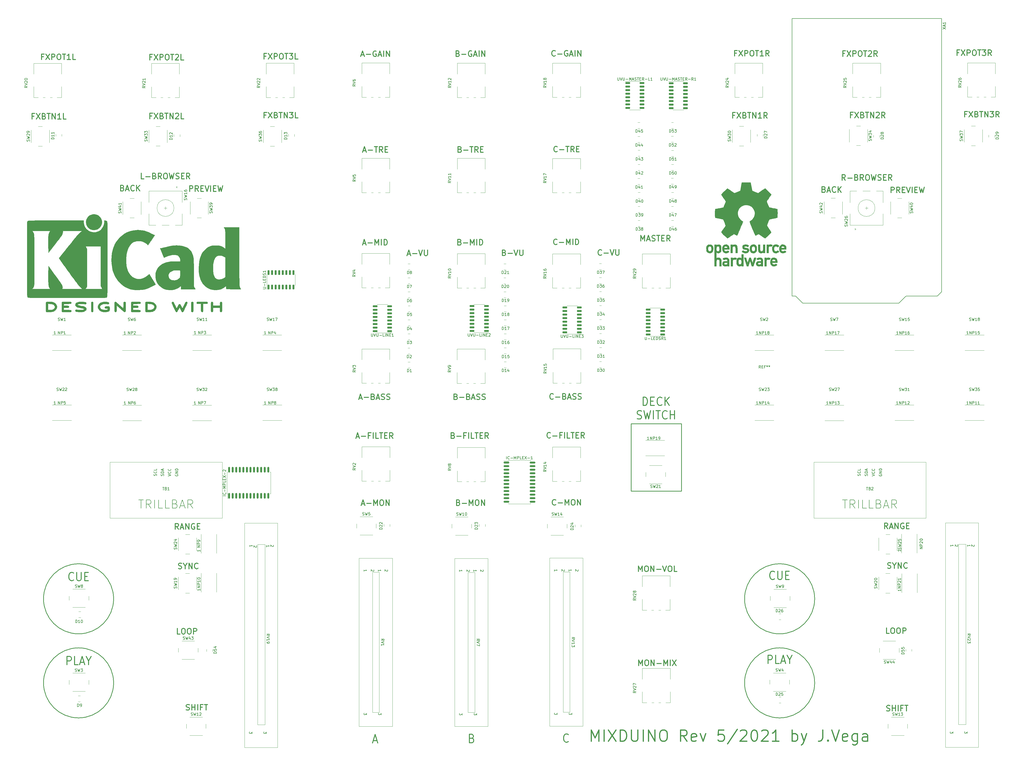
<source format=gbr>
%TF.GenerationSoftware,KiCad,Pcbnew,(5.99.0-11071-g7fde05e8ee)*%
%TF.CreationDate,2021-06-18T03:57:19+02:00*%
%TF.ProjectId,Mixduino,4d697864-7569-46e6-9f2e-6b696361645f,rev?*%
%TF.SameCoordinates,Original*%
%TF.FileFunction,Legend,Top*%
%TF.FilePolarity,Positive*%
%FSLAX46Y46*%
G04 Gerber Fmt 4.6, Leading zero omitted, Abs format (unit mm)*
G04 Created by KiCad (PCBNEW (5.99.0-11071-g7fde05e8ee)) date 2021-06-18 03:57:19*
%MOMM*%
%LPD*%
G01*
G04 APERTURE LIST*
G04 Aperture macros list*
%AMRoundRect*
0 Rectangle with rounded corners*
0 $1 Rounding radius*
0 $2 $3 $4 $5 $6 $7 $8 $9 X,Y pos of 4 corners*
0 Add a 4 corners polygon primitive as box body*
4,1,4,$2,$3,$4,$5,$6,$7,$8,$9,$2,$3,0*
0 Add four circle primitives for the rounded corners*
1,1,$1+$1,$2,$3*
1,1,$1+$1,$4,$5*
1,1,$1+$1,$6,$7*
1,1,$1+$1,$8,$9*
0 Add four rect primitives between the rounded corners*
20,1,$1+$1,$2,$3,$4,$5,0*
20,1,$1+$1,$4,$5,$6,$7,0*
20,1,$1+$1,$6,$7,$8,$9,0*
20,1,$1+$1,$8,$9,$2,$3,0*%
G04 Aperture macros list end*
%ADD10C,0.250000*%
%ADD11C,0.300000*%
%ADD12C,0.375000*%
%ADD13C,0.400000*%
%ADD14C,0.150000*%
%ADD15C,0.120000*%
%ADD16C,0.010000*%
%ADD17C,2.200000*%
%ADD18RoundRect,0.150000X0.725000X0.150000X-0.725000X0.150000X-0.725000X-0.150000X0.725000X-0.150000X0*%
%ADD19R,1.800000X1.800000*%
%ADD20C,1.800000*%
%ADD21C,2.000000*%
%ADD22O,1.600000X2.400000*%
%ADD23O,1.600000X2.462000*%
%ADD24R,1.500000X1.000000*%
%ADD25R,3.500000X0.989531*%
%ADD26R,1.000000X2.000000*%
%ADD27C,6.400000*%
%ADD28C,3.600000*%
%ADD29C,3.200000*%
%ADD30C,4.000000*%
%ADD31C,1.524000*%
%ADD32R,2.000000X2.000000*%
%ADD33RoundRect,0.150000X0.150000X-0.875000X0.150000X0.875000X-0.150000X0.875000X-0.150000X-0.875000X0*%
%ADD34RoundRect,0.150000X0.150000X-0.725000X0.150000X0.725000X-0.150000X0.725000X-0.150000X-0.725000X0*%
%ADD35O,1.727200X1.727200*%
%ADD36R,1.000000X1.500000*%
%ADD37RoundRect,0.150000X-0.725000X-0.150000X0.725000X-0.150000X0.725000X0.150000X-0.725000X0.150000X0*%
%ADD38RoundRect,0.150000X-0.875000X-0.150000X0.875000X-0.150000X0.875000X0.150000X-0.875000X0.150000X0*%
G04 APERTURE END LIST*
D10*
X155500000Y-253500000D02*
G75*
G03*
X155500000Y-253500000I-12500000J0D01*
G01*
X358000000Y-191000000D02*
X340000000Y-191000000D01*
X340000000Y-215000000D02*
X358000000Y-215000000D01*
X340000000Y-191000000D02*
X340000000Y-215000000D01*
X155500000Y-283500000D02*
G75*
G03*
X155500000Y-283500000I-12500000J0D01*
G01*
X405500000Y-283500000D02*
G75*
G03*
X405500000Y-283500000I-12500000J0D01*
G01*
X405500000Y-253500000D02*
G75*
G03*
X405500000Y-253500000I-12500000J0D01*
G01*
X358000000Y-215000000D02*
X358000000Y-191000000D01*
D11*
X169061904Y-60117142D02*
X168395238Y-60117142D01*
X168395238Y-61164761D02*
X168395238Y-59164761D01*
X169347619Y-59164761D01*
X169919047Y-59164761D02*
X171252380Y-61164761D01*
X171252380Y-59164761D02*
X169919047Y-61164761D01*
X172014285Y-61164761D02*
X172014285Y-59164761D01*
X172776190Y-59164761D01*
X172966666Y-59260000D01*
X173061904Y-59355238D01*
X173157142Y-59545714D01*
X173157142Y-59831428D01*
X173061904Y-60021904D01*
X172966666Y-60117142D01*
X172776190Y-60212380D01*
X172014285Y-60212380D01*
X174395238Y-59164761D02*
X174776190Y-59164761D01*
X174966666Y-59260000D01*
X175157142Y-59450476D01*
X175252380Y-59831428D01*
X175252380Y-60498095D01*
X175157142Y-60879047D01*
X174966666Y-61069523D01*
X174776190Y-61164761D01*
X174395238Y-61164761D01*
X174204761Y-61069523D01*
X174014285Y-60879047D01*
X173919047Y-60498095D01*
X173919047Y-59831428D01*
X174014285Y-59450476D01*
X174204761Y-59260000D01*
X174395238Y-59164761D01*
X175823809Y-59164761D02*
X176966666Y-59164761D01*
X176395238Y-61164761D02*
X176395238Y-59164761D01*
X177538095Y-59355238D02*
X177633333Y-59260000D01*
X177823809Y-59164761D01*
X178300000Y-59164761D01*
X178490476Y-59260000D01*
X178585714Y-59355238D01*
X178680952Y-59545714D01*
X178680952Y-59736190D01*
X178585714Y-60021904D01*
X177442857Y-61164761D01*
X178680952Y-61164761D01*
X180490476Y-61164761D02*
X179538095Y-61164761D01*
X179538095Y-59164761D01*
X313714285Y-93814285D02*
X313619047Y-93909523D01*
X313333333Y-94004761D01*
X313142857Y-94004761D01*
X312857142Y-93909523D01*
X312666666Y-93719047D01*
X312571428Y-93528571D01*
X312476190Y-93147619D01*
X312476190Y-92861904D01*
X312571428Y-92480952D01*
X312666666Y-92290476D01*
X312857142Y-92100000D01*
X313142857Y-92004761D01*
X313333333Y-92004761D01*
X313619047Y-92100000D01*
X313714285Y-92195238D01*
X314571428Y-93242857D02*
X316095238Y-93242857D01*
X316761904Y-92004761D02*
X317904761Y-92004761D01*
X317333333Y-94004761D02*
X317333333Y-92004761D01*
X319714285Y-94004761D02*
X319047619Y-93052380D01*
X318571428Y-94004761D02*
X318571428Y-92004761D01*
X319333333Y-92004761D01*
X319523809Y-92100000D01*
X319619047Y-92195238D01*
X319714285Y-92385714D01*
X319714285Y-92671428D01*
X319619047Y-92861904D01*
X319523809Y-92957142D01*
X319333333Y-93052380D01*
X318571428Y-93052380D01*
X320571428Y-92957142D02*
X321238095Y-92957142D01*
X321523809Y-94004761D02*
X320571428Y-94004761D01*
X320571428Y-92004761D01*
X321523809Y-92004761D01*
X243063809Y-181823333D02*
X244016190Y-181823333D01*
X242873333Y-182394761D02*
X243540000Y-180394761D01*
X244206666Y-182394761D01*
X244873333Y-181632857D02*
X246397142Y-181632857D01*
X248016190Y-181347142D02*
X248301904Y-181442380D01*
X248397142Y-181537619D01*
X248492380Y-181728095D01*
X248492380Y-182013809D01*
X248397142Y-182204285D01*
X248301904Y-182299523D01*
X248111428Y-182394761D01*
X247349523Y-182394761D01*
X247349523Y-180394761D01*
X248016190Y-180394761D01*
X248206666Y-180490000D01*
X248301904Y-180585238D01*
X248397142Y-180775714D01*
X248397142Y-180966190D01*
X248301904Y-181156666D01*
X248206666Y-181251904D01*
X248016190Y-181347142D01*
X247349523Y-181347142D01*
X249254285Y-181823333D02*
X250206666Y-181823333D01*
X249063809Y-182394761D02*
X249730476Y-180394761D01*
X250397142Y-182394761D01*
X250968571Y-182299523D02*
X251254285Y-182394761D01*
X251730476Y-182394761D01*
X251920952Y-182299523D01*
X252016190Y-182204285D01*
X252111428Y-182013809D01*
X252111428Y-181823333D01*
X252016190Y-181632857D01*
X251920952Y-181537619D01*
X251730476Y-181442380D01*
X251349523Y-181347142D01*
X251159047Y-181251904D01*
X251063809Y-181156666D01*
X250968571Y-180966190D01*
X250968571Y-180775714D01*
X251063809Y-180585238D01*
X251159047Y-180490000D01*
X251349523Y-180394761D01*
X251825714Y-180394761D01*
X252111428Y-180490000D01*
X252873333Y-182299523D02*
X253159047Y-182394761D01*
X253635238Y-182394761D01*
X253825714Y-182299523D01*
X253920952Y-182204285D01*
X254016190Y-182013809D01*
X254016190Y-181823333D01*
X253920952Y-181632857D01*
X253825714Y-181537619D01*
X253635238Y-181442380D01*
X253254285Y-181347142D01*
X253063809Y-181251904D01*
X252968571Y-181156666D01*
X252873333Y-180966190D01*
X252873333Y-180775714D01*
X252968571Y-180585238D01*
X253063809Y-180490000D01*
X253254285Y-180394761D01*
X253730476Y-180394761D01*
X254016190Y-180490000D01*
D12*
X317635714Y-304431428D02*
X317507142Y-304574285D01*
X317121428Y-304717142D01*
X316864285Y-304717142D01*
X316478571Y-304574285D01*
X316221428Y-304288571D01*
X316092857Y-304002857D01*
X315964285Y-303431428D01*
X315964285Y-303002857D01*
X316092857Y-302431428D01*
X316221428Y-302145714D01*
X316478571Y-301860000D01*
X316864285Y-301717142D01*
X317121428Y-301717142D01*
X317507142Y-301860000D01*
X317635714Y-302002857D01*
D11*
X431548809Y-242509523D02*
X431834523Y-242604761D01*
X432310714Y-242604761D01*
X432501190Y-242509523D01*
X432596428Y-242414285D01*
X432691666Y-242223809D01*
X432691666Y-242033333D01*
X432596428Y-241842857D01*
X432501190Y-241747619D01*
X432310714Y-241652380D01*
X431929761Y-241557142D01*
X431739285Y-241461904D01*
X431644047Y-241366666D01*
X431548809Y-241176190D01*
X431548809Y-240985714D01*
X431644047Y-240795238D01*
X431739285Y-240700000D01*
X431929761Y-240604761D01*
X432405952Y-240604761D01*
X432691666Y-240700000D01*
X433929761Y-241652380D02*
X433929761Y-242604761D01*
X433263095Y-240604761D02*
X433929761Y-241652380D01*
X434596428Y-240604761D01*
X435263095Y-242604761D02*
X435263095Y-240604761D01*
X436405952Y-242604761D01*
X436405952Y-240604761D01*
X438501190Y-242414285D02*
X438405952Y-242509523D01*
X438120238Y-242604761D01*
X437929761Y-242604761D01*
X437644047Y-242509523D01*
X437453571Y-242319047D01*
X437358333Y-242128571D01*
X437263095Y-241747619D01*
X437263095Y-241461904D01*
X437358333Y-241080952D01*
X437453571Y-240890476D01*
X437644047Y-240700000D01*
X437929761Y-240604761D01*
X438120238Y-240604761D01*
X438405952Y-240700000D01*
X438501190Y-240795238D01*
X166283333Y-103614761D02*
X165330952Y-103614761D01*
X165330952Y-101614761D01*
X166950000Y-102852857D02*
X168473809Y-102852857D01*
X170092857Y-102567142D02*
X170378571Y-102662380D01*
X170473809Y-102757619D01*
X170569047Y-102948095D01*
X170569047Y-103233809D01*
X170473809Y-103424285D01*
X170378571Y-103519523D01*
X170188095Y-103614761D01*
X169426190Y-103614761D01*
X169426190Y-101614761D01*
X170092857Y-101614761D01*
X170283333Y-101710000D01*
X170378571Y-101805238D01*
X170473809Y-101995714D01*
X170473809Y-102186190D01*
X170378571Y-102376666D01*
X170283333Y-102471904D01*
X170092857Y-102567142D01*
X169426190Y-102567142D01*
X172569047Y-103614761D02*
X171902380Y-102662380D01*
X171426190Y-103614761D02*
X171426190Y-101614761D01*
X172188095Y-101614761D01*
X172378571Y-101710000D01*
X172473809Y-101805238D01*
X172569047Y-101995714D01*
X172569047Y-102281428D01*
X172473809Y-102471904D01*
X172378571Y-102567142D01*
X172188095Y-102662380D01*
X171426190Y-102662380D01*
X173807142Y-101614761D02*
X174188095Y-101614761D01*
X174378571Y-101710000D01*
X174569047Y-101900476D01*
X174664285Y-102281428D01*
X174664285Y-102948095D01*
X174569047Y-103329047D01*
X174378571Y-103519523D01*
X174188095Y-103614761D01*
X173807142Y-103614761D01*
X173616666Y-103519523D01*
X173426190Y-103329047D01*
X173330952Y-102948095D01*
X173330952Y-102281428D01*
X173426190Y-101900476D01*
X173616666Y-101710000D01*
X173807142Y-101614761D01*
X175330952Y-101614761D02*
X175807142Y-103614761D01*
X176188095Y-102186190D01*
X176569047Y-103614761D01*
X177045238Y-101614761D01*
X177711904Y-103519523D02*
X177997619Y-103614761D01*
X178473809Y-103614761D01*
X178664285Y-103519523D01*
X178759523Y-103424285D01*
X178854761Y-103233809D01*
X178854761Y-103043333D01*
X178759523Y-102852857D01*
X178664285Y-102757619D01*
X178473809Y-102662380D01*
X178092857Y-102567142D01*
X177902380Y-102471904D01*
X177807142Y-102376666D01*
X177711904Y-102186190D01*
X177711904Y-101995714D01*
X177807142Y-101805238D01*
X177902380Y-101710000D01*
X178092857Y-101614761D01*
X178569047Y-101614761D01*
X178854761Y-101710000D01*
X179711904Y-102567142D02*
X180378571Y-102567142D01*
X180664285Y-103614761D02*
X179711904Y-103614761D01*
X179711904Y-101614761D01*
X180664285Y-101614761D01*
X182664285Y-103614761D02*
X181997619Y-102662380D01*
X181521428Y-103614761D02*
X181521428Y-101614761D01*
X182283333Y-101614761D01*
X182473809Y-101710000D01*
X182569047Y-101805238D01*
X182664285Y-101995714D01*
X182664285Y-102281428D01*
X182569047Y-102471904D01*
X182473809Y-102567142D01*
X182283333Y-102662380D01*
X181521428Y-102662380D01*
D12*
X248117142Y-304070000D02*
X249402857Y-304070000D01*
X247860000Y-304927142D02*
X248760000Y-301927142D01*
X249660000Y-304927142D01*
D11*
X181385714Y-293109523D02*
X181671428Y-293204761D01*
X182147619Y-293204761D01*
X182338095Y-293109523D01*
X182433333Y-293014285D01*
X182528571Y-292823809D01*
X182528571Y-292633333D01*
X182433333Y-292442857D01*
X182338095Y-292347619D01*
X182147619Y-292252380D01*
X181766666Y-292157142D01*
X181576190Y-292061904D01*
X181480952Y-291966666D01*
X181385714Y-291776190D01*
X181385714Y-291585714D01*
X181480952Y-291395238D01*
X181576190Y-291300000D01*
X181766666Y-291204761D01*
X182242857Y-291204761D01*
X182528571Y-291300000D01*
X183385714Y-293204761D02*
X183385714Y-291204761D01*
X183385714Y-292157142D02*
X184528571Y-292157142D01*
X184528571Y-293204761D02*
X184528571Y-291204761D01*
X185480952Y-293204761D02*
X185480952Y-291204761D01*
X187100000Y-292157142D02*
X186433333Y-292157142D01*
X186433333Y-293204761D02*
X186433333Y-291204761D01*
X187385714Y-291204761D01*
X187861904Y-291204761D02*
X189004761Y-291204761D01*
X188433333Y-293204761D02*
X188433333Y-291204761D01*
X179148809Y-266054761D02*
X178196428Y-266054761D01*
X178196428Y-264054761D01*
X180196428Y-264054761D02*
X180577380Y-264054761D01*
X180767857Y-264150000D01*
X180958333Y-264340476D01*
X181053571Y-264721428D01*
X181053571Y-265388095D01*
X180958333Y-265769047D01*
X180767857Y-265959523D01*
X180577380Y-266054761D01*
X180196428Y-266054761D01*
X180005952Y-265959523D01*
X179815476Y-265769047D01*
X179720238Y-265388095D01*
X179720238Y-264721428D01*
X179815476Y-264340476D01*
X180005952Y-264150000D01*
X180196428Y-264054761D01*
X182291666Y-264054761D02*
X182672619Y-264054761D01*
X182863095Y-264150000D01*
X183053571Y-264340476D01*
X183148809Y-264721428D01*
X183148809Y-265388095D01*
X183053571Y-265769047D01*
X182863095Y-265959523D01*
X182672619Y-266054761D01*
X182291666Y-266054761D01*
X182101190Y-265959523D01*
X181910714Y-265769047D01*
X181815476Y-265388095D01*
X181815476Y-264721428D01*
X181910714Y-264340476D01*
X182101190Y-264150000D01*
X182291666Y-264054761D01*
X184005952Y-266054761D02*
X184005952Y-264054761D01*
X184767857Y-264054761D01*
X184958333Y-264150000D01*
X185053571Y-264245238D01*
X185148809Y-264435714D01*
X185148809Y-264721428D01*
X185053571Y-264911904D01*
X184958333Y-265007142D01*
X184767857Y-265102380D01*
X184005952Y-265102380D01*
X431160714Y-293434523D02*
X431446428Y-293529761D01*
X431922619Y-293529761D01*
X432113095Y-293434523D01*
X432208333Y-293339285D01*
X432303571Y-293148809D01*
X432303571Y-292958333D01*
X432208333Y-292767857D01*
X432113095Y-292672619D01*
X431922619Y-292577380D01*
X431541666Y-292482142D01*
X431351190Y-292386904D01*
X431255952Y-292291666D01*
X431160714Y-292101190D01*
X431160714Y-291910714D01*
X431255952Y-291720238D01*
X431351190Y-291625000D01*
X431541666Y-291529761D01*
X432017857Y-291529761D01*
X432303571Y-291625000D01*
X433160714Y-293529761D02*
X433160714Y-291529761D01*
X433160714Y-292482142D02*
X434303571Y-292482142D01*
X434303571Y-293529761D02*
X434303571Y-291529761D01*
X435255952Y-293529761D02*
X435255952Y-291529761D01*
X436875000Y-292482142D02*
X436208333Y-292482142D01*
X436208333Y-293529761D02*
X436208333Y-291529761D01*
X437160714Y-291529761D01*
X437636904Y-291529761D02*
X438779761Y-291529761D01*
X438208333Y-293529761D02*
X438208333Y-291529761D01*
X158655714Y-106867142D02*
X158941428Y-106962380D01*
X159036666Y-107057619D01*
X159131904Y-107248095D01*
X159131904Y-107533809D01*
X159036666Y-107724285D01*
X158941428Y-107819523D01*
X158750952Y-107914761D01*
X157989047Y-107914761D01*
X157989047Y-105914761D01*
X158655714Y-105914761D01*
X158846190Y-106010000D01*
X158941428Y-106105238D01*
X159036666Y-106295714D01*
X159036666Y-106486190D01*
X158941428Y-106676666D01*
X158846190Y-106771904D01*
X158655714Y-106867142D01*
X157989047Y-106867142D01*
X159893809Y-107343333D02*
X160846190Y-107343333D01*
X159703333Y-107914761D02*
X160370000Y-105914761D01*
X161036666Y-107914761D01*
X162846190Y-107724285D02*
X162750952Y-107819523D01*
X162465238Y-107914761D01*
X162274761Y-107914761D01*
X161989047Y-107819523D01*
X161798571Y-107629047D01*
X161703333Y-107438571D01*
X161608095Y-107057619D01*
X161608095Y-106771904D01*
X161703333Y-106390952D01*
X161798571Y-106200476D01*
X161989047Y-106010000D01*
X162274761Y-105914761D01*
X162465238Y-105914761D01*
X162750952Y-106010000D01*
X162846190Y-106105238D01*
X163703333Y-107914761D02*
X163703333Y-105914761D01*
X164846190Y-107914761D02*
X163989047Y-106771904D01*
X164846190Y-105914761D02*
X163703333Y-107057619D01*
X416433333Y-104114761D02*
X415766666Y-103162380D01*
X415290476Y-104114761D02*
X415290476Y-102114761D01*
X416052380Y-102114761D01*
X416242857Y-102210000D01*
X416338095Y-102305238D01*
X416433333Y-102495714D01*
X416433333Y-102781428D01*
X416338095Y-102971904D01*
X416242857Y-103067142D01*
X416052380Y-103162380D01*
X415290476Y-103162380D01*
X417290476Y-103352857D02*
X418814285Y-103352857D01*
X420433333Y-103067142D02*
X420719047Y-103162380D01*
X420814285Y-103257619D01*
X420909523Y-103448095D01*
X420909523Y-103733809D01*
X420814285Y-103924285D01*
X420719047Y-104019523D01*
X420528571Y-104114761D01*
X419766666Y-104114761D01*
X419766666Y-102114761D01*
X420433333Y-102114761D01*
X420623809Y-102210000D01*
X420719047Y-102305238D01*
X420814285Y-102495714D01*
X420814285Y-102686190D01*
X420719047Y-102876666D01*
X420623809Y-102971904D01*
X420433333Y-103067142D01*
X419766666Y-103067142D01*
X422909523Y-104114761D02*
X422242857Y-103162380D01*
X421766666Y-104114761D02*
X421766666Y-102114761D01*
X422528571Y-102114761D01*
X422719047Y-102210000D01*
X422814285Y-102305238D01*
X422909523Y-102495714D01*
X422909523Y-102781428D01*
X422814285Y-102971904D01*
X422719047Y-103067142D01*
X422528571Y-103162380D01*
X421766666Y-103162380D01*
X424147619Y-102114761D02*
X424528571Y-102114761D01*
X424719047Y-102210000D01*
X424909523Y-102400476D01*
X425004761Y-102781428D01*
X425004761Y-103448095D01*
X424909523Y-103829047D01*
X424719047Y-104019523D01*
X424528571Y-104114761D01*
X424147619Y-104114761D01*
X423957142Y-104019523D01*
X423766666Y-103829047D01*
X423671428Y-103448095D01*
X423671428Y-102781428D01*
X423766666Y-102400476D01*
X423957142Y-102210000D01*
X424147619Y-102114761D01*
X425671428Y-102114761D02*
X426147619Y-104114761D01*
X426528571Y-102686190D01*
X426909523Y-104114761D01*
X427385714Y-102114761D01*
X428052380Y-104019523D02*
X428338095Y-104114761D01*
X428814285Y-104114761D01*
X429004761Y-104019523D01*
X429100000Y-103924285D01*
X429195238Y-103733809D01*
X429195238Y-103543333D01*
X429100000Y-103352857D01*
X429004761Y-103257619D01*
X428814285Y-103162380D01*
X428433333Y-103067142D01*
X428242857Y-102971904D01*
X428147619Y-102876666D01*
X428052380Y-102686190D01*
X428052380Y-102495714D01*
X428147619Y-102305238D01*
X428242857Y-102210000D01*
X428433333Y-102114761D01*
X428909523Y-102114761D01*
X429195238Y-102210000D01*
X430052380Y-103067142D02*
X430719047Y-103067142D01*
X431004761Y-104114761D02*
X430052380Y-104114761D01*
X430052380Y-102114761D01*
X431004761Y-102114761D01*
X433004761Y-104114761D02*
X432338095Y-103162380D01*
X431861904Y-104114761D02*
X431861904Y-102114761D01*
X432623809Y-102114761D01*
X432814285Y-102210000D01*
X432909523Y-102305238D01*
X433004761Y-102495714D01*
X433004761Y-102781428D01*
X432909523Y-102971904D01*
X432814285Y-103067142D01*
X432623809Y-103162380D01*
X431861904Y-103162380D01*
X311271428Y-195930294D02*
X311176190Y-196025532D01*
X310890476Y-196120770D01*
X310700000Y-196120770D01*
X310414285Y-196025532D01*
X310223809Y-195835056D01*
X310128571Y-195644580D01*
X310033333Y-195263628D01*
X310033333Y-194977913D01*
X310128571Y-194596961D01*
X310223809Y-194406485D01*
X310414285Y-194216009D01*
X310700000Y-194120770D01*
X310890476Y-194120770D01*
X311176190Y-194216009D01*
X311271428Y-194311247D01*
X312128571Y-195358866D02*
X313652380Y-195358866D01*
X315271428Y-195073151D02*
X314604761Y-195073151D01*
X314604761Y-196120770D02*
X314604761Y-194120770D01*
X315557142Y-194120770D01*
X316319047Y-196120770D02*
X316319047Y-194120770D01*
X318223809Y-196120770D02*
X317271428Y-196120770D01*
X317271428Y-194120770D01*
X318604761Y-194120770D02*
X319747619Y-194120770D01*
X319176190Y-196120770D02*
X319176190Y-194120770D01*
X320414285Y-195073151D02*
X321080952Y-195073151D01*
X321366666Y-196120770D02*
X320414285Y-196120770D01*
X320414285Y-194120770D01*
X321366666Y-194120770D01*
X323366666Y-196120770D02*
X322700000Y-195168389D01*
X322223809Y-196120770D02*
X322223809Y-194120770D01*
X322985714Y-194120770D01*
X323176190Y-194216009D01*
X323271428Y-194311247D01*
X323366666Y-194501723D01*
X323366666Y-194787437D01*
X323271428Y-194977913D01*
X323176190Y-195073151D01*
X322985714Y-195168389D01*
X322223809Y-195168389D01*
X182590476Y-108064761D02*
X182590476Y-106064761D01*
X183352380Y-106064761D01*
X183542857Y-106160000D01*
X183638095Y-106255238D01*
X183733333Y-106445714D01*
X183733333Y-106731428D01*
X183638095Y-106921904D01*
X183542857Y-107017142D01*
X183352380Y-107112380D01*
X182590476Y-107112380D01*
X185733333Y-108064761D02*
X185066666Y-107112380D01*
X184590476Y-108064761D02*
X184590476Y-106064761D01*
X185352380Y-106064761D01*
X185542857Y-106160000D01*
X185638095Y-106255238D01*
X185733333Y-106445714D01*
X185733333Y-106731428D01*
X185638095Y-106921904D01*
X185542857Y-107017142D01*
X185352380Y-107112380D01*
X184590476Y-107112380D01*
X186590476Y-107017142D02*
X187257142Y-107017142D01*
X187542857Y-108064761D02*
X186590476Y-108064761D01*
X186590476Y-106064761D01*
X187542857Y-106064761D01*
X188114285Y-106064761D02*
X188780952Y-108064761D01*
X189447619Y-106064761D01*
X190114285Y-108064761D02*
X190114285Y-106064761D01*
X191066666Y-107017142D02*
X191733333Y-107017142D01*
X192019047Y-108064761D02*
X191066666Y-108064761D01*
X191066666Y-106064761D01*
X192019047Y-106064761D01*
X192685714Y-106064761D02*
X193161904Y-108064761D01*
X193542857Y-106636190D01*
X193923809Y-108064761D01*
X194400000Y-106064761D01*
X278998095Y-93071133D02*
X279283809Y-93166371D01*
X279379047Y-93261610D01*
X279474285Y-93452086D01*
X279474285Y-93737800D01*
X279379047Y-93928276D01*
X279283809Y-94023514D01*
X279093333Y-94118752D01*
X278331428Y-94118752D01*
X278331428Y-92118752D01*
X278998095Y-92118752D01*
X279188571Y-92213991D01*
X279283809Y-92309229D01*
X279379047Y-92499705D01*
X279379047Y-92690181D01*
X279283809Y-92880657D01*
X279188571Y-92975895D01*
X278998095Y-93071133D01*
X278331428Y-93071133D01*
X280331428Y-93356848D02*
X281855238Y-93356848D01*
X282521904Y-92118752D02*
X283664761Y-92118752D01*
X283093333Y-94118752D02*
X283093333Y-92118752D01*
X285474285Y-94118752D02*
X284807619Y-93166371D01*
X284331428Y-94118752D02*
X284331428Y-92118752D01*
X285093333Y-92118752D01*
X285283809Y-92213991D01*
X285379047Y-92309229D01*
X285474285Y-92499705D01*
X285474285Y-92785419D01*
X285379047Y-92975895D01*
X285283809Y-93071133D01*
X285093333Y-93166371D01*
X284331428Y-93166371D01*
X286331428Y-93071133D02*
X286998095Y-93071133D01*
X287283809Y-94118752D02*
X286331428Y-94118752D01*
X286331428Y-92118752D01*
X287283809Y-92118752D01*
D12*
X138885714Y-277057958D02*
X138885714Y-274057958D01*
X139914285Y-274057958D01*
X140171428Y-274200816D01*
X140300000Y-274343673D01*
X140428571Y-274629387D01*
X140428571Y-275057958D01*
X140300000Y-275343673D01*
X140171428Y-275486530D01*
X139914285Y-275629387D01*
X138885714Y-275629387D01*
X142871428Y-277057958D02*
X141585714Y-277057958D01*
X141585714Y-274057958D01*
X143642857Y-276200816D02*
X144928571Y-276200816D01*
X143385714Y-277057958D02*
X144285714Y-274057958D01*
X145185714Y-277057958D01*
X146600000Y-275629387D02*
X146600000Y-277057958D01*
X145700000Y-274057958D02*
X146600000Y-275629387D01*
X147500000Y-274057958D01*
D11*
X329516190Y-130694285D02*
X329420952Y-130789523D01*
X329135238Y-130884761D01*
X328944761Y-130884761D01*
X328659047Y-130789523D01*
X328468571Y-130599047D01*
X328373333Y-130408571D01*
X328278095Y-130027619D01*
X328278095Y-129741904D01*
X328373333Y-129360952D01*
X328468571Y-129170476D01*
X328659047Y-128980000D01*
X328944761Y-128884761D01*
X329135238Y-128884761D01*
X329420952Y-128980000D01*
X329516190Y-129075238D01*
X330373333Y-130122857D02*
X331897142Y-130122857D01*
X332563809Y-128884761D02*
X333230476Y-130884761D01*
X333897142Y-128884761D01*
X334563809Y-128884761D02*
X334563809Y-130503809D01*
X334659047Y-130694285D01*
X334754285Y-130789523D01*
X334944761Y-130884761D01*
X335325714Y-130884761D01*
X335516190Y-130789523D01*
X335611428Y-130694285D01*
X335706666Y-130503809D01*
X335706666Y-128884761D01*
X278283809Y-58881133D02*
X278569523Y-58976371D01*
X278664761Y-59071610D01*
X278760000Y-59262086D01*
X278760000Y-59547800D01*
X278664761Y-59738276D01*
X278569523Y-59833514D01*
X278379047Y-59928752D01*
X277617142Y-59928752D01*
X277617142Y-57928752D01*
X278283809Y-57928752D01*
X278474285Y-58023991D01*
X278569523Y-58119229D01*
X278664761Y-58309705D01*
X278664761Y-58500181D01*
X278569523Y-58690657D01*
X278474285Y-58785895D01*
X278283809Y-58881133D01*
X277617142Y-58881133D01*
X279617142Y-59166848D02*
X281140952Y-59166848D01*
X283140952Y-58023991D02*
X282950476Y-57928752D01*
X282664761Y-57928752D01*
X282379047Y-58023991D01*
X282188571Y-58214467D01*
X282093333Y-58404943D01*
X281998095Y-58785895D01*
X281998095Y-59071610D01*
X282093333Y-59452562D01*
X282188571Y-59643038D01*
X282379047Y-59833514D01*
X282664761Y-59928752D01*
X282855238Y-59928752D01*
X283140952Y-59833514D01*
X283236190Y-59738276D01*
X283236190Y-59071610D01*
X282855238Y-59071610D01*
X283998095Y-59357324D02*
X284950476Y-59357324D01*
X283807619Y-59928752D02*
X284474285Y-57928752D01*
X285140952Y-59928752D01*
X285807619Y-59928752D02*
X285807619Y-57928752D01*
X286760000Y-59928752D02*
X286760000Y-57928752D01*
X287902857Y-59928752D01*
X287902857Y-57928752D01*
D12*
X391170000Y-246345124D02*
X391041428Y-246487981D01*
X390655714Y-246630838D01*
X390398571Y-246630838D01*
X390012857Y-246487981D01*
X389755714Y-246202267D01*
X389627142Y-245916553D01*
X389498571Y-245345124D01*
X389498571Y-244916553D01*
X389627142Y-244345124D01*
X389755714Y-244059410D01*
X390012857Y-243773696D01*
X390398571Y-243630838D01*
X390655714Y-243630838D01*
X391041428Y-243773696D01*
X391170000Y-243916553D01*
X392327142Y-243630838D02*
X392327142Y-246059410D01*
X392455714Y-246345124D01*
X392584285Y-246487981D01*
X392841428Y-246630838D01*
X393355714Y-246630838D01*
X393612857Y-246487981D01*
X393741428Y-246345124D01*
X393870000Y-246059410D01*
X393870000Y-243630838D01*
X395155714Y-245059410D02*
X396055714Y-245059410D01*
X396441428Y-246630838D02*
X395155714Y-246630838D01*
X395155714Y-243630838D01*
X396441428Y-243630838D01*
D11*
X276555238Y-195187142D02*
X276840952Y-195282380D01*
X276936190Y-195377619D01*
X277031428Y-195568095D01*
X277031428Y-195853809D01*
X276936190Y-196044285D01*
X276840952Y-196139523D01*
X276650476Y-196234761D01*
X275888571Y-196234761D01*
X275888571Y-194234761D01*
X276555238Y-194234761D01*
X276745714Y-194330000D01*
X276840952Y-194425238D01*
X276936190Y-194615714D01*
X276936190Y-194806190D01*
X276840952Y-194996666D01*
X276745714Y-195091904D01*
X276555238Y-195187142D01*
X275888571Y-195187142D01*
X277888571Y-195472857D02*
X279412380Y-195472857D01*
X281031428Y-195187142D02*
X280364761Y-195187142D01*
X280364761Y-196234761D02*
X280364761Y-194234761D01*
X281317142Y-194234761D01*
X282079047Y-196234761D02*
X282079047Y-194234761D01*
X283983809Y-196234761D02*
X283031428Y-196234761D01*
X283031428Y-194234761D01*
X284364761Y-194234761D02*
X285507619Y-194234761D01*
X284936190Y-196234761D02*
X284936190Y-194234761D01*
X286174285Y-195187142D02*
X286840952Y-195187142D01*
X287126666Y-196234761D02*
X286174285Y-196234761D01*
X286174285Y-194234761D01*
X287126666Y-194234761D01*
X289126666Y-196234761D02*
X288460000Y-195282380D01*
X287983809Y-196234761D02*
X287983809Y-194234761D01*
X288745714Y-194234761D01*
X288936190Y-194330000D01*
X289031428Y-194425238D01*
X289126666Y-194615714D01*
X289126666Y-194901428D01*
X289031428Y-195091904D01*
X288936190Y-195187142D01*
X288745714Y-195282380D01*
X287983809Y-195282380D01*
X377601428Y-58727142D02*
X376934761Y-58727142D01*
X376934761Y-59774761D02*
X376934761Y-57774761D01*
X377887142Y-57774761D01*
X378458571Y-57774761D02*
X379791904Y-59774761D01*
X379791904Y-57774761D02*
X378458571Y-59774761D01*
X380553809Y-59774761D02*
X380553809Y-57774761D01*
X381315714Y-57774761D01*
X381506190Y-57870000D01*
X381601428Y-57965238D01*
X381696666Y-58155714D01*
X381696666Y-58441428D01*
X381601428Y-58631904D01*
X381506190Y-58727142D01*
X381315714Y-58822380D01*
X380553809Y-58822380D01*
X382934761Y-57774761D02*
X383315714Y-57774761D01*
X383506190Y-57870000D01*
X383696666Y-58060476D01*
X383791904Y-58441428D01*
X383791904Y-59108095D01*
X383696666Y-59489047D01*
X383506190Y-59679523D01*
X383315714Y-59774761D01*
X382934761Y-59774761D01*
X382744285Y-59679523D01*
X382553809Y-59489047D01*
X382458571Y-59108095D01*
X382458571Y-58441428D01*
X382553809Y-58060476D01*
X382744285Y-57870000D01*
X382934761Y-57774761D01*
X384363333Y-57774761D02*
X385506190Y-57774761D01*
X384934761Y-59774761D02*
X384934761Y-57774761D01*
X387220476Y-59774761D02*
X386077619Y-59774761D01*
X386649047Y-59774761D02*
X386649047Y-57774761D01*
X386458571Y-58060476D01*
X386268095Y-58250952D01*
X386077619Y-58346190D01*
X389220476Y-59774761D02*
X388553809Y-58822380D01*
X388077619Y-59774761D02*
X388077619Y-57774761D01*
X388839523Y-57774761D01*
X389030000Y-57870000D01*
X389125238Y-57965238D01*
X389220476Y-58155714D01*
X389220476Y-58441428D01*
X389125238Y-58631904D01*
X389030000Y-58727142D01*
X388839523Y-58822380D01*
X388077619Y-58822380D01*
X432740476Y-108564761D02*
X432740476Y-106564761D01*
X433502380Y-106564761D01*
X433692857Y-106660000D01*
X433788095Y-106755238D01*
X433883333Y-106945714D01*
X433883333Y-107231428D01*
X433788095Y-107421904D01*
X433692857Y-107517142D01*
X433502380Y-107612380D01*
X432740476Y-107612380D01*
X435883333Y-108564761D02*
X435216666Y-107612380D01*
X434740476Y-108564761D02*
X434740476Y-106564761D01*
X435502380Y-106564761D01*
X435692857Y-106660000D01*
X435788095Y-106755238D01*
X435883333Y-106945714D01*
X435883333Y-107231428D01*
X435788095Y-107421904D01*
X435692857Y-107517142D01*
X435502380Y-107612380D01*
X434740476Y-107612380D01*
X436740476Y-107517142D02*
X437407142Y-107517142D01*
X437692857Y-108564761D02*
X436740476Y-108564761D01*
X436740476Y-106564761D01*
X437692857Y-106564761D01*
X438264285Y-106564761D02*
X438930952Y-108564761D01*
X439597619Y-106564761D01*
X440264285Y-108564761D02*
X440264285Y-106564761D01*
X441216666Y-107517142D02*
X441883333Y-107517142D01*
X442169047Y-108564761D02*
X441216666Y-108564761D01*
X441216666Y-106564761D01*
X442169047Y-106564761D01*
X442835714Y-106564761D02*
X443311904Y-108564761D01*
X443692857Y-107136190D01*
X444073809Y-108564761D01*
X444550000Y-106564761D01*
X313172857Y-219864285D02*
X313077619Y-219959523D01*
X312791904Y-220054761D01*
X312601428Y-220054761D01*
X312315714Y-219959523D01*
X312125238Y-219769047D01*
X312030000Y-219578571D01*
X311934761Y-219197619D01*
X311934761Y-218911904D01*
X312030000Y-218530952D01*
X312125238Y-218340476D01*
X312315714Y-218150000D01*
X312601428Y-218054761D01*
X312791904Y-218054761D01*
X313077619Y-218150000D01*
X313172857Y-218245238D01*
X314030000Y-219292857D02*
X315553809Y-219292857D01*
X316506190Y-220054761D02*
X316506190Y-218054761D01*
X317172857Y-219483333D01*
X317839523Y-218054761D01*
X317839523Y-220054761D01*
X319172857Y-218054761D02*
X319553809Y-218054761D01*
X319744285Y-218150000D01*
X319934761Y-218340476D01*
X320030000Y-218721428D01*
X320030000Y-219388095D01*
X319934761Y-219769047D01*
X319744285Y-219959523D01*
X319553809Y-220054761D01*
X319172857Y-220054761D01*
X318982380Y-219959523D01*
X318791904Y-219769047D01*
X318696666Y-219388095D01*
X318696666Y-218721428D01*
X318791904Y-218340476D01*
X318982380Y-218150000D01*
X319172857Y-218054761D01*
X320887142Y-220054761D02*
X320887142Y-218054761D01*
X322030000Y-220054761D01*
X322030000Y-218054761D01*
X312279047Y-182074285D02*
X312183809Y-182169523D01*
X311898095Y-182264761D01*
X311707619Y-182264761D01*
X311421904Y-182169523D01*
X311231428Y-181979047D01*
X311136190Y-181788571D01*
X311040952Y-181407619D01*
X311040952Y-181121904D01*
X311136190Y-180740952D01*
X311231428Y-180550476D01*
X311421904Y-180360000D01*
X311707619Y-180264761D01*
X311898095Y-180264761D01*
X312183809Y-180360000D01*
X312279047Y-180455238D01*
X313136190Y-181502857D02*
X314660000Y-181502857D01*
X316279047Y-181217142D02*
X316564761Y-181312380D01*
X316660000Y-181407619D01*
X316755238Y-181598095D01*
X316755238Y-181883809D01*
X316660000Y-182074285D01*
X316564761Y-182169523D01*
X316374285Y-182264761D01*
X315612380Y-182264761D01*
X315612380Y-180264761D01*
X316279047Y-180264761D01*
X316469523Y-180360000D01*
X316564761Y-180455238D01*
X316660000Y-180645714D01*
X316660000Y-180836190D01*
X316564761Y-181026666D01*
X316469523Y-181121904D01*
X316279047Y-181217142D01*
X315612380Y-181217142D01*
X317517142Y-181693333D02*
X318469523Y-181693333D01*
X317326666Y-182264761D02*
X317993333Y-180264761D01*
X318660000Y-182264761D01*
X319231428Y-182169523D02*
X319517142Y-182264761D01*
X319993333Y-182264761D01*
X320183809Y-182169523D01*
X320279047Y-182074285D01*
X320374285Y-181883809D01*
X320374285Y-181693333D01*
X320279047Y-181502857D01*
X320183809Y-181407619D01*
X319993333Y-181312380D01*
X319612380Y-181217142D01*
X319421904Y-181121904D01*
X319326666Y-181026666D01*
X319231428Y-180836190D01*
X319231428Y-180645714D01*
X319326666Y-180455238D01*
X319421904Y-180360000D01*
X319612380Y-180264761D01*
X320088571Y-180264761D01*
X320374285Y-180360000D01*
X321136190Y-182169523D02*
X321421904Y-182264761D01*
X321898095Y-182264761D01*
X322088571Y-182169523D01*
X322183809Y-182074285D01*
X322279047Y-181883809D01*
X322279047Y-181693333D01*
X322183809Y-181502857D01*
X322088571Y-181407619D01*
X321898095Y-181312380D01*
X321517142Y-181217142D01*
X321326666Y-181121904D01*
X321231428Y-181026666D01*
X321136190Y-180836190D01*
X321136190Y-180645714D01*
X321231428Y-180455238D01*
X321326666Y-180360000D01*
X321517142Y-180264761D01*
X321993333Y-180264761D01*
X322279047Y-180360000D01*
X418951428Y-80797142D02*
X418284761Y-80797142D01*
X418284761Y-81844761D02*
X418284761Y-79844761D01*
X419237142Y-79844761D01*
X419808571Y-79844761D02*
X421141904Y-81844761D01*
X421141904Y-79844761D02*
X419808571Y-81844761D01*
X422570476Y-80797142D02*
X422856190Y-80892380D01*
X422951428Y-80987619D01*
X423046666Y-81178095D01*
X423046666Y-81463809D01*
X422951428Y-81654285D01*
X422856190Y-81749523D01*
X422665714Y-81844761D01*
X421903809Y-81844761D01*
X421903809Y-79844761D01*
X422570476Y-79844761D01*
X422760952Y-79940000D01*
X422856190Y-80035238D01*
X422951428Y-80225714D01*
X422951428Y-80416190D01*
X422856190Y-80606666D01*
X422760952Y-80701904D01*
X422570476Y-80797142D01*
X421903809Y-80797142D01*
X423618095Y-79844761D02*
X424760952Y-79844761D01*
X424189523Y-81844761D02*
X424189523Y-79844761D01*
X425427619Y-81844761D02*
X425427619Y-79844761D01*
X426570476Y-81844761D01*
X426570476Y-79844761D01*
X427427619Y-80035238D02*
X427522857Y-79940000D01*
X427713333Y-79844761D01*
X428189523Y-79844761D01*
X428380000Y-79940000D01*
X428475238Y-80035238D01*
X428570476Y-80225714D01*
X428570476Y-80416190D01*
X428475238Y-80701904D01*
X427332380Y-81844761D01*
X428570476Y-81844761D01*
X430570476Y-81844761D02*
X429903809Y-80892380D01*
X429427619Y-81844761D02*
X429427619Y-79844761D01*
X430189523Y-79844761D01*
X430380000Y-79940000D01*
X430475238Y-80035238D01*
X430570476Y-80225714D01*
X430570476Y-80511428D01*
X430475238Y-80701904D01*
X430380000Y-80797142D01*
X430189523Y-80892380D01*
X429427619Y-80892380D01*
X244499047Y-93563333D02*
X245451428Y-93563333D01*
X244308571Y-94134761D02*
X244975238Y-92134761D01*
X245641904Y-94134761D01*
X246308571Y-93372857D02*
X247832380Y-93372857D01*
X248499047Y-92134761D02*
X249641904Y-92134761D01*
X249070476Y-94134761D02*
X249070476Y-92134761D01*
X251451428Y-94134761D02*
X250784761Y-93182380D01*
X250308571Y-94134761D02*
X250308571Y-92134761D01*
X251070476Y-92134761D01*
X251260952Y-92230000D01*
X251356190Y-92325238D01*
X251451428Y-92515714D01*
X251451428Y-92801428D01*
X251356190Y-92991904D01*
X251260952Y-93087142D01*
X251070476Y-93182380D01*
X250308571Y-93182380D01*
X252308571Y-93087142D02*
X252975238Y-93087142D01*
X253260952Y-94134761D02*
X252308571Y-94134761D01*
X252308571Y-92134761D01*
X253260952Y-92134761D01*
X342660714Y-243754761D02*
X342660714Y-241754761D01*
X343327380Y-243183333D01*
X343994047Y-241754761D01*
X343994047Y-243754761D01*
X345327380Y-241754761D02*
X345708333Y-241754761D01*
X345898809Y-241850000D01*
X346089285Y-242040476D01*
X346184523Y-242421428D01*
X346184523Y-243088095D01*
X346089285Y-243469047D01*
X345898809Y-243659523D01*
X345708333Y-243754761D01*
X345327380Y-243754761D01*
X345136904Y-243659523D01*
X344946428Y-243469047D01*
X344851190Y-243088095D01*
X344851190Y-242421428D01*
X344946428Y-242040476D01*
X345136904Y-241850000D01*
X345327380Y-241754761D01*
X347041666Y-243754761D02*
X347041666Y-241754761D01*
X348184523Y-243754761D01*
X348184523Y-241754761D01*
X349136904Y-242992857D02*
X350660714Y-242992857D01*
X351327380Y-241754761D02*
X351994047Y-243754761D01*
X352660714Y-241754761D01*
X353708333Y-241754761D02*
X354089285Y-241754761D01*
X354279761Y-241850000D01*
X354470238Y-242040476D01*
X354565476Y-242421428D01*
X354565476Y-243088095D01*
X354470238Y-243469047D01*
X354279761Y-243659523D01*
X354089285Y-243754761D01*
X353708333Y-243754761D01*
X353517857Y-243659523D01*
X353327380Y-243469047D01*
X353232142Y-243088095D01*
X353232142Y-242421428D01*
X353327380Y-242040476D01*
X353517857Y-241850000D01*
X353708333Y-241754761D01*
X356375000Y-243754761D02*
X355422619Y-243754761D01*
X355422619Y-241754761D01*
X243784761Y-59373333D02*
X244737142Y-59373333D01*
X243594285Y-59944761D02*
X244260952Y-57944761D01*
X244927619Y-59944761D01*
X245594285Y-59182857D02*
X247118095Y-59182857D01*
X249118095Y-58040000D02*
X248927619Y-57944761D01*
X248641904Y-57944761D01*
X248356190Y-58040000D01*
X248165714Y-58230476D01*
X248070476Y-58420952D01*
X247975238Y-58801904D01*
X247975238Y-59087619D01*
X248070476Y-59468571D01*
X248165714Y-59659047D01*
X248356190Y-59849523D01*
X248641904Y-59944761D01*
X248832380Y-59944761D01*
X249118095Y-59849523D01*
X249213333Y-59754285D01*
X249213333Y-59087619D01*
X248832380Y-59087619D01*
X249975238Y-59373333D02*
X250927619Y-59373333D01*
X249784761Y-59944761D02*
X250451428Y-57944761D01*
X251118095Y-59944761D01*
X251784761Y-59944761D02*
X251784761Y-57944761D01*
X252737142Y-59944761D02*
X252737142Y-57944761D01*
X253880000Y-59944761D01*
X253880000Y-57944761D01*
X242056190Y-195679342D02*
X243008571Y-195679342D01*
X241865714Y-196250770D02*
X242532380Y-194250770D01*
X243199047Y-196250770D01*
X243865714Y-195488866D02*
X245389523Y-195488866D01*
X247008571Y-195203151D02*
X246341904Y-195203151D01*
X246341904Y-196250770D02*
X246341904Y-194250770D01*
X247294285Y-194250770D01*
X248056190Y-196250770D02*
X248056190Y-194250770D01*
X249960952Y-196250770D02*
X249008571Y-196250770D01*
X249008571Y-194250770D01*
X250341904Y-194250770D02*
X251484761Y-194250770D01*
X250913333Y-196250770D02*
X250913333Y-194250770D01*
X252151428Y-195203151D02*
X252818095Y-195203151D01*
X253103809Y-196250770D02*
X252151428Y-196250770D01*
X252151428Y-194250770D01*
X253103809Y-194250770D01*
X255103809Y-196250770D02*
X254437142Y-195298389D01*
X253960952Y-196250770D02*
X253960952Y-194250770D01*
X254722857Y-194250770D01*
X254913333Y-194346009D01*
X255008571Y-194441247D01*
X255103809Y-194631723D01*
X255103809Y-194917437D01*
X255008571Y-195107913D01*
X254913333Y-195203151D01*
X254722857Y-195298389D01*
X253960952Y-195298389D01*
X209781904Y-59817142D02*
X209115238Y-59817142D01*
X209115238Y-60864761D02*
X209115238Y-58864761D01*
X210067619Y-58864761D01*
X210639047Y-58864761D02*
X211972380Y-60864761D01*
X211972380Y-58864761D02*
X210639047Y-60864761D01*
X212734285Y-60864761D02*
X212734285Y-58864761D01*
X213496190Y-58864761D01*
X213686666Y-58960000D01*
X213781904Y-59055238D01*
X213877142Y-59245714D01*
X213877142Y-59531428D01*
X213781904Y-59721904D01*
X213686666Y-59817142D01*
X213496190Y-59912380D01*
X212734285Y-59912380D01*
X215115238Y-58864761D02*
X215496190Y-58864761D01*
X215686666Y-58960000D01*
X215877142Y-59150476D01*
X215972380Y-59531428D01*
X215972380Y-60198095D01*
X215877142Y-60579047D01*
X215686666Y-60769523D01*
X215496190Y-60864761D01*
X215115238Y-60864761D01*
X214924761Y-60769523D01*
X214734285Y-60579047D01*
X214639047Y-60198095D01*
X214639047Y-59531428D01*
X214734285Y-59150476D01*
X214924761Y-58960000D01*
X215115238Y-58864761D01*
X216543809Y-58864761D02*
X217686666Y-58864761D01*
X217115238Y-60864761D02*
X217115238Y-58864761D01*
X218162857Y-58864761D02*
X219400952Y-58864761D01*
X218734285Y-59626666D01*
X219020000Y-59626666D01*
X219210476Y-59721904D01*
X219305714Y-59817142D01*
X219400952Y-60007619D01*
X219400952Y-60483809D01*
X219305714Y-60674285D01*
X219210476Y-60769523D01*
X219020000Y-60864761D01*
X218448571Y-60864761D01*
X218258095Y-60769523D01*
X218162857Y-60674285D01*
X221210476Y-60864761D02*
X220258095Y-60864761D01*
X220258095Y-58864761D01*
X431559523Y-228479761D02*
X430892857Y-227527380D01*
X430416666Y-228479761D02*
X430416666Y-226479761D01*
X431178571Y-226479761D01*
X431369047Y-226575000D01*
X431464285Y-226670238D01*
X431559523Y-226860714D01*
X431559523Y-227146428D01*
X431464285Y-227336904D01*
X431369047Y-227432142D01*
X431178571Y-227527380D01*
X430416666Y-227527380D01*
X432321428Y-227908333D02*
X433273809Y-227908333D01*
X432130952Y-228479761D02*
X432797619Y-226479761D01*
X433464285Y-228479761D01*
X434130952Y-228479761D02*
X434130952Y-226479761D01*
X435273809Y-228479761D01*
X435273809Y-226479761D01*
X437273809Y-226575000D02*
X437083333Y-226479761D01*
X436797619Y-226479761D01*
X436511904Y-226575000D01*
X436321428Y-226765476D01*
X436226190Y-226955952D01*
X436130952Y-227336904D01*
X436130952Y-227622619D01*
X436226190Y-228003571D01*
X436321428Y-228194047D01*
X436511904Y-228384523D01*
X436797619Y-228479761D01*
X436988095Y-228479761D01*
X437273809Y-228384523D01*
X437369047Y-228289285D01*
X437369047Y-227622619D01*
X436988095Y-227622619D01*
X438226190Y-227432142D02*
X438892857Y-227432142D01*
X439178571Y-228479761D02*
X438226190Y-228479761D01*
X438226190Y-226479761D01*
X439178571Y-226479761D01*
X277562857Y-181331133D02*
X277848571Y-181426371D01*
X277943809Y-181521610D01*
X278039047Y-181712086D01*
X278039047Y-181997800D01*
X277943809Y-182188276D01*
X277848571Y-182283514D01*
X277658095Y-182378752D01*
X276896190Y-182378752D01*
X276896190Y-180378752D01*
X277562857Y-180378752D01*
X277753333Y-180473991D01*
X277848571Y-180569229D01*
X277943809Y-180759705D01*
X277943809Y-180950181D01*
X277848571Y-181140657D01*
X277753333Y-181235895D01*
X277562857Y-181331133D01*
X276896190Y-181331133D01*
X278896190Y-181616848D02*
X280420000Y-181616848D01*
X282039047Y-181331133D02*
X282324761Y-181426371D01*
X282420000Y-181521610D01*
X282515238Y-181712086D01*
X282515238Y-181997800D01*
X282420000Y-182188276D01*
X282324761Y-182283514D01*
X282134285Y-182378752D01*
X281372380Y-182378752D01*
X281372380Y-180378752D01*
X282039047Y-180378752D01*
X282229523Y-180473991D01*
X282324761Y-180569229D01*
X282420000Y-180759705D01*
X282420000Y-180950181D01*
X282324761Y-181140657D01*
X282229523Y-181235895D01*
X282039047Y-181331133D01*
X281372380Y-181331133D01*
X283277142Y-181807324D02*
X284229523Y-181807324D01*
X283086666Y-182378752D02*
X283753333Y-180378752D01*
X284420000Y-182378752D01*
X284991428Y-182283514D02*
X285277142Y-182378752D01*
X285753333Y-182378752D01*
X285943809Y-182283514D01*
X286039047Y-182188276D01*
X286134285Y-181997800D01*
X286134285Y-181807324D01*
X286039047Y-181616848D01*
X285943809Y-181521610D01*
X285753333Y-181426371D01*
X285372380Y-181331133D01*
X285181904Y-181235895D01*
X285086666Y-181140657D01*
X284991428Y-180950181D01*
X284991428Y-180759705D01*
X285086666Y-180569229D01*
X285181904Y-180473991D01*
X285372380Y-180378752D01*
X285848571Y-180378752D01*
X286134285Y-180473991D01*
X286896190Y-182283514D02*
X287181904Y-182378752D01*
X287658095Y-182378752D01*
X287848571Y-182283514D01*
X287943809Y-182188276D01*
X288039047Y-181997800D01*
X288039047Y-181807324D01*
X287943809Y-181616848D01*
X287848571Y-181521610D01*
X287658095Y-181426371D01*
X287277142Y-181331133D01*
X287086666Y-181235895D01*
X286991428Y-181140657D01*
X286896190Y-180950181D01*
X286896190Y-180759705D01*
X286991428Y-180569229D01*
X287086666Y-180473991D01*
X287277142Y-180378752D01*
X287753333Y-180378752D01*
X288039047Y-180473991D01*
X244426666Y-126663333D02*
X245379047Y-126663333D01*
X244236190Y-127234761D02*
X244902857Y-125234761D01*
X245569523Y-127234761D01*
X246236190Y-126472857D02*
X247760000Y-126472857D01*
X248712380Y-127234761D02*
X248712380Y-125234761D01*
X249379047Y-126663333D01*
X250045714Y-125234761D01*
X250045714Y-127234761D01*
X250998095Y-127234761D02*
X250998095Y-125234761D01*
X251950476Y-127234761D02*
X251950476Y-125234761D01*
X252426666Y-125234761D01*
X252712380Y-125330000D01*
X252902857Y-125520476D01*
X252998095Y-125710952D01*
X253093333Y-126091904D01*
X253093333Y-126377619D01*
X252998095Y-126758571D01*
X252902857Y-126949047D01*
X252712380Y-127139523D01*
X252426666Y-127234761D01*
X251950476Y-127234761D01*
X243957619Y-219613333D02*
X244910000Y-219613333D01*
X243767142Y-220184761D02*
X244433809Y-218184761D01*
X245100476Y-220184761D01*
X245767142Y-219422857D02*
X247290952Y-219422857D01*
X248243333Y-220184761D02*
X248243333Y-218184761D01*
X248910000Y-219613333D01*
X249576666Y-218184761D01*
X249576666Y-220184761D01*
X250910000Y-218184761D02*
X251290952Y-218184761D01*
X251481428Y-218280000D01*
X251671904Y-218470476D01*
X251767142Y-218851428D01*
X251767142Y-219518095D01*
X251671904Y-219899047D01*
X251481428Y-220089523D01*
X251290952Y-220184761D01*
X250910000Y-220184761D01*
X250719523Y-220089523D01*
X250529047Y-219899047D01*
X250433809Y-219518095D01*
X250433809Y-218851428D01*
X250529047Y-218470476D01*
X250719523Y-218280000D01*
X250910000Y-218184761D01*
X252624285Y-220184761D02*
X252624285Y-218184761D01*
X253767142Y-220184761D01*
X253767142Y-218184761D01*
D12*
X388855714Y-276630838D02*
X388855714Y-273630838D01*
X389884285Y-273630838D01*
X390141428Y-273773696D01*
X390270000Y-273916553D01*
X390398571Y-274202267D01*
X390398571Y-274630838D01*
X390270000Y-274916553D01*
X390141428Y-275059410D01*
X389884285Y-275202267D01*
X388855714Y-275202267D01*
X392841428Y-276630838D02*
X391555714Y-276630838D01*
X391555714Y-273630838D01*
X393612857Y-275773696D02*
X394898571Y-275773696D01*
X393355714Y-276630838D02*
X394255714Y-273630838D01*
X395155714Y-276630838D01*
X396570000Y-275202267D02*
X396570000Y-276630838D01*
X395670000Y-273630838D02*
X396570000Y-275202267D01*
X397470000Y-273630838D01*
D11*
X416181428Y-58847142D02*
X415514761Y-58847142D01*
X415514761Y-59894761D02*
X415514761Y-57894761D01*
X416467142Y-57894761D01*
X417038571Y-57894761D02*
X418371904Y-59894761D01*
X418371904Y-57894761D02*
X417038571Y-59894761D01*
X419133809Y-59894761D02*
X419133809Y-57894761D01*
X419895714Y-57894761D01*
X420086190Y-57990000D01*
X420181428Y-58085238D01*
X420276666Y-58275714D01*
X420276666Y-58561428D01*
X420181428Y-58751904D01*
X420086190Y-58847142D01*
X419895714Y-58942380D01*
X419133809Y-58942380D01*
X421514761Y-57894761D02*
X421895714Y-57894761D01*
X422086190Y-57990000D01*
X422276666Y-58180476D01*
X422371904Y-58561428D01*
X422371904Y-59228095D01*
X422276666Y-59609047D01*
X422086190Y-59799523D01*
X421895714Y-59894761D01*
X421514761Y-59894761D01*
X421324285Y-59799523D01*
X421133809Y-59609047D01*
X421038571Y-59228095D01*
X421038571Y-58561428D01*
X421133809Y-58180476D01*
X421324285Y-57990000D01*
X421514761Y-57894761D01*
X422943333Y-57894761D02*
X424086190Y-57894761D01*
X423514761Y-59894761D02*
X423514761Y-57894761D01*
X424657619Y-58085238D02*
X424752857Y-57990000D01*
X424943333Y-57894761D01*
X425419523Y-57894761D01*
X425610000Y-57990000D01*
X425705238Y-58085238D01*
X425800476Y-58275714D01*
X425800476Y-58466190D01*
X425705238Y-58751904D01*
X424562380Y-59894761D01*
X425800476Y-59894761D01*
X427800476Y-59894761D02*
X427133809Y-58942380D01*
X426657619Y-59894761D02*
X426657619Y-57894761D01*
X427419523Y-57894761D01*
X427610000Y-57990000D01*
X427705238Y-58085238D01*
X427800476Y-58275714D01*
X427800476Y-58561428D01*
X427705238Y-58751904D01*
X427610000Y-58847142D01*
X427419523Y-58942380D01*
X426657619Y-58942380D01*
D12*
X344311428Y-184511263D02*
X344311428Y-181511263D01*
X344954285Y-181511263D01*
X345340000Y-181654121D01*
X345597142Y-181939835D01*
X345725714Y-182225549D01*
X345854285Y-182796978D01*
X345854285Y-183225549D01*
X345725714Y-183796978D01*
X345597142Y-184082692D01*
X345340000Y-184368406D01*
X344954285Y-184511263D01*
X344311428Y-184511263D01*
X347011428Y-182939835D02*
X347911428Y-182939835D01*
X348297142Y-184511263D02*
X347011428Y-184511263D01*
X347011428Y-181511263D01*
X348297142Y-181511263D01*
X350997142Y-184225549D02*
X350868571Y-184368406D01*
X350482857Y-184511263D01*
X350225714Y-184511263D01*
X349840000Y-184368406D01*
X349582857Y-184082692D01*
X349454285Y-183796978D01*
X349325714Y-183225549D01*
X349325714Y-182796978D01*
X349454285Y-182225549D01*
X349582857Y-181939835D01*
X349840000Y-181654121D01*
X350225714Y-181511263D01*
X350482857Y-181511263D01*
X350868571Y-181654121D01*
X350997142Y-181796978D01*
X352154285Y-184511263D02*
X352154285Y-181511263D01*
X353697142Y-184511263D02*
X352540000Y-182796978D01*
X353697142Y-181511263D02*
X352154285Y-183225549D01*
X342190000Y-189198406D02*
X342575714Y-189341263D01*
X343218571Y-189341263D01*
X343475714Y-189198406D01*
X343604285Y-189055549D01*
X343732857Y-188769835D01*
X343732857Y-188484121D01*
X343604285Y-188198406D01*
X343475714Y-188055549D01*
X343218571Y-187912692D01*
X342704285Y-187769835D01*
X342447142Y-187626978D01*
X342318571Y-187484121D01*
X342190000Y-187198406D01*
X342190000Y-186912692D01*
X342318571Y-186626978D01*
X342447142Y-186484121D01*
X342704285Y-186341263D01*
X343347142Y-186341263D01*
X343732857Y-186484121D01*
X344632857Y-186341263D02*
X345275714Y-189341263D01*
X345790000Y-187198406D01*
X346304285Y-189341263D01*
X346947142Y-186341263D01*
X347975714Y-189341263D02*
X347975714Y-186341263D01*
X348875714Y-186341263D02*
X350418571Y-186341263D01*
X349647142Y-189341263D02*
X349647142Y-186341263D01*
X352861428Y-189055549D02*
X352732857Y-189198406D01*
X352347142Y-189341263D01*
X352090000Y-189341263D01*
X351704285Y-189198406D01*
X351447142Y-188912692D01*
X351318571Y-188626978D01*
X351190000Y-188055549D01*
X351190000Y-187626978D01*
X351318571Y-187055549D01*
X351447142Y-186769835D01*
X351704285Y-186484121D01*
X352090000Y-186341263D01*
X352347142Y-186341263D01*
X352732857Y-186484121D01*
X352861428Y-186626978D01*
X354018571Y-189341263D02*
X354018571Y-186341263D01*
X354018571Y-187769835D02*
X355561428Y-187769835D01*
X355561428Y-189341263D02*
X355561428Y-186341263D01*
D11*
X178623809Y-242684523D02*
X178909523Y-242779761D01*
X179385714Y-242779761D01*
X179576190Y-242684523D01*
X179671428Y-242589285D01*
X179766666Y-242398809D01*
X179766666Y-242208333D01*
X179671428Y-242017857D01*
X179576190Y-241922619D01*
X179385714Y-241827380D01*
X179004761Y-241732142D01*
X178814285Y-241636904D01*
X178719047Y-241541666D01*
X178623809Y-241351190D01*
X178623809Y-241160714D01*
X178719047Y-240970238D01*
X178814285Y-240875000D01*
X179004761Y-240779761D01*
X179480952Y-240779761D01*
X179766666Y-240875000D01*
X181004761Y-241827380D02*
X181004761Y-242779761D01*
X180338095Y-240779761D02*
X181004761Y-241827380D01*
X181671428Y-240779761D01*
X182338095Y-242779761D02*
X182338095Y-240779761D01*
X183480952Y-242779761D01*
X183480952Y-240779761D01*
X185576190Y-242589285D02*
X185480952Y-242684523D01*
X185195238Y-242779761D01*
X185004761Y-242779761D01*
X184719047Y-242684523D01*
X184528571Y-242494047D01*
X184433333Y-242303571D01*
X184338095Y-241922619D01*
X184338095Y-241636904D01*
X184433333Y-241255952D01*
X184528571Y-241065476D01*
X184719047Y-240875000D01*
X185004761Y-240779761D01*
X185195238Y-240779761D01*
X185480952Y-240875000D01*
X185576190Y-240970238D01*
X376931428Y-80887142D02*
X376264761Y-80887142D01*
X376264761Y-81934761D02*
X376264761Y-79934761D01*
X377217142Y-79934761D01*
X377788571Y-79934761D02*
X379121904Y-81934761D01*
X379121904Y-79934761D02*
X377788571Y-81934761D01*
X380550476Y-80887142D02*
X380836190Y-80982380D01*
X380931428Y-81077619D01*
X381026666Y-81268095D01*
X381026666Y-81553809D01*
X380931428Y-81744285D01*
X380836190Y-81839523D01*
X380645714Y-81934761D01*
X379883809Y-81934761D01*
X379883809Y-79934761D01*
X380550476Y-79934761D01*
X380740952Y-80030000D01*
X380836190Y-80125238D01*
X380931428Y-80315714D01*
X380931428Y-80506190D01*
X380836190Y-80696666D01*
X380740952Y-80791904D01*
X380550476Y-80887142D01*
X379883809Y-80887142D01*
X381598095Y-79934761D02*
X382740952Y-79934761D01*
X382169523Y-81934761D02*
X382169523Y-79934761D01*
X383407619Y-81934761D02*
X383407619Y-79934761D01*
X384550476Y-81934761D01*
X384550476Y-79934761D01*
X386550476Y-81934761D02*
X385407619Y-81934761D01*
X385979047Y-81934761D02*
X385979047Y-79934761D01*
X385788571Y-80220476D01*
X385598095Y-80410952D01*
X385407619Y-80506190D01*
X388550476Y-81934761D02*
X387883809Y-80982380D01*
X387407619Y-81934761D02*
X387407619Y-79934761D01*
X388169523Y-79934761D01*
X388360000Y-80030000D01*
X388455238Y-80125238D01*
X388550476Y-80315714D01*
X388550476Y-80601428D01*
X388455238Y-80791904D01*
X388360000Y-80887142D01*
X388169523Y-80982380D01*
X387407619Y-80982380D01*
D12*
X283272857Y-303265714D02*
X283658571Y-303408571D01*
X283787142Y-303551428D01*
X283915714Y-303837142D01*
X283915714Y-304265714D01*
X283787142Y-304551428D01*
X283658571Y-304694285D01*
X283401428Y-304837142D01*
X282372857Y-304837142D01*
X282372857Y-301837142D01*
X283272857Y-301837142D01*
X283530000Y-301980000D01*
X283658571Y-302122857D01*
X283787142Y-302408571D01*
X283787142Y-302694285D01*
X283658571Y-302980000D01*
X283530000Y-303122857D01*
X283272857Y-303265714D01*
X282372857Y-303265714D01*
D11*
X456901428Y-58547142D02*
X456234761Y-58547142D01*
X456234761Y-59594761D02*
X456234761Y-57594761D01*
X457187142Y-57594761D01*
X457758571Y-57594761D02*
X459091904Y-59594761D01*
X459091904Y-57594761D02*
X457758571Y-59594761D01*
X459853809Y-59594761D02*
X459853809Y-57594761D01*
X460615714Y-57594761D01*
X460806190Y-57690000D01*
X460901428Y-57785238D01*
X460996666Y-57975714D01*
X460996666Y-58261428D01*
X460901428Y-58451904D01*
X460806190Y-58547142D01*
X460615714Y-58642380D01*
X459853809Y-58642380D01*
X462234761Y-57594761D02*
X462615714Y-57594761D01*
X462806190Y-57690000D01*
X462996666Y-57880476D01*
X463091904Y-58261428D01*
X463091904Y-58928095D01*
X462996666Y-59309047D01*
X462806190Y-59499523D01*
X462615714Y-59594761D01*
X462234761Y-59594761D01*
X462044285Y-59499523D01*
X461853809Y-59309047D01*
X461758571Y-58928095D01*
X461758571Y-58261428D01*
X461853809Y-57880476D01*
X462044285Y-57690000D01*
X462234761Y-57594761D01*
X463663333Y-57594761D02*
X464806190Y-57594761D01*
X464234761Y-59594761D02*
X464234761Y-57594761D01*
X465282380Y-57594761D02*
X466520476Y-57594761D01*
X465853809Y-58356666D01*
X466139523Y-58356666D01*
X466330000Y-58451904D01*
X466425238Y-58547142D01*
X466520476Y-58737619D01*
X466520476Y-59213809D01*
X466425238Y-59404285D01*
X466330000Y-59499523D01*
X466139523Y-59594761D01*
X465568095Y-59594761D01*
X465377619Y-59499523D01*
X465282380Y-59404285D01*
X468520476Y-59594761D02*
X467853809Y-58642380D01*
X467377619Y-59594761D02*
X467377619Y-57594761D01*
X468139523Y-57594761D01*
X468330000Y-57690000D01*
X468425238Y-57785238D01*
X468520476Y-57975714D01*
X468520476Y-58261428D01*
X468425238Y-58451904D01*
X468330000Y-58547142D01*
X468139523Y-58642380D01*
X467377619Y-58642380D01*
X294800000Y-129951133D02*
X295085714Y-130046371D01*
X295180952Y-130141610D01*
X295276190Y-130332086D01*
X295276190Y-130617800D01*
X295180952Y-130808276D01*
X295085714Y-130903514D01*
X294895238Y-130998752D01*
X294133333Y-130998752D01*
X294133333Y-128998752D01*
X294800000Y-128998752D01*
X294990476Y-129093991D01*
X295085714Y-129189229D01*
X295180952Y-129379705D01*
X295180952Y-129570181D01*
X295085714Y-129760657D01*
X294990476Y-129855895D01*
X294800000Y-129951133D01*
X294133333Y-129951133D01*
X296133333Y-130236848D02*
X297657142Y-130236848D01*
X298323809Y-128998752D02*
X298990476Y-130998752D01*
X299657142Y-128998752D01*
X300323809Y-128998752D02*
X300323809Y-130617800D01*
X300419047Y-130808276D01*
X300514285Y-130903514D01*
X300704761Y-130998752D01*
X301085714Y-130998752D01*
X301276190Y-130903514D01*
X301371428Y-130808276D01*
X301466666Y-130617800D01*
X301466666Y-128998752D01*
X278925714Y-126171133D02*
X279211428Y-126266371D01*
X279306666Y-126361610D01*
X279401904Y-126552086D01*
X279401904Y-126837800D01*
X279306666Y-127028276D01*
X279211428Y-127123514D01*
X279020952Y-127218752D01*
X278259047Y-127218752D01*
X278259047Y-125218752D01*
X278925714Y-125218752D01*
X279116190Y-125313991D01*
X279211428Y-125409229D01*
X279306666Y-125599705D01*
X279306666Y-125790181D01*
X279211428Y-125980657D01*
X279116190Y-126075895D01*
X278925714Y-126171133D01*
X278259047Y-126171133D01*
X280259047Y-126456848D02*
X281782857Y-126456848D01*
X282735238Y-127218752D02*
X282735238Y-125218752D01*
X283401904Y-126647324D01*
X284068571Y-125218752D01*
X284068571Y-127218752D01*
X285020952Y-127218752D02*
X285020952Y-125218752D01*
X285973333Y-127218752D02*
X285973333Y-125218752D01*
X286449523Y-125218752D01*
X286735238Y-125313991D01*
X286925714Y-125504467D01*
X287020952Y-125694943D01*
X287116190Y-126075895D01*
X287116190Y-126361610D01*
X287020952Y-126742562D01*
X286925714Y-126933038D01*
X286735238Y-127123514D01*
X286449523Y-127218752D01*
X285973333Y-127218752D01*
D13*
X325841904Y-304269523D02*
X325841904Y-300269523D01*
X327175238Y-303126666D01*
X328508571Y-300269523D01*
X328508571Y-304269523D01*
X330413333Y-304269523D02*
X330413333Y-300269523D01*
X331937142Y-300269523D02*
X334603809Y-304269523D01*
X334603809Y-300269523D02*
X331937142Y-304269523D01*
X336127619Y-304269523D02*
X336127619Y-300269523D01*
X337080000Y-300269523D01*
X337651428Y-300460000D01*
X338032380Y-300840952D01*
X338222857Y-301221904D01*
X338413333Y-301983809D01*
X338413333Y-302555238D01*
X338222857Y-303317142D01*
X338032380Y-303698095D01*
X337651428Y-304079047D01*
X337080000Y-304269523D01*
X336127619Y-304269523D01*
X340127619Y-300269523D02*
X340127619Y-303507619D01*
X340318095Y-303888571D01*
X340508571Y-304079047D01*
X340889523Y-304269523D01*
X341651428Y-304269523D01*
X342032380Y-304079047D01*
X342222857Y-303888571D01*
X342413333Y-303507619D01*
X342413333Y-300269523D01*
X344318095Y-304269523D02*
X344318095Y-300269523D01*
X346222857Y-304269523D02*
X346222857Y-300269523D01*
X348508571Y-304269523D01*
X348508571Y-300269523D01*
X351175238Y-300269523D02*
X351937142Y-300269523D01*
X352318095Y-300460000D01*
X352699047Y-300840952D01*
X352889523Y-301602857D01*
X352889523Y-302936190D01*
X352699047Y-303698095D01*
X352318095Y-304079047D01*
X351937142Y-304269523D01*
X351175238Y-304269523D01*
X350794285Y-304079047D01*
X350413333Y-303698095D01*
X350222857Y-302936190D01*
X350222857Y-301602857D01*
X350413333Y-300840952D01*
X350794285Y-300460000D01*
X351175238Y-300269523D01*
X359937142Y-304269523D02*
X358603809Y-302364761D01*
X357651428Y-304269523D02*
X357651428Y-300269523D01*
X359175238Y-300269523D01*
X359556190Y-300460000D01*
X359746666Y-300650476D01*
X359937142Y-301031428D01*
X359937142Y-301602857D01*
X359746666Y-301983809D01*
X359556190Y-302174285D01*
X359175238Y-302364761D01*
X357651428Y-302364761D01*
X363175238Y-304079047D02*
X362794285Y-304269523D01*
X362032380Y-304269523D01*
X361651428Y-304079047D01*
X361460952Y-303698095D01*
X361460952Y-302174285D01*
X361651428Y-301793333D01*
X362032380Y-301602857D01*
X362794285Y-301602857D01*
X363175238Y-301793333D01*
X363365714Y-302174285D01*
X363365714Y-302555238D01*
X361460952Y-302936190D01*
X364699047Y-301602857D02*
X365651428Y-304269523D01*
X366603809Y-301602857D01*
X373080000Y-300269523D02*
X371175238Y-300269523D01*
X370984761Y-302174285D01*
X371175238Y-301983809D01*
X371556190Y-301793333D01*
X372508571Y-301793333D01*
X372889523Y-301983809D01*
X373080000Y-302174285D01*
X373270476Y-302555238D01*
X373270476Y-303507619D01*
X373080000Y-303888571D01*
X372889523Y-304079047D01*
X372508571Y-304269523D01*
X371556190Y-304269523D01*
X371175238Y-304079047D01*
X370984761Y-303888571D01*
X377841904Y-300079047D02*
X374413333Y-305221904D01*
X378984761Y-300650476D02*
X379175238Y-300460000D01*
X379556190Y-300269523D01*
X380508571Y-300269523D01*
X380889523Y-300460000D01*
X381080000Y-300650476D01*
X381270476Y-301031428D01*
X381270476Y-301412380D01*
X381080000Y-301983809D01*
X378794285Y-304269523D01*
X381270476Y-304269523D01*
X383746666Y-300269523D02*
X384127619Y-300269523D01*
X384508571Y-300460000D01*
X384699047Y-300650476D01*
X384889523Y-301031428D01*
X385080000Y-301793333D01*
X385080000Y-302745714D01*
X384889523Y-303507619D01*
X384699047Y-303888571D01*
X384508571Y-304079047D01*
X384127619Y-304269523D01*
X383746666Y-304269523D01*
X383365714Y-304079047D01*
X383175238Y-303888571D01*
X382984761Y-303507619D01*
X382794285Y-302745714D01*
X382794285Y-301793333D01*
X382984761Y-301031428D01*
X383175238Y-300650476D01*
X383365714Y-300460000D01*
X383746666Y-300269523D01*
X386603809Y-300650476D02*
X386794285Y-300460000D01*
X387175238Y-300269523D01*
X388127619Y-300269523D01*
X388508571Y-300460000D01*
X388699047Y-300650476D01*
X388889523Y-301031428D01*
X388889523Y-301412380D01*
X388699047Y-301983809D01*
X386413333Y-304269523D01*
X388889523Y-304269523D01*
X392699047Y-304269523D02*
X390413333Y-304269523D01*
X391556190Y-304269523D02*
X391556190Y-300269523D01*
X391175238Y-300840952D01*
X390794285Y-301221904D01*
X390413333Y-301412380D01*
X397460952Y-304269523D02*
X397460952Y-300269523D01*
X397460952Y-301793333D02*
X397841904Y-301602857D01*
X398603809Y-301602857D01*
X398984761Y-301793333D01*
X399175238Y-301983809D01*
X399365714Y-302364761D01*
X399365714Y-303507619D01*
X399175238Y-303888571D01*
X398984761Y-304079047D01*
X398603809Y-304269523D01*
X397841904Y-304269523D01*
X397460952Y-304079047D01*
X400699047Y-301602857D02*
X401651428Y-304269523D01*
X402603809Y-301602857D02*
X401651428Y-304269523D01*
X401270476Y-305221904D01*
X401080000Y-305412380D01*
X400699047Y-305602857D01*
X408318095Y-300269523D02*
X408318095Y-303126666D01*
X408127619Y-303698095D01*
X407746666Y-304079047D01*
X407175238Y-304269523D01*
X406794285Y-304269523D01*
X410222857Y-303888571D02*
X410413333Y-304079047D01*
X410222857Y-304269523D01*
X410032380Y-304079047D01*
X410222857Y-303888571D01*
X410222857Y-304269523D01*
X411556190Y-300269523D02*
X412889523Y-304269523D01*
X414222857Y-300269523D01*
X417080000Y-304079047D02*
X416699047Y-304269523D01*
X415937142Y-304269523D01*
X415556190Y-304079047D01*
X415365714Y-303698095D01*
X415365714Y-302174285D01*
X415556190Y-301793333D01*
X415937142Y-301602857D01*
X416699047Y-301602857D01*
X417080000Y-301793333D01*
X417270476Y-302174285D01*
X417270476Y-302555238D01*
X415365714Y-302936190D01*
X420699047Y-301602857D02*
X420699047Y-304840952D01*
X420508571Y-305221904D01*
X420318095Y-305412380D01*
X419937142Y-305602857D01*
X419365714Y-305602857D01*
X418984761Y-305412380D01*
X420699047Y-304079047D02*
X420318095Y-304269523D01*
X419556190Y-304269523D01*
X419175238Y-304079047D01*
X418984761Y-303888571D01*
X418794285Y-303507619D01*
X418794285Y-302364761D01*
X418984761Y-301983809D01*
X419175238Y-301793333D01*
X419556190Y-301602857D01*
X420318095Y-301602857D01*
X420699047Y-301793333D01*
X424318095Y-304269523D02*
X424318095Y-302174285D01*
X424127619Y-301793333D01*
X423746666Y-301602857D01*
X422984761Y-301602857D01*
X422603809Y-301793333D01*
X424318095Y-304079047D02*
X423937142Y-304269523D01*
X422984761Y-304269523D01*
X422603809Y-304079047D01*
X422413333Y-303698095D01*
X422413333Y-303317142D01*
X422603809Y-302936190D01*
X422984761Y-302745714D01*
X423937142Y-302745714D01*
X424318095Y-302555238D01*
D12*
X141200000Y-246772244D02*
X141071428Y-246915101D01*
X140685714Y-247057958D01*
X140428571Y-247057958D01*
X140042857Y-246915101D01*
X139785714Y-246629387D01*
X139657142Y-246343673D01*
X139528571Y-245772244D01*
X139528571Y-245343673D01*
X139657142Y-244772244D01*
X139785714Y-244486530D01*
X140042857Y-244200816D01*
X140428571Y-244057958D01*
X140685714Y-244057958D01*
X141071428Y-244200816D01*
X141200000Y-244343673D01*
X142357142Y-244057958D02*
X142357142Y-246486530D01*
X142485714Y-246772244D01*
X142614285Y-246915101D01*
X142871428Y-247057958D01*
X143385714Y-247057958D01*
X143642857Y-246915101D01*
X143771428Y-246772244D01*
X143900000Y-246486530D01*
X143900000Y-244057958D01*
X145185714Y-245486530D02*
X146085714Y-245486530D01*
X146471428Y-247057958D02*
X145185714Y-247057958D01*
X145185714Y-244057958D01*
X146471428Y-244057958D01*
D11*
X459671428Y-80497142D02*
X459004761Y-80497142D01*
X459004761Y-81544761D02*
X459004761Y-79544761D01*
X459957142Y-79544761D01*
X460528571Y-79544761D02*
X461861904Y-81544761D01*
X461861904Y-79544761D02*
X460528571Y-81544761D01*
X463290476Y-80497142D02*
X463576190Y-80592380D01*
X463671428Y-80687619D01*
X463766666Y-80878095D01*
X463766666Y-81163809D01*
X463671428Y-81354285D01*
X463576190Y-81449523D01*
X463385714Y-81544761D01*
X462623809Y-81544761D01*
X462623809Y-79544761D01*
X463290476Y-79544761D01*
X463480952Y-79640000D01*
X463576190Y-79735238D01*
X463671428Y-79925714D01*
X463671428Y-80116190D01*
X463576190Y-80306666D01*
X463480952Y-80401904D01*
X463290476Y-80497142D01*
X462623809Y-80497142D01*
X464338095Y-79544761D02*
X465480952Y-79544761D01*
X464909523Y-81544761D02*
X464909523Y-79544761D01*
X466147619Y-81544761D02*
X466147619Y-79544761D01*
X467290476Y-81544761D01*
X467290476Y-79544761D01*
X468052380Y-79544761D02*
X469290476Y-79544761D01*
X468623809Y-80306666D01*
X468909523Y-80306666D01*
X469100000Y-80401904D01*
X469195238Y-80497142D01*
X469290476Y-80687619D01*
X469290476Y-81163809D01*
X469195238Y-81354285D01*
X469100000Y-81449523D01*
X468909523Y-81544761D01*
X468338095Y-81544761D01*
X468147619Y-81449523D01*
X468052380Y-81354285D01*
X471290476Y-81544761D02*
X470623809Y-80592380D01*
X470147619Y-81544761D02*
X470147619Y-79544761D01*
X470909523Y-79544761D01*
X471100000Y-79640000D01*
X471195238Y-79735238D01*
X471290476Y-79925714D01*
X471290476Y-80211428D01*
X471195238Y-80401904D01*
X471100000Y-80497142D01*
X470909523Y-80592380D01*
X470147619Y-80592380D01*
X209821904Y-80847142D02*
X209155238Y-80847142D01*
X209155238Y-81894761D02*
X209155238Y-79894761D01*
X210107619Y-79894761D01*
X210679047Y-79894761D02*
X212012380Y-81894761D01*
X212012380Y-79894761D02*
X210679047Y-81894761D01*
X213440952Y-80847142D02*
X213726666Y-80942380D01*
X213821904Y-81037619D01*
X213917142Y-81228095D01*
X213917142Y-81513809D01*
X213821904Y-81704285D01*
X213726666Y-81799523D01*
X213536190Y-81894761D01*
X212774285Y-81894761D01*
X212774285Y-79894761D01*
X213440952Y-79894761D01*
X213631428Y-79990000D01*
X213726666Y-80085238D01*
X213821904Y-80275714D01*
X213821904Y-80466190D01*
X213726666Y-80656666D01*
X213631428Y-80751904D01*
X213440952Y-80847142D01*
X212774285Y-80847142D01*
X214488571Y-79894761D02*
X215631428Y-79894761D01*
X215060000Y-81894761D02*
X215060000Y-79894761D01*
X216298095Y-81894761D02*
X216298095Y-79894761D01*
X217440952Y-81894761D01*
X217440952Y-79894761D01*
X218202857Y-79894761D02*
X219440952Y-79894761D01*
X218774285Y-80656666D01*
X219060000Y-80656666D01*
X219250476Y-80751904D01*
X219345714Y-80847142D01*
X219440952Y-81037619D01*
X219440952Y-81513809D01*
X219345714Y-81704285D01*
X219250476Y-81799523D01*
X219060000Y-81894761D01*
X218488571Y-81894761D01*
X218298095Y-81799523D01*
X218202857Y-81704285D01*
X221250476Y-81894761D02*
X220298095Y-81894761D01*
X220298095Y-79894761D01*
X432073809Y-265879761D02*
X431121428Y-265879761D01*
X431121428Y-263879761D01*
X433121428Y-263879761D02*
X433502380Y-263879761D01*
X433692857Y-263975000D01*
X433883333Y-264165476D01*
X433978571Y-264546428D01*
X433978571Y-265213095D01*
X433883333Y-265594047D01*
X433692857Y-265784523D01*
X433502380Y-265879761D01*
X433121428Y-265879761D01*
X432930952Y-265784523D01*
X432740476Y-265594047D01*
X432645238Y-265213095D01*
X432645238Y-264546428D01*
X432740476Y-264165476D01*
X432930952Y-263975000D01*
X433121428Y-263879761D01*
X435216666Y-263879761D02*
X435597619Y-263879761D01*
X435788095Y-263975000D01*
X435978571Y-264165476D01*
X436073809Y-264546428D01*
X436073809Y-265213095D01*
X435978571Y-265594047D01*
X435788095Y-265784523D01*
X435597619Y-265879761D01*
X435216666Y-265879761D01*
X435026190Y-265784523D01*
X434835714Y-265594047D01*
X434740476Y-265213095D01*
X434740476Y-264546428D01*
X434835714Y-264165476D01*
X435026190Y-263975000D01*
X435216666Y-263879761D01*
X436930952Y-265879761D02*
X436930952Y-263879761D01*
X437692857Y-263879761D01*
X437883333Y-263975000D01*
X437978571Y-264070238D01*
X438073809Y-264260714D01*
X438073809Y-264546428D01*
X437978571Y-264736904D01*
X437883333Y-264832142D01*
X437692857Y-264927380D01*
X436930952Y-264927380D01*
X169101904Y-81147142D02*
X168435238Y-81147142D01*
X168435238Y-82194761D02*
X168435238Y-80194761D01*
X169387619Y-80194761D01*
X169959047Y-80194761D02*
X171292380Y-82194761D01*
X171292380Y-80194761D02*
X169959047Y-82194761D01*
X172720952Y-81147142D02*
X173006666Y-81242380D01*
X173101904Y-81337619D01*
X173197142Y-81528095D01*
X173197142Y-81813809D01*
X173101904Y-82004285D01*
X173006666Y-82099523D01*
X172816190Y-82194761D01*
X172054285Y-82194761D01*
X172054285Y-80194761D01*
X172720952Y-80194761D01*
X172911428Y-80290000D01*
X173006666Y-80385238D01*
X173101904Y-80575714D01*
X173101904Y-80766190D01*
X173006666Y-80956666D01*
X172911428Y-81051904D01*
X172720952Y-81147142D01*
X172054285Y-81147142D01*
X173768571Y-80194761D02*
X174911428Y-80194761D01*
X174340000Y-82194761D02*
X174340000Y-80194761D01*
X175578095Y-82194761D02*
X175578095Y-80194761D01*
X176720952Y-82194761D01*
X176720952Y-80194761D01*
X177578095Y-80385238D02*
X177673333Y-80290000D01*
X177863809Y-80194761D01*
X178340000Y-80194761D01*
X178530476Y-80290000D01*
X178625714Y-80385238D01*
X178720952Y-80575714D01*
X178720952Y-80766190D01*
X178625714Y-81051904D01*
X177482857Y-82194761D01*
X178720952Y-82194761D01*
X180530476Y-82194761D02*
X179578095Y-82194761D01*
X179578095Y-80194761D01*
X260300952Y-130443333D02*
X261253333Y-130443333D01*
X260110476Y-131014761D02*
X260777142Y-129014761D01*
X261443809Y-131014761D01*
X262110476Y-130252857D02*
X263634285Y-130252857D01*
X264300952Y-129014761D02*
X264967619Y-131014761D01*
X265634285Y-129014761D01*
X266300952Y-129014761D02*
X266300952Y-130633809D01*
X266396190Y-130824285D01*
X266491428Y-130919523D01*
X266681904Y-131014761D01*
X267062857Y-131014761D01*
X267253333Y-130919523D01*
X267348571Y-130824285D01*
X267443809Y-130633809D01*
X267443809Y-129014761D01*
X178634523Y-228654761D02*
X177967857Y-227702380D01*
X177491666Y-228654761D02*
X177491666Y-226654761D01*
X178253571Y-226654761D01*
X178444047Y-226750000D01*
X178539285Y-226845238D01*
X178634523Y-227035714D01*
X178634523Y-227321428D01*
X178539285Y-227511904D01*
X178444047Y-227607142D01*
X178253571Y-227702380D01*
X177491666Y-227702380D01*
X179396428Y-228083333D02*
X180348809Y-228083333D01*
X179205952Y-228654761D02*
X179872619Y-226654761D01*
X180539285Y-228654761D01*
X181205952Y-228654761D02*
X181205952Y-226654761D01*
X182348809Y-228654761D01*
X182348809Y-226654761D01*
X184348809Y-226750000D02*
X184158333Y-226654761D01*
X183872619Y-226654761D01*
X183586904Y-226750000D01*
X183396428Y-226940476D01*
X183301190Y-227130952D01*
X183205952Y-227511904D01*
X183205952Y-227797619D01*
X183301190Y-228178571D01*
X183396428Y-228369047D01*
X183586904Y-228559523D01*
X183872619Y-228654761D01*
X184063095Y-228654761D01*
X184348809Y-228559523D01*
X184444047Y-228464285D01*
X184444047Y-227797619D01*
X184063095Y-227797619D01*
X185301190Y-227607142D02*
X185967857Y-227607142D01*
X186253571Y-228654761D02*
X185301190Y-228654761D01*
X185301190Y-226654761D01*
X186253571Y-226654761D01*
X127081904Y-81237142D02*
X126415238Y-81237142D01*
X126415238Y-82284761D02*
X126415238Y-80284761D01*
X127367619Y-80284761D01*
X127939047Y-80284761D02*
X129272380Y-82284761D01*
X129272380Y-80284761D02*
X127939047Y-82284761D01*
X130700952Y-81237142D02*
X130986666Y-81332380D01*
X131081904Y-81427619D01*
X131177142Y-81618095D01*
X131177142Y-81903809D01*
X131081904Y-82094285D01*
X130986666Y-82189523D01*
X130796190Y-82284761D01*
X130034285Y-82284761D01*
X130034285Y-80284761D01*
X130700952Y-80284761D01*
X130891428Y-80380000D01*
X130986666Y-80475238D01*
X131081904Y-80665714D01*
X131081904Y-80856190D01*
X130986666Y-81046666D01*
X130891428Y-81141904D01*
X130700952Y-81237142D01*
X130034285Y-81237142D01*
X131748571Y-80284761D02*
X132891428Y-80284761D01*
X132320000Y-82284761D02*
X132320000Y-80284761D01*
X133558095Y-82284761D02*
X133558095Y-80284761D01*
X134700952Y-82284761D01*
X134700952Y-80284761D01*
X136700952Y-82284761D02*
X135558095Y-82284761D01*
X136129523Y-82284761D02*
X136129523Y-80284761D01*
X135939047Y-80570476D01*
X135748571Y-80760952D01*
X135558095Y-80856190D01*
X138510476Y-82284761D02*
X137558095Y-82284761D01*
X137558095Y-80284761D01*
X408805714Y-107367142D02*
X409091428Y-107462380D01*
X409186666Y-107557619D01*
X409281904Y-107748095D01*
X409281904Y-108033809D01*
X409186666Y-108224285D01*
X409091428Y-108319523D01*
X408900952Y-108414761D01*
X408139047Y-108414761D01*
X408139047Y-106414761D01*
X408805714Y-106414761D01*
X408996190Y-106510000D01*
X409091428Y-106605238D01*
X409186666Y-106795714D01*
X409186666Y-106986190D01*
X409091428Y-107176666D01*
X408996190Y-107271904D01*
X408805714Y-107367142D01*
X408139047Y-107367142D01*
X410043809Y-107843333D02*
X410996190Y-107843333D01*
X409853333Y-108414761D02*
X410520000Y-106414761D01*
X411186666Y-108414761D01*
X412996190Y-108224285D02*
X412900952Y-108319523D01*
X412615238Y-108414761D01*
X412424761Y-108414761D01*
X412139047Y-108319523D01*
X411948571Y-108129047D01*
X411853333Y-107938571D01*
X411758095Y-107557619D01*
X411758095Y-107271904D01*
X411853333Y-106890952D01*
X411948571Y-106700476D01*
X412139047Y-106510000D01*
X412424761Y-106414761D01*
X412615238Y-106414761D01*
X412900952Y-106510000D01*
X412996190Y-106605238D01*
X413853333Y-108414761D02*
X413853333Y-106414761D01*
X414996190Y-108414761D02*
X414139047Y-107271904D01*
X414996190Y-106414761D02*
X413853333Y-107557619D01*
X130481904Y-59997142D02*
X129815238Y-59997142D01*
X129815238Y-61044761D02*
X129815238Y-59044761D01*
X130767619Y-59044761D01*
X131339047Y-59044761D02*
X132672380Y-61044761D01*
X132672380Y-59044761D02*
X131339047Y-61044761D01*
X133434285Y-61044761D02*
X133434285Y-59044761D01*
X134196190Y-59044761D01*
X134386666Y-59140000D01*
X134481904Y-59235238D01*
X134577142Y-59425714D01*
X134577142Y-59711428D01*
X134481904Y-59901904D01*
X134386666Y-59997142D01*
X134196190Y-60092380D01*
X133434285Y-60092380D01*
X135815238Y-59044761D02*
X136196190Y-59044761D01*
X136386666Y-59140000D01*
X136577142Y-59330476D01*
X136672380Y-59711428D01*
X136672380Y-60378095D01*
X136577142Y-60759047D01*
X136386666Y-60949523D01*
X136196190Y-61044761D01*
X135815238Y-61044761D01*
X135624761Y-60949523D01*
X135434285Y-60759047D01*
X135339047Y-60378095D01*
X135339047Y-59711428D01*
X135434285Y-59330476D01*
X135624761Y-59140000D01*
X135815238Y-59044761D01*
X137243809Y-59044761D02*
X138386666Y-59044761D01*
X137815238Y-61044761D02*
X137815238Y-59044761D01*
X140100952Y-61044761D02*
X138958095Y-61044761D01*
X139529523Y-61044761D02*
X139529523Y-59044761D01*
X139339047Y-59330476D01*
X139148571Y-59520952D01*
X138958095Y-59616190D01*
X141910476Y-61044761D02*
X140958095Y-61044761D01*
X140958095Y-59044761D01*
X278456666Y-219121133D02*
X278742380Y-219216371D01*
X278837619Y-219311610D01*
X278932857Y-219502086D01*
X278932857Y-219787800D01*
X278837619Y-219978276D01*
X278742380Y-220073514D01*
X278551904Y-220168752D01*
X277790000Y-220168752D01*
X277790000Y-218168752D01*
X278456666Y-218168752D01*
X278647142Y-218263991D01*
X278742380Y-218359229D01*
X278837619Y-218549705D01*
X278837619Y-218740181D01*
X278742380Y-218930657D01*
X278647142Y-219025895D01*
X278456666Y-219121133D01*
X277790000Y-219121133D01*
X279790000Y-219406848D02*
X281313809Y-219406848D01*
X282266190Y-220168752D02*
X282266190Y-218168752D01*
X282932857Y-219597324D01*
X283599523Y-218168752D01*
X283599523Y-220168752D01*
X284932857Y-218168752D02*
X285313809Y-218168752D01*
X285504285Y-218263991D01*
X285694761Y-218454467D01*
X285790000Y-218835419D01*
X285790000Y-219502086D01*
X285694761Y-219883038D01*
X285504285Y-220073514D01*
X285313809Y-220168752D01*
X284932857Y-220168752D01*
X284742380Y-220073514D01*
X284551904Y-219883038D01*
X284456666Y-219502086D01*
X284456666Y-218835419D01*
X284551904Y-218454467D01*
X284742380Y-218263991D01*
X284932857Y-218168752D01*
X286647142Y-220168752D02*
X286647142Y-218168752D01*
X287790000Y-220168752D01*
X287790000Y-218168752D01*
X313000000Y-59624285D02*
X312904761Y-59719523D01*
X312619047Y-59814761D01*
X312428571Y-59814761D01*
X312142857Y-59719523D01*
X311952380Y-59529047D01*
X311857142Y-59338571D01*
X311761904Y-58957619D01*
X311761904Y-58671904D01*
X311857142Y-58290952D01*
X311952380Y-58100476D01*
X312142857Y-57910000D01*
X312428571Y-57814761D01*
X312619047Y-57814761D01*
X312904761Y-57910000D01*
X313000000Y-58005238D01*
X313857142Y-59052857D02*
X315380952Y-59052857D01*
X317380952Y-57910000D02*
X317190476Y-57814761D01*
X316904761Y-57814761D01*
X316619047Y-57910000D01*
X316428571Y-58100476D01*
X316333333Y-58290952D01*
X316238095Y-58671904D01*
X316238095Y-58957619D01*
X316333333Y-59338571D01*
X316428571Y-59529047D01*
X316619047Y-59719523D01*
X316904761Y-59814761D01*
X317095238Y-59814761D01*
X317380952Y-59719523D01*
X317476190Y-59624285D01*
X317476190Y-58957619D01*
X317095238Y-58957619D01*
X318238095Y-59243333D02*
X319190476Y-59243333D01*
X318047619Y-59814761D02*
X318714285Y-57814761D01*
X319380952Y-59814761D01*
X320047619Y-59814761D02*
X320047619Y-57814761D01*
X321000000Y-59814761D02*
X321000000Y-57814761D01*
X322142857Y-59814761D01*
X322142857Y-57814761D01*
X313641904Y-126914285D02*
X313546666Y-127009523D01*
X313260952Y-127104761D01*
X313070476Y-127104761D01*
X312784761Y-127009523D01*
X312594285Y-126819047D01*
X312499047Y-126628571D01*
X312403809Y-126247619D01*
X312403809Y-125961904D01*
X312499047Y-125580952D01*
X312594285Y-125390476D01*
X312784761Y-125200000D01*
X313070476Y-125104761D01*
X313260952Y-125104761D01*
X313546666Y-125200000D01*
X313641904Y-125295238D01*
X314499047Y-126342857D02*
X316022857Y-126342857D01*
X316975238Y-127104761D02*
X316975238Y-125104761D01*
X317641904Y-126533333D01*
X318308571Y-125104761D01*
X318308571Y-127104761D01*
X319260952Y-127104761D02*
X319260952Y-125104761D01*
X320213333Y-127104761D02*
X320213333Y-125104761D01*
X320689523Y-125104761D01*
X320975238Y-125200000D01*
X321165714Y-125390476D01*
X321260952Y-125580952D01*
X321356190Y-125961904D01*
X321356190Y-126247619D01*
X321260952Y-126628571D01*
X321165714Y-126819047D01*
X320975238Y-127009523D01*
X320689523Y-127104761D01*
X320213333Y-127104761D01*
X342753571Y-277329761D02*
X342753571Y-275329761D01*
X343420238Y-276758333D01*
X344086904Y-275329761D01*
X344086904Y-277329761D01*
X345420238Y-275329761D02*
X345801190Y-275329761D01*
X345991666Y-275425000D01*
X346182142Y-275615476D01*
X346277380Y-275996428D01*
X346277380Y-276663095D01*
X346182142Y-277044047D01*
X345991666Y-277234523D01*
X345801190Y-277329761D01*
X345420238Y-277329761D01*
X345229761Y-277234523D01*
X345039285Y-277044047D01*
X344944047Y-276663095D01*
X344944047Y-275996428D01*
X345039285Y-275615476D01*
X345229761Y-275425000D01*
X345420238Y-275329761D01*
X347134523Y-277329761D02*
X347134523Y-275329761D01*
X348277380Y-277329761D01*
X348277380Y-275329761D01*
X349229761Y-276567857D02*
X350753571Y-276567857D01*
X351705952Y-277329761D02*
X351705952Y-275329761D01*
X352372619Y-276758333D01*
X353039285Y-275329761D01*
X353039285Y-277329761D01*
X353991666Y-277329761D02*
X353991666Y-275329761D01*
X354753571Y-275329761D02*
X356086904Y-277329761D01*
X356086904Y-275329761D02*
X354753571Y-277329761D01*
X343532142Y-125804761D02*
X343532142Y-123804761D01*
X344198809Y-125233333D01*
X344865476Y-123804761D01*
X344865476Y-125804761D01*
X345722619Y-125233333D02*
X346675000Y-125233333D01*
X345532142Y-125804761D02*
X346198809Y-123804761D01*
X346865476Y-125804761D01*
X347436904Y-125709523D02*
X347722619Y-125804761D01*
X348198809Y-125804761D01*
X348389285Y-125709523D01*
X348484523Y-125614285D01*
X348579761Y-125423809D01*
X348579761Y-125233333D01*
X348484523Y-125042857D01*
X348389285Y-124947619D01*
X348198809Y-124852380D01*
X347817857Y-124757142D01*
X347627380Y-124661904D01*
X347532142Y-124566666D01*
X347436904Y-124376190D01*
X347436904Y-124185714D01*
X347532142Y-123995238D01*
X347627380Y-123900000D01*
X347817857Y-123804761D01*
X348294047Y-123804761D01*
X348579761Y-123900000D01*
X349151190Y-123804761D02*
X350294047Y-123804761D01*
X349722619Y-125804761D02*
X349722619Y-123804761D01*
X350960714Y-124757142D02*
X351627380Y-124757142D01*
X351913095Y-125804761D02*
X350960714Y-125804761D01*
X350960714Y-123804761D01*
X351913095Y-123804761D01*
X353913095Y-125804761D02*
X353246428Y-124852380D01*
X352770238Y-125804761D02*
X352770238Y-123804761D01*
X353532142Y-123804761D01*
X353722619Y-123900000D01*
X353817857Y-123995238D01*
X353913095Y-124185714D01*
X353913095Y-124471428D01*
X353817857Y-124661904D01*
X353722619Y-124757142D01*
X353532142Y-124852380D01*
X352770238Y-124852380D01*
D14*
%TO.C,UVU-LINE3*%
X315052619Y-159287380D02*
X315052619Y-160096904D01*
X315100238Y-160192142D01*
X315147857Y-160239761D01*
X315243095Y-160287380D01*
X315433571Y-160287380D01*
X315528809Y-160239761D01*
X315576428Y-160192142D01*
X315624047Y-160096904D01*
X315624047Y-159287380D01*
X315957380Y-159287380D02*
X316290714Y-160287380D01*
X316624047Y-159287380D01*
X316957380Y-159287380D02*
X316957380Y-160096904D01*
X317005000Y-160192142D01*
X317052619Y-160239761D01*
X317147857Y-160287380D01*
X317338333Y-160287380D01*
X317433571Y-160239761D01*
X317481190Y-160192142D01*
X317528809Y-160096904D01*
X317528809Y-159287380D01*
X318005000Y-159906428D02*
X318766904Y-159906428D01*
X319719285Y-160287380D02*
X319243095Y-160287380D01*
X319243095Y-159287380D01*
X320052619Y-160287380D02*
X320052619Y-159287380D01*
X320528809Y-160287380D02*
X320528809Y-159287380D01*
X321100238Y-160287380D01*
X321100238Y-159287380D01*
X321576428Y-159763571D02*
X321909761Y-159763571D01*
X322052619Y-160287380D02*
X321576428Y-160287380D01*
X321576428Y-159287380D01*
X322052619Y-159287380D01*
X322385952Y-159287380D02*
X323005000Y-159287380D01*
X322671666Y-159668333D01*
X322814523Y-159668333D01*
X322909761Y-159715952D01*
X322957380Y-159763571D01*
X323005000Y-159858809D01*
X323005000Y-160096904D01*
X322957380Y-160192142D01*
X322909761Y-160239761D01*
X322814523Y-160287380D01*
X322528809Y-160287380D01*
X322433571Y-160239761D01*
X322385952Y-160192142D01*
%TO.C,D17*%
X294050714Y-157462380D02*
X294050714Y-156462380D01*
X294288809Y-156462380D01*
X294431666Y-156510000D01*
X294526904Y-156605238D01*
X294574523Y-156700476D01*
X294622142Y-156890952D01*
X294622142Y-157033809D01*
X294574523Y-157224285D01*
X294526904Y-157319523D01*
X294431666Y-157414761D01*
X294288809Y-157462380D01*
X294050714Y-157462380D01*
X295574523Y-157462380D02*
X295003095Y-157462380D01*
X295288809Y-157462380D02*
X295288809Y-156462380D01*
X295193571Y-156605238D01*
X295098333Y-156700476D01*
X295003095Y-156748095D01*
X295907857Y-156462380D02*
X296574523Y-156462380D01*
X296145952Y-157462380D01*
%TO.C,SW44*%
X430309315Y-276484761D02*
X430452172Y-276532380D01*
X430690267Y-276532380D01*
X430785505Y-276484761D01*
X430833124Y-276437142D01*
X430880743Y-276341904D01*
X430880743Y-276246666D01*
X430833124Y-276151428D01*
X430785505Y-276103809D01*
X430690267Y-276056190D01*
X430499791Y-276008571D01*
X430404553Y-275960952D01*
X430356934Y-275913333D01*
X430309315Y-275818095D01*
X430309315Y-275722857D01*
X430356934Y-275627619D01*
X430404553Y-275580000D01*
X430499791Y-275532380D01*
X430737886Y-275532380D01*
X430880743Y-275580000D01*
X431214077Y-275532380D02*
X431452172Y-276532380D01*
X431642648Y-275818095D01*
X431833124Y-276532380D01*
X432071219Y-275532380D01*
X432880743Y-275865714D02*
X432880743Y-276532380D01*
X432642648Y-275484761D02*
X432404553Y-276199047D01*
X433023600Y-276199047D01*
X433833124Y-275865714D02*
X433833124Y-276532380D01*
X433595029Y-275484761D02*
X433356934Y-276199047D01*
X433975981Y-276199047D01*
%TO.C,SW19*%
X177974761Y-249749523D02*
X178022380Y-249606666D01*
X178022380Y-249368571D01*
X177974761Y-249273333D01*
X177927142Y-249225714D01*
X177831904Y-249178095D01*
X177736666Y-249178095D01*
X177641428Y-249225714D01*
X177593809Y-249273333D01*
X177546190Y-249368571D01*
X177498571Y-249559047D01*
X177450952Y-249654285D01*
X177403333Y-249701904D01*
X177308095Y-249749523D01*
X177212857Y-249749523D01*
X177117619Y-249701904D01*
X177070000Y-249654285D01*
X177022380Y-249559047D01*
X177022380Y-249320952D01*
X177070000Y-249178095D01*
X177022380Y-248844761D02*
X178022380Y-248606666D01*
X177308095Y-248416190D01*
X178022380Y-248225714D01*
X177022380Y-247987619D01*
X178022380Y-247082857D02*
X178022380Y-247654285D01*
X178022380Y-247368571D02*
X177022380Y-247368571D01*
X177165238Y-247463809D01*
X177260476Y-247559047D01*
X177308095Y-247654285D01*
X178022380Y-246606666D02*
X178022380Y-246416190D01*
X177974761Y-246320952D01*
X177927142Y-246273333D01*
X177784285Y-246178095D01*
X177593809Y-246130476D01*
X177212857Y-246130476D01*
X177117619Y-246178095D01*
X177070000Y-246225714D01*
X177022380Y-246320952D01*
X177022380Y-246511428D01*
X177070000Y-246606666D01*
X177117619Y-246654285D01*
X177212857Y-246701904D01*
X177450952Y-246701904D01*
X177546190Y-246654285D01*
X177593809Y-246606666D01*
X177641428Y-246511428D01*
X177641428Y-246320952D01*
X177593809Y-246225714D01*
X177546190Y-246178095D01*
X177450952Y-246130476D01*
%TO.C,RV1*%
X250947619Y-268404761D02*
X251423809Y-268071428D01*
X250947619Y-267833333D02*
X251947619Y-267833333D01*
X251947619Y-268214285D01*
X251900000Y-268309523D01*
X251852380Y-268357142D01*
X251757142Y-268404761D01*
X251614285Y-268404761D01*
X251519047Y-268357142D01*
X251471428Y-268309523D01*
X251423809Y-268214285D01*
X251423809Y-267833333D01*
X251947619Y-268690476D02*
X250947619Y-269023809D01*
X251947619Y-269357142D01*
X250947619Y-270214285D02*
X250947619Y-269642857D01*
X250947619Y-269928571D02*
X251947619Y-269928571D01*
X251804761Y-269833333D01*
X251709523Y-269738095D01*
X251661904Y-269642857D01*
X250947619Y-294266666D02*
X250947619Y-294885714D01*
X250566666Y-294552380D01*
X250566666Y-294695238D01*
X250519047Y-294790476D01*
X250471428Y-294838095D01*
X250376190Y-294885714D01*
X250138095Y-294885714D01*
X250042857Y-294838095D01*
X249995238Y-294790476D01*
X249947619Y-294695238D01*
X249947619Y-294409523D01*
X249995238Y-294314285D01*
X250042857Y-294266666D01*
X244747619Y-243685714D02*
X244747619Y-243114285D01*
X244747619Y-243400000D02*
X245747619Y-243400000D01*
X245604761Y-243304761D01*
X245509523Y-243209523D01*
X245461904Y-243114285D01*
X248252380Y-243114285D02*
X248300000Y-243161904D01*
X248347619Y-243257142D01*
X248347619Y-243495238D01*
X248300000Y-243590476D01*
X248252380Y-243638095D01*
X248157142Y-243685714D01*
X248061904Y-243685714D01*
X247919047Y-243638095D01*
X247347619Y-243066666D01*
X247347619Y-243685714D01*
X253152380Y-243114285D02*
X253200000Y-243161904D01*
X253247619Y-243257142D01*
X253247619Y-243495238D01*
X253200000Y-243590476D01*
X253152380Y-243638095D01*
X253057142Y-243685714D01*
X252961904Y-243685714D01*
X252819047Y-243638095D01*
X252247619Y-243066666D01*
X252247619Y-243685714D01*
X245747619Y-294266666D02*
X245747619Y-294885714D01*
X245366666Y-294552380D01*
X245366666Y-294695238D01*
X245319047Y-294790476D01*
X245271428Y-294838095D01*
X245176190Y-294885714D01*
X244938095Y-294885714D01*
X244842857Y-294838095D01*
X244795238Y-294790476D01*
X244747619Y-294695238D01*
X244747619Y-294409523D01*
X244795238Y-294314285D01*
X244842857Y-294266666D01*
X249847619Y-243685714D02*
X249847619Y-243114285D01*
X249847619Y-243400000D02*
X250847619Y-243400000D01*
X250704761Y-243304761D01*
X250609523Y-243209523D01*
X250561904Y-243114285D01*
%TO.C,D14*%
X294045714Y-172472380D02*
X294045714Y-171472380D01*
X294283809Y-171472380D01*
X294426666Y-171520000D01*
X294521904Y-171615238D01*
X294569523Y-171710476D01*
X294617142Y-171900952D01*
X294617142Y-172043809D01*
X294569523Y-172234285D01*
X294521904Y-172329523D01*
X294426666Y-172424761D01*
X294283809Y-172472380D01*
X294045714Y-172472380D01*
X295569523Y-172472380D02*
X294998095Y-172472380D01*
X295283809Y-172472380D02*
X295283809Y-171472380D01*
X295188571Y-171615238D01*
X295093333Y-171710476D01*
X294998095Y-171758095D01*
X296426666Y-171805714D02*
X296426666Y-172472380D01*
X296188571Y-171424761D02*
X295950476Y-172139047D01*
X296569523Y-172139047D01*
%TO.C,NP2*%
X160743095Y-159057280D02*
X160743095Y-158057280D01*
X161314523Y-159057280D01*
X161314523Y-158057280D01*
X161790714Y-159057280D02*
X161790714Y-158057280D01*
X162171666Y-158057280D01*
X162266904Y-158104900D01*
X162314523Y-158152519D01*
X162362142Y-158247757D01*
X162362142Y-158390614D01*
X162314523Y-158485852D01*
X162266904Y-158533471D01*
X162171666Y-158581090D01*
X161790714Y-158581090D01*
X162743095Y-158152519D02*
X162790714Y-158104900D01*
X162885952Y-158057280D01*
X163124047Y-158057280D01*
X163219285Y-158104900D01*
X163266904Y-158152519D01*
X163314523Y-158247757D01*
X163314523Y-158342995D01*
X163266904Y-158485852D01*
X162695476Y-159057280D01*
X163314523Y-159057280D01*
X159790714Y-159057280D02*
X159219285Y-159057280D01*
X159505000Y-159057280D02*
X159505000Y-158057280D01*
X159409761Y-158200138D01*
X159314523Y-158295376D01*
X159219285Y-158342995D01*
%TO.C,SW8*%
X141816666Y-249414761D02*
X141959523Y-249462380D01*
X142197619Y-249462380D01*
X142292857Y-249414761D01*
X142340476Y-249367142D01*
X142388095Y-249271904D01*
X142388095Y-249176666D01*
X142340476Y-249081428D01*
X142292857Y-249033809D01*
X142197619Y-248986190D01*
X142007142Y-248938571D01*
X141911904Y-248890952D01*
X141864285Y-248843333D01*
X141816666Y-248748095D01*
X141816666Y-248652857D01*
X141864285Y-248557619D01*
X141911904Y-248510000D01*
X142007142Y-248462380D01*
X142245238Y-248462380D01*
X142388095Y-248510000D01*
X142721428Y-248462380D02*
X142959523Y-249462380D01*
X143150000Y-248748095D01*
X143340476Y-249462380D01*
X143578571Y-248462380D01*
X144102380Y-248890952D02*
X144007142Y-248843333D01*
X143959523Y-248795714D01*
X143911904Y-248700476D01*
X143911904Y-248652857D01*
X143959523Y-248557619D01*
X144007142Y-248510000D01*
X144102380Y-248462380D01*
X144292857Y-248462380D01*
X144388095Y-248510000D01*
X144435714Y-248557619D01*
X144483333Y-248652857D01*
X144483333Y-248700476D01*
X144435714Y-248795714D01*
X144388095Y-248843333D01*
X144292857Y-248890952D01*
X144102380Y-248890952D01*
X144007142Y-248938571D01*
X143959523Y-248986190D01*
X143911904Y-249081428D01*
X143911904Y-249271904D01*
X143959523Y-249367142D01*
X144007142Y-249414761D01*
X144102380Y-249462380D01*
X144292857Y-249462380D01*
X144388095Y-249414761D01*
X144435714Y-249367142D01*
X144483333Y-249271904D01*
X144483333Y-249081428D01*
X144435714Y-248986190D01*
X144388095Y-248938571D01*
X144292857Y-248890952D01*
%TO.C,SW22*%
X135220476Y-179184761D02*
X135363333Y-179232380D01*
X135601428Y-179232380D01*
X135696666Y-179184761D01*
X135744285Y-179137142D01*
X135791904Y-179041904D01*
X135791904Y-178946666D01*
X135744285Y-178851428D01*
X135696666Y-178803809D01*
X135601428Y-178756190D01*
X135410952Y-178708571D01*
X135315714Y-178660952D01*
X135268095Y-178613333D01*
X135220476Y-178518095D01*
X135220476Y-178422857D01*
X135268095Y-178327619D01*
X135315714Y-178280000D01*
X135410952Y-178232380D01*
X135649047Y-178232380D01*
X135791904Y-178280000D01*
X136125238Y-178232380D02*
X136363333Y-179232380D01*
X136553809Y-178518095D01*
X136744285Y-179232380D01*
X136982380Y-178232380D01*
X137315714Y-178327619D02*
X137363333Y-178280000D01*
X137458571Y-178232380D01*
X137696666Y-178232380D01*
X137791904Y-178280000D01*
X137839523Y-178327619D01*
X137887142Y-178422857D01*
X137887142Y-178518095D01*
X137839523Y-178660952D01*
X137268095Y-179232380D01*
X137887142Y-179232380D01*
X138268095Y-178327619D02*
X138315714Y-178280000D01*
X138410952Y-178232380D01*
X138649047Y-178232380D01*
X138744285Y-178280000D01*
X138791904Y-178327619D01*
X138839523Y-178422857D01*
X138839523Y-178518095D01*
X138791904Y-178660952D01*
X138220476Y-179232380D01*
X138839523Y-179232380D01*
%TO.C,NP19*%
X346861904Y-196652380D02*
X346861904Y-195652380D01*
X347433333Y-196652380D01*
X347433333Y-195652380D01*
X347909523Y-196652380D02*
X347909523Y-195652380D01*
X348290476Y-195652380D01*
X348385714Y-195700000D01*
X348433333Y-195747619D01*
X348480952Y-195842857D01*
X348480952Y-195985714D01*
X348433333Y-196080952D01*
X348385714Y-196128571D01*
X348290476Y-196176190D01*
X347909523Y-196176190D01*
X349433333Y-196652380D02*
X348861904Y-196652380D01*
X349147619Y-196652380D02*
X349147619Y-195652380D01*
X349052380Y-195795238D01*
X348957142Y-195890476D01*
X348861904Y-195938095D01*
X349909523Y-196652380D02*
X350100000Y-196652380D01*
X350195238Y-196604761D01*
X350242857Y-196557142D01*
X350338095Y-196414285D01*
X350385714Y-196223809D01*
X350385714Y-195842857D01*
X350338095Y-195747619D01*
X350290476Y-195700000D01*
X350195238Y-195652380D01*
X350004761Y-195652380D01*
X349909523Y-195700000D01*
X349861904Y-195747619D01*
X349814285Y-195842857D01*
X349814285Y-196080952D01*
X349861904Y-196176190D01*
X349909523Y-196223809D01*
X350004761Y-196271428D01*
X350195238Y-196271428D01*
X350290476Y-196223809D01*
X350338095Y-196176190D01*
X350385714Y-196080952D01*
X346385714Y-196652380D02*
X345814285Y-196652380D01*
X346100000Y-196652380D02*
X346100000Y-195652380D01*
X346004761Y-195795238D01*
X345909523Y-195890476D01*
X345814285Y-195938095D01*
%TO.C,D3*%
X260236904Y-162502380D02*
X260236904Y-161502380D01*
X260475000Y-161502380D01*
X260617857Y-161550000D01*
X260713095Y-161645238D01*
X260760714Y-161740476D01*
X260808333Y-161930952D01*
X260808333Y-162073809D01*
X260760714Y-162264285D01*
X260713095Y-162359523D01*
X260617857Y-162454761D01*
X260475000Y-162502380D01*
X260236904Y-162502380D01*
X261141666Y-161502380D02*
X261760714Y-161502380D01*
X261427380Y-161883333D01*
X261570238Y-161883333D01*
X261665476Y-161930952D01*
X261713095Y-161978571D01*
X261760714Y-162073809D01*
X261760714Y-162311904D01*
X261713095Y-162407142D01*
X261665476Y-162454761D01*
X261570238Y-162502380D01*
X261284523Y-162502380D01*
X261189285Y-162454761D01*
X261141666Y-162407142D01*
%TO.C,SW21*%
X346970476Y-213794761D02*
X347113333Y-213842380D01*
X347351428Y-213842380D01*
X347446666Y-213794761D01*
X347494285Y-213747142D01*
X347541904Y-213651904D01*
X347541904Y-213556666D01*
X347494285Y-213461428D01*
X347446666Y-213413809D01*
X347351428Y-213366190D01*
X347160952Y-213318571D01*
X347065714Y-213270952D01*
X347018095Y-213223333D01*
X346970476Y-213128095D01*
X346970476Y-213032857D01*
X347018095Y-212937619D01*
X347065714Y-212890000D01*
X347160952Y-212842380D01*
X347399047Y-212842380D01*
X347541904Y-212890000D01*
X347875238Y-212842380D02*
X348113333Y-213842380D01*
X348303809Y-213128095D01*
X348494285Y-213842380D01*
X348732380Y-212842380D01*
X349065714Y-212937619D02*
X349113333Y-212890000D01*
X349208571Y-212842380D01*
X349446666Y-212842380D01*
X349541904Y-212890000D01*
X349589523Y-212937619D01*
X349637142Y-213032857D01*
X349637142Y-213128095D01*
X349589523Y-213270952D01*
X349018095Y-213842380D01*
X349637142Y-213842380D01*
X350589523Y-213842380D02*
X350018095Y-213842380D01*
X350303809Y-213842380D02*
X350303809Y-212842380D01*
X350208571Y-212985238D01*
X350113333Y-213080476D01*
X350018095Y-213128095D01*
%TO.C,NP13*%
X410776904Y-184062380D02*
X410776904Y-183062380D01*
X411348333Y-184062380D01*
X411348333Y-183062380D01*
X411824523Y-184062380D02*
X411824523Y-183062380D01*
X412205476Y-183062380D01*
X412300714Y-183110000D01*
X412348333Y-183157619D01*
X412395952Y-183252857D01*
X412395952Y-183395714D01*
X412348333Y-183490952D01*
X412300714Y-183538571D01*
X412205476Y-183586190D01*
X411824523Y-183586190D01*
X413348333Y-184062380D02*
X412776904Y-184062380D01*
X413062619Y-184062380D02*
X413062619Y-183062380D01*
X412967380Y-183205238D01*
X412872142Y-183300476D01*
X412776904Y-183348095D01*
X413681666Y-183062380D02*
X414300714Y-183062380D01*
X413967380Y-183443333D01*
X414110238Y-183443333D01*
X414205476Y-183490952D01*
X414253095Y-183538571D01*
X414300714Y-183633809D01*
X414300714Y-183871904D01*
X414253095Y-183967142D01*
X414205476Y-184014761D01*
X414110238Y-184062380D01*
X413824523Y-184062380D01*
X413729285Y-184014761D01*
X413681666Y-183967142D01*
X410300714Y-184062380D02*
X409729285Y-184062380D01*
X410015000Y-184062380D02*
X410015000Y-183062380D01*
X409919761Y-183205238D01*
X409824523Y-183300476D01*
X409729285Y-183348095D01*
%TO.C,SW14*%
X311820476Y-223674761D02*
X311963333Y-223722380D01*
X312201428Y-223722380D01*
X312296666Y-223674761D01*
X312344285Y-223627142D01*
X312391904Y-223531904D01*
X312391904Y-223436666D01*
X312344285Y-223341428D01*
X312296666Y-223293809D01*
X312201428Y-223246190D01*
X312010952Y-223198571D01*
X311915714Y-223150952D01*
X311868095Y-223103333D01*
X311820476Y-223008095D01*
X311820476Y-222912857D01*
X311868095Y-222817619D01*
X311915714Y-222770000D01*
X312010952Y-222722380D01*
X312249047Y-222722380D01*
X312391904Y-222770000D01*
X312725238Y-222722380D02*
X312963333Y-223722380D01*
X313153809Y-223008095D01*
X313344285Y-223722380D01*
X313582380Y-222722380D01*
X314487142Y-223722380D02*
X313915714Y-223722380D01*
X314201428Y-223722380D02*
X314201428Y-222722380D01*
X314106190Y-222865238D01*
X314010952Y-222960476D01*
X313915714Y-223008095D01*
X315344285Y-223055714D02*
X315344285Y-223722380D01*
X315106190Y-222674761D02*
X314868095Y-223389047D01*
X315487142Y-223389047D01*
%TO.C,RV20*%
X124752380Y-70491428D02*
X124276190Y-70824761D01*
X124752380Y-71062857D02*
X123752380Y-71062857D01*
X123752380Y-70681904D01*
X123800000Y-70586666D01*
X123847619Y-70539047D01*
X123942857Y-70491428D01*
X124085714Y-70491428D01*
X124180952Y-70539047D01*
X124228571Y-70586666D01*
X124276190Y-70681904D01*
X124276190Y-71062857D01*
X123752380Y-70205714D02*
X124752380Y-69872380D01*
X123752380Y-69539047D01*
X123847619Y-69253333D02*
X123800000Y-69205714D01*
X123752380Y-69110476D01*
X123752380Y-68872380D01*
X123800000Y-68777142D01*
X123847619Y-68729523D01*
X123942857Y-68681904D01*
X124038095Y-68681904D01*
X124180952Y-68729523D01*
X124752380Y-69300952D01*
X124752380Y-68681904D01*
X123752380Y-68062857D02*
X123752380Y-67967619D01*
X123800000Y-67872380D01*
X123847619Y-67824761D01*
X123942857Y-67777142D01*
X124133333Y-67729523D01*
X124371428Y-67729523D01*
X124561904Y-67777142D01*
X124657142Y-67824761D01*
X124704761Y-67872380D01*
X124752380Y-67967619D01*
X124752380Y-68062857D01*
X124704761Y-68158095D01*
X124657142Y-68205714D01*
X124561904Y-68253333D01*
X124371428Y-68300952D01*
X124133333Y-68300952D01*
X123942857Y-68253333D01*
X123847619Y-68205714D01*
X123800000Y-68158095D01*
X123752380Y-68062857D01*
%TO.C,NP1*%
X135758095Y-159032380D02*
X135758095Y-158032380D01*
X136329523Y-159032380D01*
X136329523Y-158032380D01*
X136805714Y-159032380D02*
X136805714Y-158032380D01*
X137186666Y-158032380D01*
X137281904Y-158080000D01*
X137329523Y-158127619D01*
X137377142Y-158222857D01*
X137377142Y-158365714D01*
X137329523Y-158460952D01*
X137281904Y-158508571D01*
X137186666Y-158556190D01*
X136805714Y-158556190D01*
X138329523Y-159032380D02*
X137758095Y-159032380D01*
X138043809Y-159032380D02*
X138043809Y-158032380D01*
X137948571Y-158175238D01*
X137853333Y-158270476D01*
X137758095Y-158318095D01*
X134805714Y-159032380D02*
X134234285Y-159032380D01*
X134520000Y-159032380D02*
X134520000Y-158032380D01*
X134424761Y-158175238D01*
X134329523Y-158270476D01*
X134234285Y-158318095D01*
%TO.C,RV22*%
X207662380Y-70481428D02*
X207186190Y-70814761D01*
X207662380Y-71052857D02*
X206662380Y-71052857D01*
X206662380Y-70671904D01*
X206710000Y-70576666D01*
X206757619Y-70529047D01*
X206852857Y-70481428D01*
X206995714Y-70481428D01*
X207090952Y-70529047D01*
X207138571Y-70576666D01*
X207186190Y-70671904D01*
X207186190Y-71052857D01*
X206662380Y-70195714D02*
X207662380Y-69862380D01*
X206662380Y-69529047D01*
X206757619Y-69243333D02*
X206710000Y-69195714D01*
X206662380Y-69100476D01*
X206662380Y-68862380D01*
X206710000Y-68767142D01*
X206757619Y-68719523D01*
X206852857Y-68671904D01*
X206948095Y-68671904D01*
X207090952Y-68719523D01*
X207662380Y-69290952D01*
X207662380Y-68671904D01*
X206757619Y-68290952D02*
X206710000Y-68243333D01*
X206662380Y-68148095D01*
X206662380Y-67910000D01*
X206710000Y-67814761D01*
X206757619Y-67767142D01*
X206852857Y-67719523D01*
X206948095Y-67719523D01*
X207090952Y-67767142D01*
X207662380Y-68338571D01*
X207662380Y-67719523D01*
%TO.C,TB1*%
X172938095Y-213672380D02*
X173509523Y-213672380D01*
X173223809Y-214672380D02*
X173223809Y-213672380D01*
X174176190Y-214148571D02*
X174319047Y-214196190D01*
X174366666Y-214243809D01*
X174414285Y-214339047D01*
X174414285Y-214481904D01*
X174366666Y-214577142D01*
X174319047Y-214624761D01*
X174223809Y-214672380D01*
X173842857Y-214672380D01*
X173842857Y-213672380D01*
X174176190Y-213672380D01*
X174271428Y-213720000D01*
X174319047Y-213767619D01*
X174366666Y-213862857D01*
X174366666Y-213958095D01*
X174319047Y-214053333D01*
X174271428Y-214100952D01*
X174176190Y-214148571D01*
X173842857Y-214148571D01*
X175366666Y-214672380D02*
X174795238Y-214672380D01*
X175080952Y-214672380D02*
X175080952Y-213672380D01*
X174985714Y-213815238D01*
X174890476Y-213910476D01*
X174795238Y-213958095D01*
X174922380Y-209703333D02*
X175922380Y-209370000D01*
X174922380Y-209036666D01*
X175827142Y-208131904D02*
X175874761Y-208179523D01*
X175922380Y-208322380D01*
X175922380Y-208417619D01*
X175874761Y-208560476D01*
X175779523Y-208655714D01*
X175684285Y-208703333D01*
X175493809Y-208750952D01*
X175350952Y-208750952D01*
X175160476Y-208703333D01*
X175065238Y-208655714D01*
X174970000Y-208560476D01*
X174922380Y-208417619D01*
X174922380Y-208322380D01*
X174970000Y-208179523D01*
X175017619Y-208131904D01*
X175827142Y-207131904D02*
X175874761Y-207179523D01*
X175922380Y-207322380D01*
X175922380Y-207417619D01*
X175874761Y-207560476D01*
X175779523Y-207655714D01*
X175684285Y-207703333D01*
X175493809Y-207750952D01*
X175350952Y-207750952D01*
X175160476Y-207703333D01*
X175065238Y-207655714D01*
X174970000Y-207560476D01*
X174922380Y-207417619D01*
X174922380Y-207322380D01*
X174970000Y-207179523D01*
X175017619Y-207131904D01*
X177510000Y-209131904D02*
X177462380Y-209227142D01*
X177462380Y-209370000D01*
X177510000Y-209512857D01*
X177605238Y-209608095D01*
X177700476Y-209655714D01*
X177890952Y-209703333D01*
X178033809Y-209703333D01*
X178224285Y-209655714D01*
X178319523Y-209608095D01*
X178414761Y-209512857D01*
X178462380Y-209370000D01*
X178462380Y-209274761D01*
X178414761Y-209131904D01*
X178367142Y-209084285D01*
X178033809Y-209084285D01*
X178033809Y-209274761D01*
X178462380Y-208655714D02*
X177462380Y-208655714D01*
X178462380Y-208084285D01*
X177462380Y-208084285D01*
X178462380Y-207608095D02*
X177462380Y-207608095D01*
X177462380Y-207370000D01*
X177510000Y-207227142D01*
X177605238Y-207131904D01*
X177700476Y-207084285D01*
X177890952Y-207036666D01*
X178033809Y-207036666D01*
X178224285Y-207084285D01*
X178319523Y-207131904D01*
X178414761Y-207227142D01*
X178462380Y-207370000D01*
X178462380Y-207608095D01*
X170794761Y-209560476D02*
X170842380Y-209417619D01*
X170842380Y-209179523D01*
X170794761Y-209084285D01*
X170747142Y-209036666D01*
X170651904Y-208989047D01*
X170556666Y-208989047D01*
X170461428Y-209036666D01*
X170413809Y-209084285D01*
X170366190Y-209179523D01*
X170318571Y-209370000D01*
X170270952Y-209465238D01*
X170223333Y-209512857D01*
X170128095Y-209560476D01*
X170032857Y-209560476D01*
X169937619Y-209512857D01*
X169890000Y-209465238D01*
X169842380Y-209370000D01*
X169842380Y-209131904D01*
X169890000Y-208989047D01*
X170747142Y-207989047D02*
X170794761Y-208036666D01*
X170842380Y-208179523D01*
X170842380Y-208274761D01*
X170794761Y-208417619D01*
X170699523Y-208512857D01*
X170604285Y-208560476D01*
X170413809Y-208608095D01*
X170270952Y-208608095D01*
X170080476Y-208560476D01*
X169985238Y-208512857D01*
X169890000Y-208417619D01*
X169842380Y-208274761D01*
X169842380Y-208179523D01*
X169890000Y-208036666D01*
X169937619Y-207989047D01*
X170842380Y-207084285D02*
X170842380Y-207560476D01*
X169842380Y-207560476D01*
X164414285Y-218157142D02*
X166128571Y-218157142D01*
X165271428Y-221157142D02*
X165271428Y-218157142D01*
X168842857Y-221157142D02*
X167842857Y-219728571D01*
X167128571Y-221157142D02*
X167128571Y-218157142D01*
X168271428Y-218157142D01*
X168557142Y-218300000D01*
X168700000Y-218442857D01*
X168842857Y-218728571D01*
X168842857Y-219157142D01*
X168700000Y-219442857D01*
X168557142Y-219585714D01*
X168271428Y-219728571D01*
X167128571Y-219728571D01*
X170128571Y-221157142D02*
X170128571Y-218157142D01*
X172985714Y-221157142D02*
X171557142Y-221157142D01*
X171557142Y-218157142D01*
X175414285Y-221157142D02*
X173985714Y-221157142D01*
X173985714Y-218157142D01*
X177414285Y-219585714D02*
X177842857Y-219728571D01*
X177985714Y-219871428D01*
X178128571Y-220157142D01*
X178128571Y-220585714D01*
X177985714Y-220871428D01*
X177842857Y-221014285D01*
X177557142Y-221157142D01*
X176414285Y-221157142D01*
X176414285Y-218157142D01*
X177414285Y-218157142D01*
X177700000Y-218300000D01*
X177842857Y-218442857D01*
X177985714Y-218728571D01*
X177985714Y-219014285D01*
X177842857Y-219300000D01*
X177700000Y-219442857D01*
X177414285Y-219585714D01*
X176414285Y-219585714D01*
X179271428Y-220300000D02*
X180700000Y-220300000D01*
X178985714Y-221157142D02*
X179985714Y-218157142D01*
X180985714Y-221157142D01*
X183700000Y-221157142D02*
X182700000Y-219728571D01*
X181985714Y-221157142D02*
X181985714Y-218157142D01*
X183128571Y-218157142D01*
X183414285Y-218300000D01*
X183557142Y-218442857D01*
X183700000Y-218728571D01*
X183700000Y-219157142D01*
X183557142Y-219442857D01*
X183414285Y-219585714D01*
X183128571Y-219728571D01*
X181985714Y-219728571D01*
X173334761Y-209584285D02*
X173382380Y-209441428D01*
X173382380Y-209203333D01*
X173334761Y-209108095D01*
X173287142Y-209060476D01*
X173191904Y-209012857D01*
X173096666Y-209012857D01*
X173001428Y-209060476D01*
X172953809Y-209108095D01*
X172906190Y-209203333D01*
X172858571Y-209393809D01*
X172810952Y-209489047D01*
X172763333Y-209536666D01*
X172668095Y-209584285D01*
X172572857Y-209584285D01*
X172477619Y-209536666D01*
X172430000Y-209489047D01*
X172382380Y-209393809D01*
X172382380Y-209155714D01*
X172430000Y-209012857D01*
X173382380Y-208584285D02*
X172382380Y-208584285D01*
X172382380Y-208346190D01*
X172430000Y-208203333D01*
X172525238Y-208108095D01*
X172620476Y-208060476D01*
X172810952Y-208012857D01*
X172953809Y-208012857D01*
X173144285Y-208060476D01*
X173239523Y-208108095D01*
X173334761Y-208203333D01*
X173382380Y-208346190D01*
X173382380Y-208584285D01*
X173096666Y-207631904D02*
X173096666Y-207155714D01*
X173382380Y-207727142D02*
X172382380Y-207393809D01*
X173382380Y-207060476D01*
%TO.C,SW33*%
X167494761Y-90199523D02*
X167542380Y-90056666D01*
X167542380Y-89818571D01*
X167494761Y-89723333D01*
X167447142Y-89675714D01*
X167351904Y-89628095D01*
X167256666Y-89628095D01*
X167161428Y-89675714D01*
X167113809Y-89723333D01*
X167066190Y-89818571D01*
X167018571Y-90009047D01*
X166970952Y-90104285D01*
X166923333Y-90151904D01*
X166828095Y-90199523D01*
X166732857Y-90199523D01*
X166637619Y-90151904D01*
X166590000Y-90104285D01*
X166542380Y-90009047D01*
X166542380Y-89770952D01*
X166590000Y-89628095D01*
X166542380Y-89294761D02*
X167542380Y-89056666D01*
X166828095Y-88866190D01*
X167542380Y-88675714D01*
X166542380Y-88437619D01*
X166542380Y-88151904D02*
X166542380Y-87532857D01*
X166923333Y-87866190D01*
X166923333Y-87723333D01*
X166970952Y-87628095D01*
X167018571Y-87580476D01*
X167113809Y-87532857D01*
X167351904Y-87532857D01*
X167447142Y-87580476D01*
X167494761Y-87628095D01*
X167542380Y-87723333D01*
X167542380Y-88009047D01*
X167494761Y-88104285D01*
X167447142Y-88151904D01*
X166542380Y-87199523D02*
X166542380Y-86580476D01*
X166923333Y-86913809D01*
X166923333Y-86770952D01*
X166970952Y-86675714D01*
X167018571Y-86628095D01*
X167113809Y-86580476D01*
X167351904Y-86580476D01*
X167447142Y-86628095D01*
X167494761Y-86675714D01*
X167542380Y-86770952D01*
X167542380Y-87056666D01*
X167494761Y-87151904D01*
X167447142Y-87199523D01*
%TO.C,SW25*%
X436244761Y-235809523D02*
X436292380Y-235666666D01*
X436292380Y-235428571D01*
X436244761Y-235333333D01*
X436197142Y-235285714D01*
X436101904Y-235238095D01*
X436006666Y-235238095D01*
X435911428Y-235285714D01*
X435863809Y-235333333D01*
X435816190Y-235428571D01*
X435768571Y-235619047D01*
X435720952Y-235714285D01*
X435673333Y-235761904D01*
X435578095Y-235809523D01*
X435482857Y-235809523D01*
X435387619Y-235761904D01*
X435340000Y-235714285D01*
X435292380Y-235619047D01*
X435292380Y-235380952D01*
X435340000Y-235238095D01*
X435292380Y-234904761D02*
X436292380Y-234666666D01*
X435578095Y-234476190D01*
X436292380Y-234285714D01*
X435292380Y-234047619D01*
X435387619Y-233714285D02*
X435340000Y-233666666D01*
X435292380Y-233571428D01*
X435292380Y-233333333D01*
X435340000Y-233238095D01*
X435387619Y-233190476D01*
X435482857Y-233142857D01*
X435578095Y-233142857D01*
X435720952Y-233190476D01*
X436292380Y-233761904D01*
X436292380Y-233142857D01*
X435292380Y-232238095D02*
X435292380Y-232714285D01*
X435768571Y-232761904D01*
X435720952Y-232714285D01*
X435673333Y-232619047D01*
X435673333Y-232380952D01*
X435720952Y-232285714D01*
X435768571Y-232238095D01*
X435863809Y-232190476D01*
X436101904Y-232190476D01*
X436197142Y-232238095D01*
X436244761Y-232285714D01*
X436292380Y-232380952D01*
X436292380Y-232619047D01*
X436244761Y-232714285D01*
X436197142Y-232761904D01*
%TO.C,RV7*%
X285027619Y-268474761D02*
X285503809Y-268141428D01*
X285027619Y-267903333D02*
X286027619Y-267903333D01*
X286027619Y-268284285D01*
X285980000Y-268379523D01*
X285932380Y-268427142D01*
X285837142Y-268474761D01*
X285694285Y-268474761D01*
X285599047Y-268427142D01*
X285551428Y-268379523D01*
X285503809Y-268284285D01*
X285503809Y-267903333D01*
X286027619Y-268760476D02*
X285027619Y-269093809D01*
X286027619Y-269427142D01*
X286027619Y-269665238D02*
X286027619Y-270331904D01*
X285027619Y-269903333D01*
X278827619Y-243755714D02*
X278827619Y-243184285D01*
X278827619Y-243470000D02*
X279827619Y-243470000D01*
X279684761Y-243374761D01*
X279589523Y-243279523D01*
X279541904Y-243184285D01*
X283927619Y-243755714D02*
X283927619Y-243184285D01*
X283927619Y-243470000D02*
X284927619Y-243470000D01*
X284784761Y-243374761D01*
X284689523Y-243279523D01*
X284641904Y-243184285D01*
X285027619Y-294336666D02*
X285027619Y-294955714D01*
X284646666Y-294622380D01*
X284646666Y-294765238D01*
X284599047Y-294860476D01*
X284551428Y-294908095D01*
X284456190Y-294955714D01*
X284218095Y-294955714D01*
X284122857Y-294908095D01*
X284075238Y-294860476D01*
X284027619Y-294765238D01*
X284027619Y-294479523D01*
X284075238Y-294384285D01*
X284122857Y-294336666D01*
X279827619Y-294336666D02*
X279827619Y-294955714D01*
X279446666Y-294622380D01*
X279446666Y-294765238D01*
X279399047Y-294860476D01*
X279351428Y-294908095D01*
X279256190Y-294955714D01*
X279018095Y-294955714D01*
X278922857Y-294908095D01*
X278875238Y-294860476D01*
X278827619Y-294765238D01*
X278827619Y-294479523D01*
X278875238Y-294384285D01*
X278922857Y-294336666D01*
X287232380Y-243184285D02*
X287280000Y-243231904D01*
X287327619Y-243327142D01*
X287327619Y-243565238D01*
X287280000Y-243660476D01*
X287232380Y-243708095D01*
X287137142Y-243755714D01*
X287041904Y-243755714D01*
X286899047Y-243708095D01*
X286327619Y-243136666D01*
X286327619Y-243755714D01*
X282332380Y-243184285D02*
X282380000Y-243231904D01*
X282427619Y-243327142D01*
X282427619Y-243565238D01*
X282380000Y-243660476D01*
X282332380Y-243708095D01*
X282237142Y-243755714D01*
X282141904Y-243755714D01*
X281999047Y-243708095D01*
X281427619Y-243136666D01*
X281427619Y-243755714D01*
%TO.C,D38*%
X341780714Y-122012380D02*
X341780714Y-121012380D01*
X342018809Y-121012380D01*
X342161666Y-121060000D01*
X342256904Y-121155238D01*
X342304523Y-121250476D01*
X342352142Y-121440952D01*
X342352142Y-121583809D01*
X342304523Y-121774285D01*
X342256904Y-121869523D01*
X342161666Y-121964761D01*
X342018809Y-122012380D01*
X341780714Y-122012380D01*
X342685476Y-121012380D02*
X343304523Y-121012380D01*
X342971190Y-121393333D01*
X343114047Y-121393333D01*
X343209285Y-121440952D01*
X343256904Y-121488571D01*
X343304523Y-121583809D01*
X343304523Y-121821904D01*
X343256904Y-121917142D01*
X343209285Y-121964761D01*
X343114047Y-122012380D01*
X342828333Y-122012380D01*
X342733095Y-121964761D01*
X342685476Y-121917142D01*
X343875952Y-121440952D02*
X343780714Y-121393333D01*
X343733095Y-121345714D01*
X343685476Y-121250476D01*
X343685476Y-121202857D01*
X343733095Y-121107619D01*
X343780714Y-121060000D01*
X343875952Y-121012380D01*
X344066428Y-121012380D01*
X344161666Y-121060000D01*
X344209285Y-121107619D01*
X344256904Y-121202857D01*
X344256904Y-121250476D01*
X344209285Y-121345714D01*
X344161666Y-121393333D01*
X344066428Y-121440952D01*
X343875952Y-121440952D01*
X343780714Y-121488571D01*
X343733095Y-121536190D01*
X343685476Y-121631428D01*
X343685476Y-121821904D01*
X343733095Y-121917142D01*
X343780714Y-121964761D01*
X343875952Y-122012380D01*
X344066428Y-122012380D01*
X344161666Y-121964761D01*
X344209285Y-121917142D01*
X344256904Y-121821904D01*
X344256904Y-121631428D01*
X344209285Y-121536190D01*
X344161666Y-121488571D01*
X344066428Y-121440952D01*
%TO.C,SW1*%
X135686666Y-154184761D02*
X135829523Y-154232380D01*
X136067619Y-154232380D01*
X136162857Y-154184761D01*
X136210476Y-154137142D01*
X136258095Y-154041904D01*
X136258095Y-153946666D01*
X136210476Y-153851428D01*
X136162857Y-153803809D01*
X136067619Y-153756190D01*
X135877142Y-153708571D01*
X135781904Y-153660952D01*
X135734285Y-153613333D01*
X135686666Y-153518095D01*
X135686666Y-153422857D01*
X135734285Y-153327619D01*
X135781904Y-153280000D01*
X135877142Y-153232380D01*
X136115238Y-153232380D01*
X136258095Y-153280000D01*
X136591428Y-153232380D02*
X136829523Y-154232380D01*
X137020000Y-153518095D01*
X137210476Y-154232380D01*
X137448571Y-153232380D01*
X138353333Y-154232380D02*
X137781904Y-154232380D01*
X138067619Y-154232380D02*
X138067619Y-153232380D01*
X137972380Y-153375238D01*
X137877142Y-153470476D01*
X137781904Y-153518095D01*
%TO.C,D22*%
X251302380Y-228679285D02*
X250302380Y-228679285D01*
X250302380Y-228441190D01*
X250350000Y-228298333D01*
X250445238Y-228203095D01*
X250540476Y-228155476D01*
X250730952Y-228107857D01*
X250873809Y-228107857D01*
X251064285Y-228155476D01*
X251159523Y-228203095D01*
X251254761Y-228298333D01*
X251302380Y-228441190D01*
X251302380Y-228679285D01*
X250397619Y-227726904D02*
X250350000Y-227679285D01*
X250302380Y-227584047D01*
X250302380Y-227345952D01*
X250350000Y-227250714D01*
X250397619Y-227203095D01*
X250492857Y-227155476D01*
X250588095Y-227155476D01*
X250730952Y-227203095D01*
X251302380Y-227774523D01*
X251302380Y-227155476D01*
X250397619Y-226774523D02*
X250350000Y-226726904D01*
X250302380Y-226631666D01*
X250302380Y-226393571D01*
X250350000Y-226298333D01*
X250397619Y-226250714D01*
X250492857Y-226203095D01*
X250588095Y-226203095D01*
X250730952Y-226250714D01*
X251302380Y-226822142D01*
X251302380Y-226203095D01*
%TO.C,D54*%
X192197743Y-272935189D02*
X191197743Y-272935189D01*
X191197743Y-272697094D01*
X191245363Y-272554237D01*
X191340601Y-272458999D01*
X191435839Y-272411380D01*
X191626315Y-272363761D01*
X191769172Y-272363761D01*
X191959648Y-272411380D01*
X192054886Y-272458999D01*
X192150124Y-272554237D01*
X192197743Y-272697094D01*
X192197743Y-272935189D01*
X191197743Y-271458999D02*
X191197743Y-271935189D01*
X191673934Y-271982808D01*
X191626315Y-271935189D01*
X191578696Y-271839951D01*
X191578696Y-271601856D01*
X191626315Y-271506618D01*
X191673934Y-271458999D01*
X191769172Y-271411380D01*
X192007267Y-271411380D01*
X192102505Y-271458999D01*
X192150124Y-271506618D01*
X192197743Y-271601856D01*
X192197743Y-271839951D01*
X192150124Y-271935189D01*
X192102505Y-271982808D01*
X191531077Y-270554237D02*
X192197743Y-270554237D01*
X191150124Y-270792332D02*
X191864410Y-271030427D01*
X191864410Y-270411380D01*
%TO.C,SW6*%
X160671666Y-154209661D02*
X160814523Y-154257280D01*
X161052619Y-154257280D01*
X161147857Y-154209661D01*
X161195476Y-154162042D01*
X161243095Y-154066804D01*
X161243095Y-153971566D01*
X161195476Y-153876328D01*
X161147857Y-153828709D01*
X161052619Y-153781090D01*
X160862142Y-153733471D01*
X160766904Y-153685852D01*
X160719285Y-153638233D01*
X160671666Y-153542995D01*
X160671666Y-153447757D01*
X160719285Y-153352519D01*
X160766904Y-153304900D01*
X160862142Y-153257280D01*
X161100238Y-153257280D01*
X161243095Y-153304900D01*
X161576428Y-153257280D02*
X161814523Y-154257280D01*
X162005000Y-153542995D01*
X162195476Y-154257280D01*
X162433571Y-153257280D01*
X163243095Y-153257280D02*
X163052619Y-153257280D01*
X162957380Y-153304900D01*
X162909761Y-153352519D01*
X162814523Y-153495376D01*
X162766904Y-153685852D01*
X162766904Y-154066804D01*
X162814523Y-154162042D01*
X162862142Y-154209661D01*
X162957380Y-154257280D01*
X163147857Y-154257280D01*
X163243095Y-154209661D01*
X163290714Y-154162042D01*
X163338333Y-154066804D01*
X163338333Y-153828709D01*
X163290714Y-153733471D01*
X163243095Y-153685852D01*
X163147857Y-153638233D01*
X162957380Y-153638233D01*
X162862142Y-153685852D01*
X162814523Y-153733471D01*
X162766904Y-153828709D01*
%TO.C,SW12*%
X183102476Y-295112761D02*
X183245333Y-295160380D01*
X183483428Y-295160380D01*
X183578666Y-295112761D01*
X183626285Y-295065142D01*
X183673904Y-294969904D01*
X183673904Y-294874666D01*
X183626285Y-294779428D01*
X183578666Y-294731809D01*
X183483428Y-294684190D01*
X183292952Y-294636571D01*
X183197714Y-294588952D01*
X183150095Y-294541333D01*
X183102476Y-294446095D01*
X183102476Y-294350857D01*
X183150095Y-294255619D01*
X183197714Y-294208000D01*
X183292952Y-294160380D01*
X183531047Y-294160380D01*
X183673904Y-294208000D01*
X184007238Y-294160380D02*
X184245333Y-295160380D01*
X184435809Y-294446095D01*
X184626285Y-295160380D01*
X184864380Y-294160380D01*
X185769142Y-295160380D02*
X185197714Y-295160380D01*
X185483428Y-295160380D02*
X185483428Y-294160380D01*
X185388190Y-294303238D01*
X185292952Y-294398476D01*
X185197714Y-294446095D01*
X186150095Y-294255619D02*
X186197714Y-294208000D01*
X186292952Y-294160380D01*
X186531047Y-294160380D01*
X186626285Y-294208000D01*
X186673904Y-294255619D01*
X186721523Y-294350857D01*
X186721523Y-294446095D01*
X186673904Y-294588952D01*
X186102476Y-295160380D01*
X186721523Y-295160380D01*
%TO.C,D46*%
X353770714Y-122022380D02*
X353770714Y-121022380D01*
X354008809Y-121022380D01*
X354151666Y-121070000D01*
X354246904Y-121165238D01*
X354294523Y-121260476D01*
X354342142Y-121450952D01*
X354342142Y-121593809D01*
X354294523Y-121784285D01*
X354246904Y-121879523D01*
X354151666Y-121974761D01*
X354008809Y-122022380D01*
X353770714Y-122022380D01*
X355199285Y-121355714D02*
X355199285Y-122022380D01*
X354961190Y-120974761D02*
X354723095Y-121689047D01*
X355342142Y-121689047D01*
X356151666Y-121022380D02*
X355961190Y-121022380D01*
X355865952Y-121070000D01*
X355818333Y-121117619D01*
X355723095Y-121260476D01*
X355675476Y-121450952D01*
X355675476Y-121831904D01*
X355723095Y-121927142D01*
X355770714Y-121974761D01*
X355865952Y-122022380D01*
X356056428Y-122022380D01*
X356151666Y-121974761D01*
X356199285Y-121927142D01*
X356246904Y-121831904D01*
X356246904Y-121593809D01*
X356199285Y-121498571D01*
X356151666Y-121450952D01*
X356056428Y-121403333D01*
X355865952Y-121403333D01*
X355770714Y-121450952D01*
X355723095Y-121498571D01*
X355675476Y-121593809D01*
%TO.C,RV8*%
X275802380Y-207095238D02*
X275326190Y-207428571D01*
X275802380Y-207666666D02*
X274802380Y-207666666D01*
X274802380Y-207285714D01*
X274850000Y-207190476D01*
X274897619Y-207142857D01*
X274992857Y-207095238D01*
X275135714Y-207095238D01*
X275230952Y-207142857D01*
X275278571Y-207190476D01*
X275326190Y-207285714D01*
X275326190Y-207666666D01*
X274802380Y-206809523D02*
X275802380Y-206476190D01*
X274802380Y-206142857D01*
X275230952Y-205666666D02*
X275183333Y-205761904D01*
X275135714Y-205809523D01*
X275040476Y-205857142D01*
X274992857Y-205857142D01*
X274897619Y-205809523D01*
X274850000Y-205761904D01*
X274802380Y-205666666D01*
X274802380Y-205476190D01*
X274850000Y-205380952D01*
X274897619Y-205333333D01*
X274992857Y-205285714D01*
X275040476Y-205285714D01*
X275135714Y-205333333D01*
X275183333Y-205380952D01*
X275230952Y-205476190D01*
X275230952Y-205666666D01*
X275278571Y-205761904D01*
X275326190Y-205809523D01*
X275421428Y-205857142D01*
X275611904Y-205857142D01*
X275707142Y-205809523D01*
X275754761Y-205761904D01*
X275802380Y-205666666D01*
X275802380Y-205476190D01*
X275754761Y-205380952D01*
X275707142Y-205333333D01*
X275611904Y-205285714D01*
X275421428Y-205285714D01*
X275326190Y-205333333D01*
X275278571Y-205380952D01*
X275230952Y-205476190D01*
%TO.C,RV12*%
X275812380Y-70461428D02*
X275336190Y-70794761D01*
X275812380Y-71032857D02*
X274812380Y-71032857D01*
X274812380Y-70651904D01*
X274860000Y-70556666D01*
X274907619Y-70509047D01*
X275002857Y-70461428D01*
X275145714Y-70461428D01*
X275240952Y-70509047D01*
X275288571Y-70556666D01*
X275336190Y-70651904D01*
X275336190Y-71032857D01*
X274812380Y-70175714D02*
X275812380Y-69842380D01*
X274812380Y-69509047D01*
X275812380Y-68651904D02*
X275812380Y-69223333D01*
X275812380Y-68937619D02*
X274812380Y-68937619D01*
X274955238Y-69032857D01*
X275050476Y-69128095D01*
X275098095Y-69223333D01*
X274907619Y-68270952D02*
X274860000Y-68223333D01*
X274812380Y-68128095D01*
X274812380Y-67890000D01*
X274860000Y-67794761D01*
X274907619Y-67747142D01*
X275002857Y-67699523D01*
X275098095Y-67699523D01*
X275240952Y-67747142D01*
X275812380Y-68318571D01*
X275812380Y-67699523D01*
%TO.C,D9*%
X142601904Y-292002380D02*
X142601904Y-291002380D01*
X142840000Y-291002380D01*
X142982857Y-291050000D01*
X143078095Y-291145238D01*
X143125714Y-291240476D01*
X143173333Y-291430952D01*
X143173333Y-291573809D01*
X143125714Y-291764285D01*
X143078095Y-291859523D01*
X142982857Y-291954761D01*
X142840000Y-292002380D01*
X142601904Y-292002380D01*
X143649523Y-292002380D02*
X143840000Y-292002380D01*
X143935238Y-291954761D01*
X143982857Y-291907142D01*
X144078095Y-291764285D01*
X144125714Y-291573809D01*
X144125714Y-291192857D01*
X144078095Y-291097619D01*
X144030476Y-291050000D01*
X143935238Y-291002380D01*
X143744761Y-291002380D01*
X143649523Y-291050000D01*
X143601904Y-291097619D01*
X143554285Y-291192857D01*
X143554285Y-291430952D01*
X143601904Y-291526190D01*
X143649523Y-291573809D01*
X143744761Y-291621428D01*
X143935238Y-291621428D01*
X144030476Y-291573809D01*
X144078095Y-291526190D01*
X144125714Y-291430952D01*
%TO.C,D31*%
X328100714Y-167392380D02*
X328100714Y-166392380D01*
X328338809Y-166392380D01*
X328481666Y-166440000D01*
X328576904Y-166535238D01*
X328624523Y-166630476D01*
X328672142Y-166820952D01*
X328672142Y-166963809D01*
X328624523Y-167154285D01*
X328576904Y-167249523D01*
X328481666Y-167344761D01*
X328338809Y-167392380D01*
X328100714Y-167392380D01*
X329005476Y-166392380D02*
X329624523Y-166392380D01*
X329291190Y-166773333D01*
X329434047Y-166773333D01*
X329529285Y-166820952D01*
X329576904Y-166868571D01*
X329624523Y-166963809D01*
X329624523Y-167201904D01*
X329576904Y-167297142D01*
X329529285Y-167344761D01*
X329434047Y-167392380D01*
X329148333Y-167392380D01*
X329053095Y-167344761D01*
X329005476Y-167297142D01*
X330576904Y-167392380D02*
X330005476Y-167392380D01*
X330291190Y-167392380D02*
X330291190Y-166392380D01*
X330195952Y-166535238D01*
X330100714Y-166630476D01*
X330005476Y-166678095D01*
%TO.C,D1*%
X260256904Y-172532380D02*
X260256904Y-171532380D01*
X260495000Y-171532380D01*
X260637857Y-171580000D01*
X260733095Y-171675238D01*
X260780714Y-171770476D01*
X260828333Y-171960952D01*
X260828333Y-172103809D01*
X260780714Y-172294285D01*
X260733095Y-172389523D01*
X260637857Y-172484761D01*
X260495000Y-172532380D01*
X260256904Y-172532380D01*
X261780714Y-172532380D02*
X261209285Y-172532380D01*
X261495000Y-172532380D02*
X261495000Y-171532380D01*
X261399761Y-171675238D01*
X261304523Y-171770476D01*
X261209285Y-171818095D01*
%TO.C,D25*%
X391730714Y-288022380D02*
X391730714Y-287022380D01*
X391968809Y-287022380D01*
X392111666Y-287070000D01*
X392206904Y-287165238D01*
X392254523Y-287260476D01*
X392302142Y-287450952D01*
X392302142Y-287593809D01*
X392254523Y-287784285D01*
X392206904Y-287879523D01*
X392111666Y-287974761D01*
X391968809Y-288022380D01*
X391730714Y-288022380D01*
X392683095Y-287117619D02*
X392730714Y-287070000D01*
X392825952Y-287022380D01*
X393064047Y-287022380D01*
X393159285Y-287070000D01*
X393206904Y-287117619D01*
X393254523Y-287212857D01*
X393254523Y-287308095D01*
X393206904Y-287450952D01*
X392635476Y-288022380D01*
X393254523Y-288022380D01*
X394159285Y-287022380D02*
X393683095Y-287022380D01*
X393635476Y-287498571D01*
X393683095Y-287450952D01*
X393778333Y-287403333D01*
X394016428Y-287403333D01*
X394111666Y-287450952D01*
X394159285Y-287498571D01*
X394206904Y-287593809D01*
X394206904Y-287831904D01*
X394159285Y-287927142D01*
X394111666Y-287974761D01*
X394016428Y-288022380D01*
X393778333Y-288022380D01*
X393683095Y-287974761D01*
X393635476Y-287927142D01*
%TO.C,D37*%
X328020714Y-137442380D02*
X328020714Y-136442380D01*
X328258809Y-136442380D01*
X328401666Y-136490000D01*
X328496904Y-136585238D01*
X328544523Y-136680476D01*
X328592142Y-136870952D01*
X328592142Y-137013809D01*
X328544523Y-137204285D01*
X328496904Y-137299523D01*
X328401666Y-137394761D01*
X328258809Y-137442380D01*
X328020714Y-137442380D01*
X328925476Y-136442380D02*
X329544523Y-136442380D01*
X329211190Y-136823333D01*
X329354047Y-136823333D01*
X329449285Y-136870952D01*
X329496904Y-136918571D01*
X329544523Y-137013809D01*
X329544523Y-137251904D01*
X329496904Y-137347142D01*
X329449285Y-137394761D01*
X329354047Y-137442380D01*
X329068333Y-137442380D01*
X328973095Y-137394761D01*
X328925476Y-137347142D01*
X329877857Y-136442380D02*
X330544523Y-136442380D01*
X330115952Y-137442380D01*
%TO.C,D49*%
X353700714Y-106962380D02*
X353700714Y-105962380D01*
X353938809Y-105962380D01*
X354081666Y-106010000D01*
X354176904Y-106105238D01*
X354224523Y-106200476D01*
X354272142Y-106390952D01*
X354272142Y-106533809D01*
X354224523Y-106724285D01*
X354176904Y-106819523D01*
X354081666Y-106914761D01*
X353938809Y-106962380D01*
X353700714Y-106962380D01*
X355129285Y-106295714D02*
X355129285Y-106962380D01*
X354891190Y-105914761D02*
X354653095Y-106629047D01*
X355272142Y-106629047D01*
X355700714Y-106962380D02*
X355891190Y-106962380D01*
X355986428Y-106914761D01*
X356034047Y-106867142D01*
X356129285Y-106724285D01*
X356176904Y-106533809D01*
X356176904Y-106152857D01*
X356129285Y-106057619D01*
X356081666Y-106010000D01*
X355986428Y-105962380D01*
X355795952Y-105962380D01*
X355700714Y-106010000D01*
X355653095Y-106057619D01*
X355605476Y-106152857D01*
X355605476Y-106390952D01*
X355653095Y-106486190D01*
X355700714Y-106533809D01*
X355795952Y-106581428D01*
X355986428Y-106581428D01*
X356081666Y-106533809D01*
X356129285Y-106486190D01*
X356176904Y-106390952D01*
%TO.C,RV23*%
X460047619Y-266548571D02*
X460523809Y-266215238D01*
X460047619Y-265977142D02*
X461047619Y-265977142D01*
X461047619Y-266358095D01*
X461000000Y-266453333D01*
X460952380Y-266500952D01*
X460857142Y-266548571D01*
X460714285Y-266548571D01*
X460619047Y-266500952D01*
X460571428Y-266453333D01*
X460523809Y-266358095D01*
X460523809Y-265977142D01*
X461047619Y-266834285D02*
X460047619Y-267167619D01*
X461047619Y-267500952D01*
X460952380Y-267786666D02*
X461000000Y-267834285D01*
X461047619Y-267929523D01*
X461047619Y-268167619D01*
X461000000Y-268262857D01*
X460952380Y-268310476D01*
X460857142Y-268358095D01*
X460761904Y-268358095D01*
X460619047Y-268310476D01*
X460047619Y-267739047D01*
X460047619Y-268358095D01*
X461047619Y-268691428D02*
X461047619Y-269310476D01*
X460666666Y-268977142D01*
X460666666Y-269120000D01*
X460619047Y-269215238D01*
X460571428Y-269262857D01*
X460476190Y-269310476D01*
X460238095Y-269310476D01*
X460142857Y-269262857D01*
X460095238Y-269215238D01*
X460047619Y-269120000D01*
X460047619Y-268834285D01*
X460095238Y-268739047D01*
X460142857Y-268691428D01*
X459947619Y-300886666D02*
X459947619Y-301505714D01*
X459566666Y-301172380D01*
X459566666Y-301315238D01*
X459519047Y-301410476D01*
X459471428Y-301458095D01*
X459376190Y-301505714D01*
X459138095Y-301505714D01*
X459042857Y-301458095D01*
X458995238Y-301410476D01*
X458947619Y-301315238D01*
X458947619Y-301029523D01*
X458995238Y-300934285D01*
X459042857Y-300886666D01*
X454847619Y-300886666D02*
X454847619Y-301505714D01*
X454466666Y-301172380D01*
X454466666Y-301315238D01*
X454419047Y-301410476D01*
X454371428Y-301458095D01*
X454276190Y-301505714D01*
X454038095Y-301505714D01*
X453942857Y-301458095D01*
X453895238Y-301410476D01*
X453847619Y-301315238D01*
X453847619Y-301029523D01*
X453895238Y-300934285D01*
X453942857Y-300886666D01*
X460017619Y-234805714D02*
X460017619Y-234234285D01*
X460017619Y-234520000D02*
X461017619Y-234520000D01*
X460874761Y-234424761D01*
X460779523Y-234329523D01*
X460731904Y-234234285D01*
X453947619Y-234805714D02*
X453947619Y-234234285D01*
X453947619Y-234520000D02*
X454947619Y-234520000D01*
X454804761Y-234424761D01*
X454709523Y-234329523D01*
X454661904Y-234234285D01*
X462352380Y-234234285D02*
X462400000Y-234281904D01*
X462447619Y-234377142D01*
X462447619Y-234615238D01*
X462400000Y-234710476D01*
X462352380Y-234758095D01*
X462257142Y-234805714D01*
X462161904Y-234805714D01*
X462019047Y-234758095D01*
X461447619Y-234186666D01*
X461447619Y-234805714D01*
X456472380Y-234214285D02*
X456520000Y-234261904D01*
X456567619Y-234357142D01*
X456567619Y-234595238D01*
X456520000Y-234690476D01*
X456472380Y-234738095D01*
X456377142Y-234785714D01*
X456281904Y-234785714D01*
X456139047Y-234738095D01*
X455567619Y-234166666D01*
X455567619Y-234785714D01*
%TO.C,SW38*%
X210215476Y-179199661D02*
X210358333Y-179247280D01*
X210596428Y-179247280D01*
X210691666Y-179199661D01*
X210739285Y-179152042D01*
X210786904Y-179056804D01*
X210786904Y-178961566D01*
X210739285Y-178866328D01*
X210691666Y-178818709D01*
X210596428Y-178771090D01*
X210405952Y-178723471D01*
X210310714Y-178675852D01*
X210263095Y-178628233D01*
X210215476Y-178532995D01*
X210215476Y-178437757D01*
X210263095Y-178342519D01*
X210310714Y-178294900D01*
X210405952Y-178247280D01*
X210644047Y-178247280D01*
X210786904Y-178294900D01*
X211120238Y-178247280D02*
X211358333Y-179247280D01*
X211548809Y-178532995D01*
X211739285Y-179247280D01*
X211977380Y-178247280D01*
X212263095Y-178247280D02*
X212882142Y-178247280D01*
X212548809Y-178628233D01*
X212691666Y-178628233D01*
X212786904Y-178675852D01*
X212834523Y-178723471D01*
X212882142Y-178818709D01*
X212882142Y-179056804D01*
X212834523Y-179152042D01*
X212786904Y-179199661D01*
X212691666Y-179247280D01*
X212405952Y-179247280D01*
X212310714Y-179199661D01*
X212263095Y-179152042D01*
X213453571Y-178675852D02*
X213358333Y-178628233D01*
X213310714Y-178580614D01*
X213263095Y-178485376D01*
X213263095Y-178437757D01*
X213310714Y-178342519D01*
X213358333Y-178294900D01*
X213453571Y-178247280D01*
X213644047Y-178247280D01*
X213739285Y-178294900D01*
X213786904Y-178342519D01*
X213834523Y-178437757D01*
X213834523Y-178485376D01*
X213786904Y-178580614D01*
X213739285Y-178628233D01*
X213644047Y-178675852D01*
X213453571Y-178675852D01*
X213358333Y-178723471D01*
X213310714Y-178771090D01*
X213263095Y-178866328D01*
X213263095Y-179056804D01*
X213310714Y-179152042D01*
X213358333Y-179199661D01*
X213453571Y-179247280D01*
X213644047Y-179247280D01*
X213739285Y-179199661D01*
X213786904Y-179152042D01*
X213834523Y-179056804D01*
X213834523Y-178866328D01*
X213786904Y-178771090D01*
X213739285Y-178723471D01*
X213644047Y-178675852D01*
%TO.C,SW4*%
X391676666Y-279364761D02*
X391819523Y-279412380D01*
X392057619Y-279412380D01*
X392152857Y-279364761D01*
X392200476Y-279317142D01*
X392248095Y-279221904D01*
X392248095Y-279126666D01*
X392200476Y-279031428D01*
X392152857Y-278983809D01*
X392057619Y-278936190D01*
X391867142Y-278888571D01*
X391771904Y-278840952D01*
X391724285Y-278793333D01*
X391676666Y-278698095D01*
X391676666Y-278602857D01*
X391724285Y-278507619D01*
X391771904Y-278460000D01*
X391867142Y-278412380D01*
X392105238Y-278412380D01*
X392248095Y-278460000D01*
X392581428Y-278412380D02*
X392819523Y-279412380D01*
X393010000Y-278698095D01*
X393200476Y-279412380D01*
X393438571Y-278412380D01*
X394248095Y-278745714D02*
X394248095Y-279412380D01*
X394010000Y-278364761D02*
X393771904Y-279079047D01*
X394390952Y-279079047D01*
%TO.C,SW41*%
X158184761Y-115839523D02*
X158232380Y-115696666D01*
X158232380Y-115458571D01*
X158184761Y-115363333D01*
X158137142Y-115315714D01*
X158041904Y-115268095D01*
X157946666Y-115268095D01*
X157851428Y-115315714D01*
X157803809Y-115363333D01*
X157756190Y-115458571D01*
X157708571Y-115649047D01*
X157660952Y-115744285D01*
X157613333Y-115791904D01*
X157518095Y-115839523D01*
X157422857Y-115839523D01*
X157327619Y-115791904D01*
X157280000Y-115744285D01*
X157232380Y-115649047D01*
X157232380Y-115410952D01*
X157280000Y-115268095D01*
X157232380Y-114934761D02*
X158232380Y-114696666D01*
X157518095Y-114506190D01*
X158232380Y-114315714D01*
X157232380Y-114077619D01*
X157565714Y-113268095D02*
X158232380Y-113268095D01*
X157184761Y-113506190D02*
X157899047Y-113744285D01*
X157899047Y-113125238D01*
X158232380Y-112220476D02*
X158232380Y-112791904D01*
X158232380Y-112506190D02*
X157232380Y-112506190D01*
X157375238Y-112601428D01*
X157470476Y-112696666D01*
X157518095Y-112791904D01*
%TO.C,D11*%
X134292380Y-89419285D02*
X133292380Y-89419285D01*
X133292380Y-89181190D01*
X133340000Y-89038333D01*
X133435238Y-88943095D01*
X133530476Y-88895476D01*
X133720952Y-88847857D01*
X133863809Y-88847857D01*
X134054285Y-88895476D01*
X134149523Y-88943095D01*
X134244761Y-89038333D01*
X134292380Y-89181190D01*
X134292380Y-89419285D01*
X134292380Y-87895476D02*
X134292380Y-88466904D01*
X134292380Y-88181190D02*
X133292380Y-88181190D01*
X133435238Y-88276428D01*
X133530476Y-88371666D01*
X133578095Y-88466904D01*
X134292380Y-86943095D02*
X134292380Y-87514523D01*
X134292380Y-87228809D02*
X133292380Y-87228809D01*
X133435238Y-87324047D01*
X133530476Y-87419285D01*
X133578095Y-87514523D01*
%TO.C,RV11*%
X275792380Y-104421428D02*
X275316190Y-104754761D01*
X275792380Y-104992857D02*
X274792380Y-104992857D01*
X274792380Y-104611904D01*
X274840000Y-104516666D01*
X274887619Y-104469047D01*
X274982857Y-104421428D01*
X275125714Y-104421428D01*
X275220952Y-104469047D01*
X275268571Y-104516666D01*
X275316190Y-104611904D01*
X275316190Y-104992857D01*
X274792380Y-104135714D02*
X275792380Y-103802380D01*
X274792380Y-103469047D01*
X275792380Y-102611904D02*
X275792380Y-103183333D01*
X275792380Y-102897619D02*
X274792380Y-102897619D01*
X274935238Y-102992857D01*
X275030476Y-103088095D01*
X275078095Y-103183333D01*
X275792380Y-101659523D02*
X275792380Y-102230952D01*
X275792380Y-101945238D02*
X274792380Y-101945238D01*
X274935238Y-102040476D01*
X275030476Y-102135714D01*
X275078095Y-102230952D01*
%TO.C,D41*%
X341740714Y-107012380D02*
X341740714Y-106012380D01*
X341978809Y-106012380D01*
X342121666Y-106060000D01*
X342216904Y-106155238D01*
X342264523Y-106250476D01*
X342312142Y-106440952D01*
X342312142Y-106583809D01*
X342264523Y-106774285D01*
X342216904Y-106869523D01*
X342121666Y-106964761D01*
X341978809Y-107012380D01*
X341740714Y-107012380D01*
X343169285Y-106345714D02*
X343169285Y-107012380D01*
X342931190Y-105964761D02*
X342693095Y-106679047D01*
X343312142Y-106679047D01*
X344216904Y-107012380D02*
X343645476Y-107012380D01*
X343931190Y-107012380D02*
X343931190Y-106012380D01*
X343835952Y-106155238D01*
X343740714Y-106250476D01*
X343645476Y-106298095D01*
%TO.C,D16*%
X294090714Y-162482380D02*
X294090714Y-161482380D01*
X294328809Y-161482380D01*
X294471666Y-161530000D01*
X294566904Y-161625238D01*
X294614523Y-161720476D01*
X294662142Y-161910952D01*
X294662142Y-162053809D01*
X294614523Y-162244285D01*
X294566904Y-162339523D01*
X294471666Y-162434761D01*
X294328809Y-162482380D01*
X294090714Y-162482380D01*
X295614523Y-162482380D02*
X295043095Y-162482380D01*
X295328809Y-162482380D02*
X295328809Y-161482380D01*
X295233571Y-161625238D01*
X295138333Y-161720476D01*
X295043095Y-161768095D01*
X296471666Y-161482380D02*
X296281190Y-161482380D01*
X296185952Y-161530000D01*
X296138333Y-161577619D01*
X296043095Y-161720476D01*
X295995476Y-161910952D01*
X295995476Y-162291904D01*
X296043095Y-162387142D01*
X296090714Y-162434761D01*
X296185952Y-162482380D01*
X296376428Y-162482380D01*
X296471666Y-162434761D01*
X296519285Y-162387142D01*
X296566904Y-162291904D01*
X296566904Y-162053809D01*
X296519285Y-161958571D01*
X296471666Y-161910952D01*
X296376428Y-161863333D01*
X296185952Y-161863333D01*
X296090714Y-161910952D01*
X296043095Y-161958571D01*
X295995476Y-162053809D01*
%TO.C,SW26*%
X417194761Y-120559523D02*
X417242380Y-120416666D01*
X417242380Y-120178571D01*
X417194761Y-120083333D01*
X417147142Y-120035714D01*
X417051904Y-119988095D01*
X416956666Y-119988095D01*
X416861428Y-120035714D01*
X416813809Y-120083333D01*
X416766190Y-120178571D01*
X416718571Y-120369047D01*
X416670952Y-120464285D01*
X416623333Y-120511904D01*
X416528095Y-120559523D01*
X416432857Y-120559523D01*
X416337619Y-120511904D01*
X416290000Y-120464285D01*
X416242380Y-120369047D01*
X416242380Y-120130952D01*
X416290000Y-119988095D01*
X416242380Y-119654761D02*
X417242380Y-119416666D01*
X416528095Y-119226190D01*
X417242380Y-119035714D01*
X416242380Y-118797619D01*
X416337619Y-118464285D02*
X416290000Y-118416666D01*
X416242380Y-118321428D01*
X416242380Y-118083333D01*
X416290000Y-117988095D01*
X416337619Y-117940476D01*
X416432857Y-117892857D01*
X416528095Y-117892857D01*
X416670952Y-117940476D01*
X417242380Y-118511904D01*
X417242380Y-117892857D01*
X416242380Y-117035714D02*
X416242380Y-117226190D01*
X416290000Y-117321428D01*
X416337619Y-117369047D01*
X416480476Y-117464285D01*
X416670952Y-117511904D01*
X417051904Y-117511904D01*
X417147142Y-117464285D01*
X417194761Y-117416666D01*
X417242380Y-117321428D01*
X417242380Y-117130952D01*
X417194761Y-117035714D01*
X417147142Y-116988095D01*
X417051904Y-116940476D01*
X416813809Y-116940476D01*
X416718571Y-116988095D01*
X416670952Y-117035714D01*
X416623333Y-117130952D01*
X416623333Y-117321428D01*
X416670952Y-117416666D01*
X416718571Y-117464285D01*
X416813809Y-117511904D01*
%TO.C,D55*%
X437442380Y-273249285D02*
X436442380Y-273249285D01*
X436442380Y-273011190D01*
X436490000Y-272868333D01*
X436585238Y-272773095D01*
X436680476Y-272725476D01*
X436870952Y-272677857D01*
X437013809Y-272677857D01*
X437204285Y-272725476D01*
X437299523Y-272773095D01*
X437394761Y-272868333D01*
X437442380Y-273011190D01*
X437442380Y-273249285D01*
X436442380Y-271773095D02*
X436442380Y-272249285D01*
X436918571Y-272296904D01*
X436870952Y-272249285D01*
X436823333Y-272154047D01*
X436823333Y-271915952D01*
X436870952Y-271820714D01*
X436918571Y-271773095D01*
X437013809Y-271725476D01*
X437251904Y-271725476D01*
X437347142Y-271773095D01*
X437394761Y-271820714D01*
X437442380Y-271915952D01*
X437442380Y-272154047D01*
X437394761Y-272249285D01*
X437347142Y-272296904D01*
X436442380Y-270820714D02*
X436442380Y-271296904D01*
X436918571Y-271344523D01*
X436870952Y-271296904D01*
X436823333Y-271201666D01*
X436823333Y-270963571D01*
X436870952Y-270868333D01*
X436918571Y-270820714D01*
X437013809Y-270773095D01*
X437251904Y-270773095D01*
X437347142Y-270820714D01*
X437394761Y-270868333D01*
X437442380Y-270963571D01*
X437442380Y-271201666D01*
X437394761Y-271296904D01*
X437347142Y-271344523D01*
%TO.C,D27*%
X388516380Y-89067285D02*
X387516380Y-89067285D01*
X387516380Y-88829190D01*
X387564000Y-88686333D01*
X387659238Y-88591095D01*
X387754476Y-88543476D01*
X387944952Y-88495857D01*
X388087809Y-88495857D01*
X388278285Y-88543476D01*
X388373523Y-88591095D01*
X388468761Y-88686333D01*
X388516380Y-88829190D01*
X388516380Y-89067285D01*
X387611619Y-88114904D02*
X387564000Y-88067285D01*
X387516380Y-87972047D01*
X387516380Y-87733952D01*
X387564000Y-87638714D01*
X387611619Y-87591095D01*
X387706857Y-87543476D01*
X387802095Y-87543476D01*
X387944952Y-87591095D01*
X388516380Y-88162523D01*
X388516380Y-87543476D01*
X387516380Y-87210142D02*
X387516380Y-86543476D01*
X388516380Y-86972047D01*
%TO.C,D4*%
X260276904Y-157512380D02*
X260276904Y-156512380D01*
X260515000Y-156512380D01*
X260657857Y-156560000D01*
X260753095Y-156655238D01*
X260800714Y-156750476D01*
X260848333Y-156940952D01*
X260848333Y-157083809D01*
X260800714Y-157274285D01*
X260753095Y-157369523D01*
X260657857Y-157464761D01*
X260515000Y-157512380D01*
X260276904Y-157512380D01*
X261705476Y-156845714D02*
X261705476Y-157512380D01*
X261467380Y-156464761D02*
X261229285Y-157179047D01*
X261848333Y-157179047D01*
%TO.C,D30*%
X328050714Y-172402380D02*
X328050714Y-171402380D01*
X328288809Y-171402380D01*
X328431666Y-171450000D01*
X328526904Y-171545238D01*
X328574523Y-171640476D01*
X328622142Y-171830952D01*
X328622142Y-171973809D01*
X328574523Y-172164285D01*
X328526904Y-172259523D01*
X328431666Y-172354761D01*
X328288809Y-172402380D01*
X328050714Y-172402380D01*
X328955476Y-171402380D02*
X329574523Y-171402380D01*
X329241190Y-171783333D01*
X329384047Y-171783333D01*
X329479285Y-171830952D01*
X329526904Y-171878571D01*
X329574523Y-171973809D01*
X329574523Y-172211904D01*
X329526904Y-172307142D01*
X329479285Y-172354761D01*
X329384047Y-172402380D01*
X329098333Y-172402380D01*
X329003095Y-172354761D01*
X328955476Y-172307142D01*
X330193571Y-171402380D02*
X330288809Y-171402380D01*
X330384047Y-171450000D01*
X330431666Y-171497619D01*
X330479285Y-171592857D01*
X330526904Y-171783333D01*
X330526904Y-172021428D01*
X330479285Y-172211904D01*
X330431666Y-172307142D01*
X330384047Y-172354761D01*
X330288809Y-172402380D01*
X330193571Y-172402380D01*
X330098333Y-172354761D01*
X330050714Y-172307142D01*
X330003095Y-172211904D01*
X329955476Y-172021428D01*
X329955476Y-171783333D01*
X330003095Y-171592857D01*
X330050714Y-171497619D01*
X330098333Y-171450000D01*
X330193571Y-171402380D01*
%TO.C,REF\u002A\u002A*%
X386226666Y-171222380D02*
X385893333Y-170746190D01*
X385655238Y-171222380D02*
X385655238Y-170222380D01*
X386036190Y-170222380D01*
X386131428Y-170270000D01*
X386179047Y-170317619D01*
X386226666Y-170412857D01*
X386226666Y-170555714D01*
X386179047Y-170650952D01*
X386131428Y-170698571D01*
X386036190Y-170746190D01*
X385655238Y-170746190D01*
X386655238Y-170698571D02*
X386988571Y-170698571D01*
X387131428Y-171222380D02*
X386655238Y-171222380D01*
X386655238Y-170222380D01*
X387131428Y-170222380D01*
X387893333Y-170698571D02*
X387560000Y-170698571D01*
X387560000Y-171222380D02*
X387560000Y-170222380D01*
X388036190Y-170222380D01*
X388560000Y-170222380D02*
X388560000Y-170460476D01*
X388321904Y-170365238D02*
X388560000Y-170460476D01*
X388798095Y-170365238D01*
X388417142Y-170650952D02*
X388560000Y-170460476D01*
X388702857Y-170650952D01*
X389321904Y-170222380D02*
X389321904Y-170460476D01*
X389083809Y-170365238D02*
X389321904Y-170460476D01*
X389560000Y-170365238D01*
X389179047Y-170650952D02*
X389321904Y-170460476D01*
X389464761Y-170650952D01*
%TO.C,D21*%
X294000714Y-137462380D02*
X294000714Y-136462380D01*
X294238809Y-136462380D01*
X294381666Y-136510000D01*
X294476904Y-136605238D01*
X294524523Y-136700476D01*
X294572142Y-136890952D01*
X294572142Y-137033809D01*
X294524523Y-137224285D01*
X294476904Y-137319523D01*
X294381666Y-137414761D01*
X294238809Y-137462380D01*
X294000714Y-137462380D01*
X294953095Y-136557619D02*
X295000714Y-136510000D01*
X295095952Y-136462380D01*
X295334047Y-136462380D01*
X295429285Y-136510000D01*
X295476904Y-136557619D01*
X295524523Y-136652857D01*
X295524523Y-136748095D01*
X295476904Y-136890952D01*
X294905476Y-137462380D01*
X295524523Y-137462380D01*
X296476904Y-137462380D02*
X295905476Y-137462380D01*
X296191190Y-137462380D02*
X296191190Y-136462380D01*
X296095952Y-136605238D01*
X296000714Y-136700476D01*
X295905476Y-136748095D01*
%TO.C,SW13*%
X433292476Y-295112761D02*
X433435333Y-295160380D01*
X433673428Y-295160380D01*
X433768666Y-295112761D01*
X433816285Y-295065142D01*
X433863904Y-294969904D01*
X433863904Y-294874666D01*
X433816285Y-294779428D01*
X433768666Y-294731809D01*
X433673428Y-294684190D01*
X433482952Y-294636571D01*
X433387714Y-294588952D01*
X433340095Y-294541333D01*
X433292476Y-294446095D01*
X433292476Y-294350857D01*
X433340095Y-294255619D01*
X433387714Y-294208000D01*
X433482952Y-294160380D01*
X433721047Y-294160380D01*
X433863904Y-294208000D01*
X434197238Y-294160380D02*
X434435333Y-295160380D01*
X434625809Y-294446095D01*
X434816285Y-295160380D01*
X435054380Y-294160380D01*
X435959142Y-295160380D02*
X435387714Y-295160380D01*
X435673428Y-295160380D02*
X435673428Y-294160380D01*
X435578190Y-294303238D01*
X435482952Y-294398476D01*
X435387714Y-294446095D01*
X436292476Y-294160380D02*
X436911523Y-294160380D01*
X436578190Y-294541333D01*
X436721047Y-294541333D01*
X436816285Y-294588952D01*
X436863904Y-294636571D01*
X436911523Y-294731809D01*
X436911523Y-294969904D01*
X436863904Y-295065142D01*
X436816285Y-295112761D01*
X436721047Y-295160380D01*
X436435333Y-295160380D01*
X436340095Y-295112761D01*
X436292476Y-295065142D01*
%TO.C,SW17*%
X210215476Y-154179661D02*
X210358333Y-154227280D01*
X210596428Y-154227280D01*
X210691666Y-154179661D01*
X210739285Y-154132042D01*
X210786904Y-154036804D01*
X210786904Y-153941566D01*
X210739285Y-153846328D01*
X210691666Y-153798709D01*
X210596428Y-153751090D01*
X210405952Y-153703471D01*
X210310714Y-153655852D01*
X210263095Y-153608233D01*
X210215476Y-153512995D01*
X210215476Y-153417757D01*
X210263095Y-153322519D01*
X210310714Y-153274900D01*
X210405952Y-153227280D01*
X210644047Y-153227280D01*
X210786904Y-153274900D01*
X211120238Y-153227280D02*
X211358333Y-154227280D01*
X211548809Y-153512995D01*
X211739285Y-154227280D01*
X211977380Y-153227280D01*
X212882142Y-154227280D02*
X212310714Y-154227280D01*
X212596428Y-154227280D02*
X212596428Y-153227280D01*
X212501190Y-153370138D01*
X212405952Y-153465376D01*
X212310714Y-153512995D01*
X213215476Y-153227280D02*
X213882142Y-153227280D01*
X213453571Y-154227280D01*
%TO.C,IC-MPLEX-2*%
X195510380Y-216709047D02*
X194510380Y-216709047D01*
X195415142Y-215661428D02*
X195462761Y-215709047D01*
X195510380Y-215851904D01*
X195510380Y-215947142D01*
X195462761Y-216090000D01*
X195367523Y-216185238D01*
X195272285Y-216232857D01*
X195081809Y-216280476D01*
X194938952Y-216280476D01*
X194748476Y-216232857D01*
X194653238Y-216185238D01*
X194558000Y-216090000D01*
X194510380Y-215947142D01*
X194510380Y-215851904D01*
X194558000Y-215709047D01*
X194605619Y-215661428D01*
X195129428Y-215232857D02*
X195129428Y-214470952D01*
X195510380Y-213994761D02*
X194510380Y-213994761D01*
X195224666Y-213661428D01*
X194510380Y-213328095D01*
X195510380Y-213328095D01*
X195510380Y-212851904D02*
X194510380Y-212851904D01*
X194510380Y-212470952D01*
X194558000Y-212375714D01*
X194605619Y-212328095D01*
X194700857Y-212280476D01*
X194843714Y-212280476D01*
X194938952Y-212328095D01*
X194986571Y-212375714D01*
X195034190Y-212470952D01*
X195034190Y-212851904D01*
X195510380Y-211375714D02*
X195510380Y-211851904D01*
X194510380Y-211851904D01*
X194986571Y-211042380D02*
X194986571Y-210709047D01*
X195510380Y-210566190D02*
X195510380Y-211042380D01*
X194510380Y-211042380D01*
X194510380Y-210566190D01*
X194510380Y-210232857D02*
X195510380Y-209566190D01*
X194510380Y-209566190D02*
X195510380Y-210232857D01*
X195129428Y-209185238D02*
X195129428Y-208423333D01*
X194605619Y-207994761D02*
X194558000Y-207947142D01*
X194510380Y-207851904D01*
X194510380Y-207613809D01*
X194558000Y-207518571D01*
X194605619Y-207470952D01*
X194700857Y-207423333D01*
X194796095Y-207423333D01*
X194938952Y-207470952D01*
X195510380Y-208042380D01*
X195510380Y-207423333D01*
%TO.C,D50*%
X353740714Y-102002380D02*
X353740714Y-101002380D01*
X353978809Y-101002380D01*
X354121666Y-101050000D01*
X354216904Y-101145238D01*
X354264523Y-101240476D01*
X354312142Y-101430952D01*
X354312142Y-101573809D01*
X354264523Y-101764285D01*
X354216904Y-101859523D01*
X354121666Y-101954761D01*
X353978809Y-102002380D01*
X353740714Y-102002380D01*
X355216904Y-101002380D02*
X354740714Y-101002380D01*
X354693095Y-101478571D01*
X354740714Y-101430952D01*
X354835952Y-101383333D01*
X355074047Y-101383333D01*
X355169285Y-101430952D01*
X355216904Y-101478571D01*
X355264523Y-101573809D01*
X355264523Y-101811904D01*
X355216904Y-101907142D01*
X355169285Y-101954761D01*
X355074047Y-102002380D01*
X354835952Y-102002380D01*
X354740714Y-101954761D01*
X354693095Y-101907142D01*
X355883571Y-101002380D02*
X355978809Y-101002380D01*
X356074047Y-101050000D01*
X356121666Y-101097619D01*
X356169285Y-101192857D01*
X356216904Y-101383333D01*
X356216904Y-101621428D01*
X356169285Y-101811904D01*
X356121666Y-101907142D01*
X356074047Y-101954761D01*
X355978809Y-102002380D01*
X355883571Y-102002380D01*
X355788333Y-101954761D01*
X355740714Y-101907142D01*
X355693095Y-101811904D01*
X355645476Y-101621428D01*
X355645476Y-101383333D01*
X355693095Y-101192857D01*
X355740714Y-101097619D01*
X355788333Y-101050000D01*
X355883571Y-101002380D01*
%TO.C,SW3*%
X141776666Y-279414761D02*
X141919523Y-279462380D01*
X142157619Y-279462380D01*
X142252857Y-279414761D01*
X142300476Y-279367142D01*
X142348095Y-279271904D01*
X142348095Y-279176666D01*
X142300476Y-279081428D01*
X142252857Y-279033809D01*
X142157619Y-278986190D01*
X141967142Y-278938571D01*
X141871904Y-278890952D01*
X141824285Y-278843333D01*
X141776666Y-278748095D01*
X141776666Y-278652857D01*
X141824285Y-278557619D01*
X141871904Y-278510000D01*
X141967142Y-278462380D01*
X142205238Y-278462380D01*
X142348095Y-278510000D01*
X142681428Y-278462380D02*
X142919523Y-279462380D01*
X143110000Y-278748095D01*
X143300476Y-279462380D01*
X143538571Y-278462380D01*
X143824285Y-278462380D02*
X144443333Y-278462380D01*
X144110000Y-278843333D01*
X144252857Y-278843333D01*
X144348095Y-278890952D01*
X144395714Y-278938571D01*
X144443333Y-279033809D01*
X144443333Y-279271904D01*
X144395714Y-279367142D01*
X144348095Y-279414761D01*
X144252857Y-279462380D01*
X143967142Y-279462380D01*
X143871904Y-279414761D01*
X143824285Y-279367142D01*
%TO.C,SW34*%
X425738761Y-90017523D02*
X425786380Y-89874666D01*
X425786380Y-89636571D01*
X425738761Y-89541333D01*
X425691142Y-89493714D01*
X425595904Y-89446095D01*
X425500666Y-89446095D01*
X425405428Y-89493714D01*
X425357809Y-89541333D01*
X425310190Y-89636571D01*
X425262571Y-89827047D01*
X425214952Y-89922285D01*
X425167333Y-89969904D01*
X425072095Y-90017523D01*
X424976857Y-90017523D01*
X424881619Y-89969904D01*
X424834000Y-89922285D01*
X424786380Y-89827047D01*
X424786380Y-89588952D01*
X424834000Y-89446095D01*
X424786380Y-89112761D02*
X425786380Y-88874666D01*
X425072095Y-88684190D01*
X425786380Y-88493714D01*
X424786380Y-88255619D01*
X424786380Y-87969904D02*
X424786380Y-87350857D01*
X425167333Y-87684190D01*
X425167333Y-87541333D01*
X425214952Y-87446095D01*
X425262571Y-87398476D01*
X425357809Y-87350857D01*
X425595904Y-87350857D01*
X425691142Y-87398476D01*
X425738761Y-87446095D01*
X425786380Y-87541333D01*
X425786380Y-87827047D01*
X425738761Y-87922285D01*
X425691142Y-87969904D01*
X425119714Y-86493714D02*
X425786380Y-86493714D01*
X424738761Y-86731809D02*
X425453047Y-86969904D01*
X425453047Y-86350857D01*
%TO.C,SW43*%
X180290476Y-267954761D02*
X180433333Y-268002380D01*
X180671428Y-268002380D01*
X180766666Y-267954761D01*
X180814285Y-267907142D01*
X180861904Y-267811904D01*
X180861904Y-267716666D01*
X180814285Y-267621428D01*
X180766666Y-267573809D01*
X180671428Y-267526190D01*
X180480952Y-267478571D01*
X180385714Y-267430952D01*
X180338095Y-267383333D01*
X180290476Y-267288095D01*
X180290476Y-267192857D01*
X180338095Y-267097619D01*
X180385714Y-267050000D01*
X180480952Y-267002380D01*
X180719047Y-267002380D01*
X180861904Y-267050000D01*
X181195238Y-267002380D02*
X181433333Y-268002380D01*
X181623809Y-267288095D01*
X181814285Y-268002380D01*
X182052380Y-267002380D01*
X182861904Y-267335714D02*
X182861904Y-268002380D01*
X182623809Y-266954761D02*
X182385714Y-267669047D01*
X183004761Y-267669047D01*
X183290476Y-267002380D02*
X183909523Y-267002380D01*
X183576190Y-267383333D01*
X183719047Y-267383333D01*
X183814285Y-267430952D01*
X183861904Y-267478571D01*
X183909523Y-267573809D01*
X183909523Y-267811904D01*
X183861904Y-267907142D01*
X183814285Y-267954761D01*
X183719047Y-268002380D01*
X183433333Y-268002380D01*
X183338095Y-267954761D01*
X183290476Y-267907142D01*
%TO.C,RV24*%
X374792380Y-70401428D02*
X374316190Y-70734761D01*
X374792380Y-70972857D02*
X373792380Y-70972857D01*
X373792380Y-70591904D01*
X373840000Y-70496666D01*
X373887619Y-70449047D01*
X373982857Y-70401428D01*
X374125714Y-70401428D01*
X374220952Y-70449047D01*
X374268571Y-70496666D01*
X374316190Y-70591904D01*
X374316190Y-70972857D01*
X373792380Y-70115714D02*
X374792380Y-69782380D01*
X373792380Y-69449047D01*
X373887619Y-69163333D02*
X373840000Y-69115714D01*
X373792380Y-69020476D01*
X373792380Y-68782380D01*
X373840000Y-68687142D01*
X373887619Y-68639523D01*
X373982857Y-68591904D01*
X374078095Y-68591904D01*
X374220952Y-68639523D01*
X374792380Y-69210952D01*
X374792380Y-68591904D01*
X374125714Y-67734761D02*
X374792380Y-67734761D01*
X373744761Y-67972857D02*
X374459047Y-68210952D01*
X374459047Y-67591904D01*
%TO.C,D12*%
X176452380Y-89569285D02*
X175452380Y-89569285D01*
X175452380Y-89331190D01*
X175500000Y-89188333D01*
X175595238Y-89093095D01*
X175690476Y-89045476D01*
X175880952Y-88997857D01*
X176023809Y-88997857D01*
X176214285Y-89045476D01*
X176309523Y-89093095D01*
X176404761Y-89188333D01*
X176452380Y-89331190D01*
X176452380Y-89569285D01*
X176452380Y-88045476D02*
X176452380Y-88616904D01*
X176452380Y-88331190D02*
X175452380Y-88331190D01*
X175595238Y-88426428D01*
X175690476Y-88521666D01*
X175738095Y-88616904D01*
X175547619Y-87664523D02*
X175500000Y-87616904D01*
X175452380Y-87521666D01*
X175452380Y-87283571D01*
X175500000Y-87188333D01*
X175547619Y-87140714D01*
X175642857Y-87093095D01*
X175738095Y-87093095D01*
X175880952Y-87140714D01*
X176452380Y-87712142D01*
X176452380Y-87093095D01*
%TO.C,RV5*%
X241792380Y-103925238D02*
X241316190Y-104258571D01*
X241792380Y-104496666D02*
X240792380Y-104496666D01*
X240792380Y-104115714D01*
X240840000Y-104020476D01*
X240887619Y-103972857D01*
X240982857Y-103925238D01*
X241125714Y-103925238D01*
X241220952Y-103972857D01*
X241268571Y-104020476D01*
X241316190Y-104115714D01*
X241316190Y-104496666D01*
X240792380Y-103639523D02*
X241792380Y-103306190D01*
X240792380Y-102972857D01*
X240792380Y-102163333D02*
X240792380Y-102639523D01*
X241268571Y-102687142D01*
X241220952Y-102639523D01*
X241173333Y-102544285D01*
X241173333Y-102306190D01*
X241220952Y-102210952D01*
X241268571Y-102163333D01*
X241363809Y-102115714D01*
X241601904Y-102115714D01*
X241697142Y-102163333D01*
X241744761Y-102210952D01*
X241792380Y-102306190D01*
X241792380Y-102544285D01*
X241744761Y-102639523D01*
X241697142Y-102687142D01*
%TO.C,RV17*%
X309802380Y-104441428D02*
X309326190Y-104774761D01*
X309802380Y-105012857D02*
X308802380Y-105012857D01*
X308802380Y-104631904D01*
X308850000Y-104536666D01*
X308897619Y-104489047D01*
X308992857Y-104441428D01*
X309135714Y-104441428D01*
X309230952Y-104489047D01*
X309278571Y-104536666D01*
X309326190Y-104631904D01*
X309326190Y-105012857D01*
X308802380Y-104155714D02*
X309802380Y-103822380D01*
X308802380Y-103489047D01*
X309802380Y-102631904D02*
X309802380Y-103203333D01*
X309802380Y-102917619D02*
X308802380Y-102917619D01*
X308945238Y-103012857D01*
X309040476Y-103108095D01*
X309088095Y-103203333D01*
X308802380Y-102298571D02*
X308802380Y-101631904D01*
X309802380Y-102060476D01*
%TO.C,D8*%
X260236904Y-137522380D02*
X260236904Y-136522380D01*
X260475000Y-136522380D01*
X260617857Y-136570000D01*
X260713095Y-136665238D01*
X260760714Y-136760476D01*
X260808333Y-136950952D01*
X260808333Y-137093809D01*
X260760714Y-137284285D01*
X260713095Y-137379523D01*
X260617857Y-137474761D01*
X260475000Y-137522380D01*
X260236904Y-137522380D01*
X261379761Y-136950952D02*
X261284523Y-136903333D01*
X261236904Y-136855714D01*
X261189285Y-136760476D01*
X261189285Y-136712857D01*
X261236904Y-136617619D01*
X261284523Y-136570000D01*
X261379761Y-136522380D01*
X261570238Y-136522380D01*
X261665476Y-136570000D01*
X261713095Y-136617619D01*
X261760714Y-136712857D01*
X261760714Y-136760476D01*
X261713095Y-136855714D01*
X261665476Y-136903333D01*
X261570238Y-136950952D01*
X261379761Y-136950952D01*
X261284523Y-136998571D01*
X261236904Y-137046190D01*
X261189285Y-137141428D01*
X261189285Y-137331904D01*
X261236904Y-137427142D01*
X261284523Y-137474761D01*
X261379761Y-137522380D01*
X261570238Y-137522380D01*
X261665476Y-137474761D01*
X261713095Y-137427142D01*
X261760714Y-137331904D01*
X261760714Y-137141428D01*
X261713095Y-137046190D01*
X261665476Y-136998571D01*
X261570238Y-136950952D01*
%TO.C,SW7*%
X411151666Y-154209661D02*
X411294523Y-154257280D01*
X411532619Y-154257280D01*
X411627857Y-154209661D01*
X411675476Y-154162042D01*
X411723095Y-154066804D01*
X411723095Y-153971566D01*
X411675476Y-153876328D01*
X411627857Y-153828709D01*
X411532619Y-153781090D01*
X411342142Y-153733471D01*
X411246904Y-153685852D01*
X411199285Y-153638233D01*
X411151666Y-153542995D01*
X411151666Y-153447757D01*
X411199285Y-153352519D01*
X411246904Y-153304900D01*
X411342142Y-153257280D01*
X411580238Y-153257280D01*
X411723095Y-153304900D01*
X412056428Y-153257280D02*
X412294523Y-154257280D01*
X412485000Y-153542995D01*
X412675476Y-154257280D01*
X412913571Y-153257280D01*
X413199285Y-153257280D02*
X413865952Y-153257280D01*
X413437380Y-154257280D01*
%TO.C,NP7*%
X185743095Y-184057280D02*
X185743095Y-183057280D01*
X186314523Y-184057280D01*
X186314523Y-183057280D01*
X186790714Y-184057280D02*
X186790714Y-183057280D01*
X187171666Y-183057280D01*
X187266904Y-183104900D01*
X187314523Y-183152519D01*
X187362142Y-183247757D01*
X187362142Y-183390614D01*
X187314523Y-183485852D01*
X187266904Y-183533471D01*
X187171666Y-183581090D01*
X186790714Y-183581090D01*
X187695476Y-183057280D02*
X188362142Y-183057280D01*
X187933571Y-184057280D01*
X184790714Y-184057280D02*
X184219285Y-184057280D01*
X184505000Y-184057280D02*
X184505000Y-183057280D01*
X184409761Y-183200138D01*
X184314523Y-183295376D01*
X184219285Y-183342995D01*
%TO.C,D44*%
X341725714Y-92032380D02*
X341725714Y-91032380D01*
X341963809Y-91032380D01*
X342106666Y-91080000D01*
X342201904Y-91175238D01*
X342249523Y-91270476D01*
X342297142Y-91460952D01*
X342297142Y-91603809D01*
X342249523Y-91794285D01*
X342201904Y-91889523D01*
X342106666Y-91984761D01*
X341963809Y-92032380D01*
X341725714Y-92032380D01*
X343154285Y-91365714D02*
X343154285Y-92032380D01*
X342916190Y-90984761D02*
X342678095Y-91699047D01*
X343297142Y-91699047D01*
X344106666Y-91365714D02*
X344106666Y-92032380D01*
X343868571Y-90984761D02*
X343630476Y-91699047D01*
X344249523Y-91699047D01*
%TO.C,U-LEDS1*%
X208752380Y-142864285D02*
X209561904Y-142864285D01*
X209657142Y-142816666D01*
X209704761Y-142769047D01*
X209752380Y-142673809D01*
X209752380Y-142483333D01*
X209704761Y-142388095D01*
X209657142Y-142340476D01*
X209561904Y-142292857D01*
X208752380Y-142292857D01*
X209371428Y-141816666D02*
X209371428Y-141054761D01*
X209752380Y-140102380D02*
X209752380Y-140578571D01*
X208752380Y-140578571D01*
X209228571Y-139769047D02*
X209228571Y-139435714D01*
X209752380Y-139292857D02*
X209752380Y-139769047D01*
X208752380Y-139769047D01*
X208752380Y-139292857D01*
X209752380Y-138864285D02*
X208752380Y-138864285D01*
X208752380Y-138626190D01*
X208800000Y-138483333D01*
X208895238Y-138388095D01*
X208990476Y-138340476D01*
X209180952Y-138292857D01*
X209323809Y-138292857D01*
X209514285Y-138340476D01*
X209609523Y-138388095D01*
X209704761Y-138483333D01*
X209752380Y-138626190D01*
X209752380Y-138864285D01*
X209704761Y-137911904D02*
X209752380Y-137769047D01*
X209752380Y-137530952D01*
X209704761Y-137435714D01*
X209657142Y-137388095D01*
X209561904Y-137340476D01*
X209466666Y-137340476D01*
X209371428Y-137388095D01*
X209323809Y-137435714D01*
X209276190Y-137530952D01*
X209228571Y-137721428D01*
X209180952Y-137816666D01*
X209133333Y-137864285D01*
X209038095Y-137911904D01*
X208942857Y-137911904D01*
X208847619Y-137864285D01*
X208800000Y-137816666D01*
X208752380Y-137721428D01*
X208752380Y-137483333D01*
X208800000Y-137340476D01*
X209752380Y-136388095D02*
X209752380Y-136959523D01*
X209752380Y-136673809D02*
X208752380Y-136673809D01*
X208895238Y-136769047D01*
X208990476Y-136864285D01*
X209038095Y-136959523D01*
%TO.C,D48*%
X353740714Y-112012380D02*
X353740714Y-111012380D01*
X353978809Y-111012380D01*
X354121666Y-111060000D01*
X354216904Y-111155238D01*
X354264523Y-111250476D01*
X354312142Y-111440952D01*
X354312142Y-111583809D01*
X354264523Y-111774285D01*
X354216904Y-111869523D01*
X354121666Y-111964761D01*
X353978809Y-112012380D01*
X353740714Y-112012380D01*
X355169285Y-111345714D02*
X355169285Y-112012380D01*
X354931190Y-110964761D02*
X354693095Y-111679047D01*
X355312142Y-111679047D01*
X355835952Y-111440952D02*
X355740714Y-111393333D01*
X355693095Y-111345714D01*
X355645476Y-111250476D01*
X355645476Y-111202857D01*
X355693095Y-111107619D01*
X355740714Y-111060000D01*
X355835952Y-111012380D01*
X356026428Y-111012380D01*
X356121666Y-111060000D01*
X356169285Y-111107619D01*
X356216904Y-111202857D01*
X356216904Y-111250476D01*
X356169285Y-111345714D01*
X356121666Y-111393333D01*
X356026428Y-111440952D01*
X355835952Y-111440952D01*
X355740714Y-111488571D01*
X355693095Y-111536190D01*
X355645476Y-111631428D01*
X355645476Y-111821904D01*
X355693095Y-111917142D01*
X355740714Y-111964761D01*
X355835952Y-112012380D01*
X356026428Y-112012380D01*
X356121666Y-111964761D01*
X356169285Y-111917142D01*
X356216904Y-111821904D01*
X356216904Y-111631428D01*
X356169285Y-111536190D01*
X356121666Y-111488571D01*
X356026428Y-111440952D01*
%TO.C,D35*%
X328050714Y-147402380D02*
X328050714Y-146402380D01*
X328288809Y-146402380D01*
X328431666Y-146450000D01*
X328526904Y-146545238D01*
X328574523Y-146640476D01*
X328622142Y-146830952D01*
X328622142Y-146973809D01*
X328574523Y-147164285D01*
X328526904Y-147259523D01*
X328431666Y-147354761D01*
X328288809Y-147402380D01*
X328050714Y-147402380D01*
X328955476Y-146402380D02*
X329574523Y-146402380D01*
X329241190Y-146783333D01*
X329384047Y-146783333D01*
X329479285Y-146830952D01*
X329526904Y-146878571D01*
X329574523Y-146973809D01*
X329574523Y-147211904D01*
X329526904Y-147307142D01*
X329479285Y-147354761D01*
X329384047Y-147402380D01*
X329098333Y-147402380D01*
X329003095Y-147354761D01*
X328955476Y-147307142D01*
X330479285Y-146402380D02*
X330003095Y-146402380D01*
X329955476Y-146878571D01*
X330003095Y-146830952D01*
X330098333Y-146783333D01*
X330336428Y-146783333D01*
X330431666Y-146830952D01*
X330479285Y-146878571D01*
X330526904Y-146973809D01*
X330526904Y-147211904D01*
X330479285Y-147307142D01*
X330431666Y-147354761D01*
X330336428Y-147402380D01*
X330098333Y-147402380D01*
X330003095Y-147354761D01*
X329955476Y-147307142D01*
%TO.C,D13*%
X217302380Y-89489285D02*
X216302380Y-89489285D01*
X216302380Y-89251190D01*
X216350000Y-89108333D01*
X216445238Y-89013095D01*
X216540476Y-88965476D01*
X216730952Y-88917857D01*
X216873809Y-88917857D01*
X217064285Y-88965476D01*
X217159523Y-89013095D01*
X217254761Y-89108333D01*
X217302380Y-89251190D01*
X217302380Y-89489285D01*
X217302380Y-87965476D02*
X217302380Y-88536904D01*
X217302380Y-88251190D02*
X216302380Y-88251190D01*
X216445238Y-88346428D01*
X216540476Y-88441666D01*
X216588095Y-88536904D01*
X216302380Y-87632142D02*
X216302380Y-87013095D01*
X216683333Y-87346428D01*
X216683333Y-87203571D01*
X216730952Y-87108333D01*
X216778571Y-87060714D01*
X216873809Y-87013095D01*
X217111904Y-87013095D01*
X217207142Y-87060714D01*
X217254761Y-87108333D01*
X217302380Y-87203571D01*
X217302380Y-87489285D01*
X217254761Y-87584523D01*
X217207142Y-87632142D01*
%TO.C,SW9*%
X391796666Y-249484761D02*
X391939523Y-249532380D01*
X392177619Y-249532380D01*
X392272857Y-249484761D01*
X392320476Y-249437142D01*
X392368095Y-249341904D01*
X392368095Y-249246666D01*
X392320476Y-249151428D01*
X392272857Y-249103809D01*
X392177619Y-249056190D01*
X391987142Y-249008571D01*
X391891904Y-248960952D01*
X391844285Y-248913333D01*
X391796666Y-248818095D01*
X391796666Y-248722857D01*
X391844285Y-248627619D01*
X391891904Y-248580000D01*
X391987142Y-248532380D01*
X392225238Y-248532380D01*
X392368095Y-248580000D01*
X392701428Y-248532380D02*
X392939523Y-249532380D01*
X393130000Y-248818095D01*
X393320476Y-249532380D01*
X393558571Y-248532380D01*
X393987142Y-249532380D02*
X394177619Y-249532380D01*
X394272857Y-249484761D01*
X394320476Y-249437142D01*
X394415714Y-249294285D01*
X394463333Y-249103809D01*
X394463333Y-248722857D01*
X394415714Y-248627619D01*
X394368095Y-248580000D01*
X394272857Y-248532380D01*
X394082380Y-248532380D01*
X393987142Y-248580000D01*
X393939523Y-248627619D01*
X393891904Y-248722857D01*
X393891904Y-248960952D01*
X393939523Y-249056190D01*
X393987142Y-249103809D01*
X394082380Y-249151428D01*
X394272857Y-249151428D01*
X394368095Y-249103809D01*
X394415714Y-249056190D01*
X394463333Y-248960952D01*
%TO.C,RV25*%
X416812380Y-70411428D02*
X416336190Y-70744761D01*
X416812380Y-70982857D02*
X415812380Y-70982857D01*
X415812380Y-70601904D01*
X415860000Y-70506666D01*
X415907619Y-70459047D01*
X416002857Y-70411428D01*
X416145714Y-70411428D01*
X416240952Y-70459047D01*
X416288571Y-70506666D01*
X416336190Y-70601904D01*
X416336190Y-70982857D01*
X415812380Y-70125714D02*
X416812380Y-69792380D01*
X415812380Y-69459047D01*
X415907619Y-69173333D02*
X415860000Y-69125714D01*
X415812380Y-69030476D01*
X415812380Y-68792380D01*
X415860000Y-68697142D01*
X415907619Y-68649523D01*
X416002857Y-68601904D01*
X416098095Y-68601904D01*
X416240952Y-68649523D01*
X416812380Y-69220952D01*
X416812380Y-68601904D01*
X415812380Y-67697142D02*
X415812380Y-68173333D01*
X416288571Y-68220952D01*
X416240952Y-68173333D01*
X416193333Y-68078095D01*
X416193333Y-67840000D01*
X416240952Y-67744761D01*
X416288571Y-67697142D01*
X416383809Y-67649523D01*
X416621904Y-67649523D01*
X416717142Y-67697142D01*
X416764761Y-67744761D01*
X416812380Y-67840000D01*
X416812380Y-68078095D01*
X416764761Y-68173333D01*
X416717142Y-68220952D01*
%TO.C,SW36*%
X208274761Y-90239523D02*
X208322380Y-90096666D01*
X208322380Y-89858571D01*
X208274761Y-89763333D01*
X208227142Y-89715714D01*
X208131904Y-89668095D01*
X208036666Y-89668095D01*
X207941428Y-89715714D01*
X207893809Y-89763333D01*
X207846190Y-89858571D01*
X207798571Y-90049047D01*
X207750952Y-90144285D01*
X207703333Y-90191904D01*
X207608095Y-90239523D01*
X207512857Y-90239523D01*
X207417619Y-90191904D01*
X207370000Y-90144285D01*
X207322380Y-90049047D01*
X207322380Y-89810952D01*
X207370000Y-89668095D01*
X207322380Y-89334761D02*
X208322380Y-89096666D01*
X207608095Y-88906190D01*
X208322380Y-88715714D01*
X207322380Y-88477619D01*
X207322380Y-88191904D02*
X207322380Y-87572857D01*
X207703333Y-87906190D01*
X207703333Y-87763333D01*
X207750952Y-87668095D01*
X207798571Y-87620476D01*
X207893809Y-87572857D01*
X208131904Y-87572857D01*
X208227142Y-87620476D01*
X208274761Y-87668095D01*
X208322380Y-87763333D01*
X208322380Y-88049047D01*
X208274761Y-88144285D01*
X208227142Y-88191904D01*
X207322380Y-86715714D02*
X207322380Y-86906190D01*
X207370000Y-87001428D01*
X207417619Y-87049047D01*
X207560476Y-87144285D01*
X207750952Y-87191904D01*
X208131904Y-87191904D01*
X208227142Y-87144285D01*
X208274761Y-87096666D01*
X208322380Y-87001428D01*
X208322380Y-86810952D01*
X208274761Y-86715714D01*
X208227142Y-86668095D01*
X208131904Y-86620476D01*
X207893809Y-86620476D01*
X207798571Y-86668095D01*
X207750952Y-86715714D01*
X207703333Y-86810952D01*
X207703333Y-87001428D01*
X207750952Y-87096666D01*
X207798571Y-87144285D01*
X207893809Y-87191904D01*
%TO.C,D20*%
X293950714Y-142472380D02*
X293950714Y-141472380D01*
X294188809Y-141472380D01*
X294331666Y-141520000D01*
X294426904Y-141615238D01*
X294474523Y-141710476D01*
X294522142Y-141900952D01*
X294522142Y-142043809D01*
X294474523Y-142234285D01*
X294426904Y-142329523D01*
X294331666Y-142424761D01*
X294188809Y-142472380D01*
X293950714Y-142472380D01*
X294903095Y-141567619D02*
X294950714Y-141520000D01*
X295045952Y-141472380D01*
X295284047Y-141472380D01*
X295379285Y-141520000D01*
X295426904Y-141567619D01*
X295474523Y-141662857D01*
X295474523Y-141758095D01*
X295426904Y-141900952D01*
X294855476Y-142472380D01*
X295474523Y-142472380D01*
X296093571Y-141472380D02*
X296188809Y-141472380D01*
X296284047Y-141520000D01*
X296331666Y-141567619D01*
X296379285Y-141662857D01*
X296426904Y-141853333D01*
X296426904Y-142091428D01*
X296379285Y-142281904D01*
X296331666Y-142377142D01*
X296284047Y-142424761D01*
X296188809Y-142472380D01*
X296093571Y-142472380D01*
X295998333Y-142424761D01*
X295950714Y-142377142D01*
X295903095Y-142281904D01*
X295855476Y-142091428D01*
X295855476Y-141853333D01*
X295903095Y-141662857D01*
X295950714Y-141567619D01*
X295998333Y-141520000D01*
X296093571Y-141472380D01*
%TO.C,RV10*%
X275802380Y-138451428D02*
X275326190Y-138784761D01*
X275802380Y-139022857D02*
X274802380Y-139022857D01*
X274802380Y-138641904D01*
X274850000Y-138546666D01*
X274897619Y-138499047D01*
X274992857Y-138451428D01*
X275135714Y-138451428D01*
X275230952Y-138499047D01*
X275278571Y-138546666D01*
X275326190Y-138641904D01*
X275326190Y-139022857D01*
X274802380Y-138165714D02*
X275802380Y-137832380D01*
X274802380Y-137499047D01*
X275802380Y-136641904D02*
X275802380Y-137213333D01*
X275802380Y-136927619D02*
X274802380Y-136927619D01*
X274945238Y-137022857D01*
X275040476Y-137118095D01*
X275088095Y-137213333D01*
X274802380Y-136022857D02*
X274802380Y-135927619D01*
X274850000Y-135832380D01*
X274897619Y-135784761D01*
X274992857Y-135737142D01*
X275183333Y-135689523D01*
X275421428Y-135689523D01*
X275611904Y-135737142D01*
X275707142Y-135784761D01*
X275754761Y-135832380D01*
X275802380Y-135927619D01*
X275802380Y-136022857D01*
X275754761Y-136118095D01*
X275707142Y-136165714D01*
X275611904Y-136213333D01*
X275421428Y-136260952D01*
X275183333Y-136260952D01*
X274992857Y-136213333D01*
X274897619Y-136165714D01*
X274850000Y-136118095D01*
X274802380Y-136022857D01*
%TO.C,SW42*%
X408244761Y-115789523D02*
X408292380Y-115646666D01*
X408292380Y-115408571D01*
X408244761Y-115313333D01*
X408197142Y-115265714D01*
X408101904Y-115218095D01*
X408006666Y-115218095D01*
X407911428Y-115265714D01*
X407863809Y-115313333D01*
X407816190Y-115408571D01*
X407768571Y-115599047D01*
X407720952Y-115694285D01*
X407673333Y-115741904D01*
X407578095Y-115789523D01*
X407482857Y-115789523D01*
X407387619Y-115741904D01*
X407340000Y-115694285D01*
X407292380Y-115599047D01*
X407292380Y-115360952D01*
X407340000Y-115218095D01*
X407292380Y-114884761D02*
X408292380Y-114646666D01*
X407578095Y-114456190D01*
X408292380Y-114265714D01*
X407292380Y-114027619D01*
X407625714Y-113218095D02*
X408292380Y-113218095D01*
X407244761Y-113456190D02*
X407959047Y-113694285D01*
X407959047Y-113075238D01*
X407387619Y-112741904D02*
X407340000Y-112694285D01*
X407292380Y-112599047D01*
X407292380Y-112360952D01*
X407340000Y-112265714D01*
X407387619Y-112218095D01*
X407482857Y-112170476D01*
X407578095Y-112170476D01*
X407720952Y-112218095D01*
X408292380Y-112789523D01*
X408292380Y-112170476D01*
%TO.C,D53*%
X353710714Y-87002380D02*
X353710714Y-86002380D01*
X353948809Y-86002380D01*
X354091666Y-86050000D01*
X354186904Y-86145238D01*
X354234523Y-86240476D01*
X354282142Y-86430952D01*
X354282142Y-86573809D01*
X354234523Y-86764285D01*
X354186904Y-86859523D01*
X354091666Y-86954761D01*
X353948809Y-87002380D01*
X353710714Y-87002380D01*
X355186904Y-86002380D02*
X354710714Y-86002380D01*
X354663095Y-86478571D01*
X354710714Y-86430952D01*
X354805952Y-86383333D01*
X355044047Y-86383333D01*
X355139285Y-86430952D01*
X355186904Y-86478571D01*
X355234523Y-86573809D01*
X355234523Y-86811904D01*
X355186904Y-86907142D01*
X355139285Y-86954761D01*
X355044047Y-87002380D01*
X354805952Y-87002380D01*
X354710714Y-86954761D01*
X354663095Y-86907142D01*
X355567857Y-86002380D02*
X356186904Y-86002380D01*
X355853571Y-86383333D01*
X355996428Y-86383333D01*
X356091666Y-86430952D01*
X356139285Y-86478571D01*
X356186904Y-86573809D01*
X356186904Y-86811904D01*
X356139285Y-86907142D01*
X356091666Y-86954761D01*
X355996428Y-87002380D01*
X355710714Y-87002380D01*
X355615476Y-86954761D01*
X355567857Y-86907142D01*
%TO.C,SW35*%
X460695476Y-179189661D02*
X460838333Y-179237280D01*
X461076428Y-179237280D01*
X461171666Y-179189661D01*
X461219285Y-179142042D01*
X461266904Y-179046804D01*
X461266904Y-178951566D01*
X461219285Y-178856328D01*
X461171666Y-178808709D01*
X461076428Y-178761090D01*
X460885952Y-178713471D01*
X460790714Y-178665852D01*
X460743095Y-178618233D01*
X460695476Y-178522995D01*
X460695476Y-178427757D01*
X460743095Y-178332519D01*
X460790714Y-178284900D01*
X460885952Y-178237280D01*
X461124047Y-178237280D01*
X461266904Y-178284900D01*
X461600238Y-178237280D02*
X461838333Y-179237280D01*
X462028809Y-178522995D01*
X462219285Y-179237280D01*
X462457380Y-178237280D01*
X462743095Y-178237280D02*
X463362142Y-178237280D01*
X463028809Y-178618233D01*
X463171666Y-178618233D01*
X463266904Y-178665852D01*
X463314523Y-178713471D01*
X463362142Y-178808709D01*
X463362142Y-179046804D01*
X463314523Y-179142042D01*
X463266904Y-179189661D01*
X463171666Y-179237280D01*
X462885952Y-179237280D01*
X462790714Y-179189661D01*
X462743095Y-179142042D01*
X464266904Y-178237280D02*
X463790714Y-178237280D01*
X463743095Y-178713471D01*
X463790714Y-178665852D01*
X463885952Y-178618233D01*
X464124047Y-178618233D01*
X464219285Y-178665852D01*
X464266904Y-178713471D01*
X464314523Y-178808709D01*
X464314523Y-179046804D01*
X464266904Y-179142042D01*
X464219285Y-179189661D01*
X464124047Y-179237280D01*
X463885952Y-179237280D01*
X463790714Y-179189661D01*
X463743095Y-179142042D01*
%TO.C,SW18*%
X460700476Y-154174761D02*
X460843333Y-154222380D01*
X461081428Y-154222380D01*
X461176666Y-154174761D01*
X461224285Y-154127142D01*
X461271904Y-154031904D01*
X461271904Y-153936666D01*
X461224285Y-153841428D01*
X461176666Y-153793809D01*
X461081428Y-153746190D01*
X460890952Y-153698571D01*
X460795714Y-153650952D01*
X460748095Y-153603333D01*
X460700476Y-153508095D01*
X460700476Y-153412857D01*
X460748095Y-153317619D01*
X460795714Y-153270000D01*
X460890952Y-153222380D01*
X461129047Y-153222380D01*
X461271904Y-153270000D01*
X461605238Y-153222380D02*
X461843333Y-154222380D01*
X462033809Y-153508095D01*
X462224285Y-154222380D01*
X462462380Y-153222380D01*
X463367142Y-154222380D02*
X462795714Y-154222380D01*
X463081428Y-154222380D02*
X463081428Y-153222380D01*
X462986190Y-153365238D01*
X462890952Y-153460476D01*
X462795714Y-153508095D01*
X463938571Y-153650952D02*
X463843333Y-153603333D01*
X463795714Y-153555714D01*
X463748095Y-153460476D01*
X463748095Y-153412857D01*
X463795714Y-153317619D01*
X463843333Y-153270000D01*
X463938571Y-153222380D01*
X464129047Y-153222380D01*
X464224285Y-153270000D01*
X464271904Y-153317619D01*
X464319523Y-153412857D01*
X464319523Y-153460476D01*
X464271904Y-153555714D01*
X464224285Y-153603333D01*
X464129047Y-153650952D01*
X463938571Y-153650952D01*
X463843333Y-153698571D01*
X463795714Y-153746190D01*
X463748095Y-153841428D01*
X463748095Y-154031904D01*
X463795714Y-154127142D01*
X463843333Y-154174761D01*
X463938571Y-154222380D01*
X464129047Y-154222380D01*
X464224285Y-154174761D01*
X464271904Y-154127142D01*
X464319523Y-154031904D01*
X464319523Y-153841428D01*
X464271904Y-153746190D01*
X464224285Y-153698571D01*
X464129047Y-153650952D01*
%TO.C,RV13*%
X318917619Y-267878571D02*
X319393809Y-267545238D01*
X318917619Y-267307142D02*
X319917619Y-267307142D01*
X319917619Y-267688095D01*
X319870000Y-267783333D01*
X319822380Y-267830952D01*
X319727142Y-267878571D01*
X319584285Y-267878571D01*
X319489047Y-267830952D01*
X319441428Y-267783333D01*
X319393809Y-267688095D01*
X319393809Y-267307142D01*
X319917619Y-268164285D02*
X318917619Y-268497619D01*
X319917619Y-268830952D01*
X318917619Y-269688095D02*
X318917619Y-269116666D01*
X318917619Y-269402380D02*
X319917619Y-269402380D01*
X319774761Y-269307142D01*
X319679523Y-269211904D01*
X319631904Y-269116666D01*
X319917619Y-270021428D02*
X319917619Y-270640476D01*
X319536666Y-270307142D01*
X319536666Y-270450000D01*
X319489047Y-270545238D01*
X319441428Y-270592857D01*
X319346190Y-270640476D01*
X319108095Y-270640476D01*
X319012857Y-270592857D01*
X318965238Y-270545238D01*
X318917619Y-270450000D01*
X318917619Y-270164285D01*
X318965238Y-270069047D01*
X319012857Y-270021428D01*
X321122380Y-243064285D02*
X321170000Y-243111904D01*
X321217619Y-243207142D01*
X321217619Y-243445238D01*
X321170000Y-243540476D01*
X321122380Y-243588095D01*
X321027142Y-243635714D01*
X320931904Y-243635714D01*
X320789047Y-243588095D01*
X320217619Y-243016666D01*
X320217619Y-243635714D01*
X313717619Y-294216666D02*
X313717619Y-294835714D01*
X313336666Y-294502380D01*
X313336666Y-294645238D01*
X313289047Y-294740476D01*
X313241428Y-294788095D01*
X313146190Y-294835714D01*
X312908095Y-294835714D01*
X312812857Y-294788095D01*
X312765238Y-294740476D01*
X312717619Y-294645238D01*
X312717619Y-294359523D01*
X312765238Y-294264285D01*
X312812857Y-294216666D01*
X312717619Y-243635714D02*
X312717619Y-243064285D01*
X312717619Y-243350000D02*
X313717619Y-243350000D01*
X313574761Y-243254761D01*
X313479523Y-243159523D01*
X313431904Y-243064285D01*
X316222380Y-243064285D02*
X316270000Y-243111904D01*
X316317619Y-243207142D01*
X316317619Y-243445238D01*
X316270000Y-243540476D01*
X316222380Y-243588095D01*
X316127142Y-243635714D01*
X316031904Y-243635714D01*
X315889047Y-243588095D01*
X315317619Y-243016666D01*
X315317619Y-243635714D01*
X318917619Y-294216666D02*
X318917619Y-294835714D01*
X318536666Y-294502380D01*
X318536666Y-294645238D01*
X318489047Y-294740476D01*
X318441428Y-294788095D01*
X318346190Y-294835714D01*
X318108095Y-294835714D01*
X318012857Y-294788095D01*
X317965238Y-294740476D01*
X317917619Y-294645238D01*
X317917619Y-294359523D01*
X317965238Y-294264285D01*
X318012857Y-294216666D01*
X317817619Y-243635714D02*
X317817619Y-243064285D01*
X317817619Y-243350000D02*
X318817619Y-243350000D01*
X318674761Y-243254761D01*
X318579523Y-243159523D01*
X318531904Y-243064285D01*
%TO.C,D43*%
X341775714Y-96982380D02*
X341775714Y-95982380D01*
X342013809Y-95982380D01*
X342156666Y-96030000D01*
X342251904Y-96125238D01*
X342299523Y-96220476D01*
X342347142Y-96410952D01*
X342347142Y-96553809D01*
X342299523Y-96744285D01*
X342251904Y-96839523D01*
X342156666Y-96934761D01*
X342013809Y-96982380D01*
X341775714Y-96982380D01*
X343204285Y-96315714D02*
X343204285Y-96982380D01*
X342966190Y-95934761D02*
X342728095Y-96649047D01*
X343347142Y-96649047D01*
X343632857Y-95982380D02*
X344251904Y-95982380D01*
X343918571Y-96363333D01*
X344061428Y-96363333D01*
X344156666Y-96410952D01*
X344204285Y-96458571D01*
X344251904Y-96553809D01*
X344251904Y-96791904D01*
X344204285Y-96887142D01*
X344156666Y-96934761D01*
X344061428Y-96982380D01*
X343775714Y-96982380D01*
X343680476Y-96934761D01*
X343632857Y-96887142D01*
%TO.C,XA1*%
X451225880Y-50153095D02*
X452225880Y-49486428D01*
X451225880Y-49486428D02*
X452225880Y-50153095D01*
X451940166Y-49153095D02*
X451940166Y-48676904D01*
X452225880Y-49248333D02*
X451225880Y-48915000D01*
X452225880Y-48581666D01*
X452225880Y-47724523D02*
X452225880Y-48295952D01*
X452225880Y-48010238D02*
X451225880Y-48010238D01*
X451368738Y-48105476D01*
X451463976Y-48200714D01*
X451511595Y-48295952D01*
%TO.C,RV18*%
X309812380Y-70401428D02*
X309336190Y-70734761D01*
X309812380Y-70972857D02*
X308812380Y-70972857D01*
X308812380Y-70591904D01*
X308860000Y-70496666D01*
X308907619Y-70449047D01*
X309002857Y-70401428D01*
X309145714Y-70401428D01*
X309240952Y-70449047D01*
X309288571Y-70496666D01*
X309336190Y-70591904D01*
X309336190Y-70972857D01*
X308812380Y-70115714D02*
X309812380Y-69782380D01*
X308812380Y-69449047D01*
X309812380Y-68591904D02*
X309812380Y-69163333D01*
X309812380Y-68877619D02*
X308812380Y-68877619D01*
X308955238Y-68972857D01*
X309050476Y-69068095D01*
X309098095Y-69163333D01*
X309240952Y-68020476D02*
X309193333Y-68115714D01*
X309145714Y-68163333D01*
X309050476Y-68210952D01*
X309002857Y-68210952D01*
X308907619Y-68163333D01*
X308860000Y-68115714D01*
X308812380Y-68020476D01*
X308812380Y-67830000D01*
X308860000Y-67734761D01*
X308907619Y-67687142D01*
X309002857Y-67639523D01*
X309050476Y-67639523D01*
X309145714Y-67687142D01*
X309193333Y-67734761D01*
X309240952Y-67830000D01*
X309240952Y-68020476D01*
X309288571Y-68115714D01*
X309336190Y-68163333D01*
X309431428Y-68210952D01*
X309621904Y-68210952D01*
X309717142Y-68163333D01*
X309764761Y-68115714D01*
X309812380Y-68020476D01*
X309812380Y-67830000D01*
X309764761Y-67734761D01*
X309717142Y-67687142D01*
X309621904Y-67639523D01*
X309431428Y-67639523D01*
X309336190Y-67687142D01*
X309288571Y-67734761D01*
X309240952Y-67830000D01*
%TO.C,SW30*%
X375534761Y-90169523D02*
X375582380Y-90026666D01*
X375582380Y-89788571D01*
X375534761Y-89693333D01*
X375487142Y-89645714D01*
X375391904Y-89598095D01*
X375296666Y-89598095D01*
X375201428Y-89645714D01*
X375153809Y-89693333D01*
X375106190Y-89788571D01*
X375058571Y-89979047D01*
X375010952Y-90074285D01*
X374963333Y-90121904D01*
X374868095Y-90169523D01*
X374772857Y-90169523D01*
X374677619Y-90121904D01*
X374630000Y-90074285D01*
X374582380Y-89979047D01*
X374582380Y-89740952D01*
X374630000Y-89598095D01*
X374582380Y-89264761D02*
X375582380Y-89026666D01*
X374868095Y-88836190D01*
X375582380Y-88645714D01*
X374582380Y-88407619D01*
X374582380Y-88121904D02*
X374582380Y-87502857D01*
X374963333Y-87836190D01*
X374963333Y-87693333D01*
X375010952Y-87598095D01*
X375058571Y-87550476D01*
X375153809Y-87502857D01*
X375391904Y-87502857D01*
X375487142Y-87550476D01*
X375534761Y-87598095D01*
X375582380Y-87693333D01*
X375582380Y-87979047D01*
X375534761Y-88074285D01*
X375487142Y-88121904D01*
X374582380Y-86883809D02*
X374582380Y-86788571D01*
X374630000Y-86693333D01*
X374677619Y-86645714D01*
X374772857Y-86598095D01*
X374963333Y-86550476D01*
X375201428Y-86550476D01*
X375391904Y-86598095D01*
X375487142Y-86645714D01*
X375534761Y-86693333D01*
X375582380Y-86788571D01*
X375582380Y-86883809D01*
X375534761Y-86979047D01*
X375487142Y-87026666D01*
X375391904Y-87074285D01*
X375201428Y-87121904D01*
X374963333Y-87121904D01*
X374772857Y-87074285D01*
X374677619Y-87026666D01*
X374630000Y-86979047D01*
X374582380Y-86883809D01*
%TO.C,U-LEDSR1*%
X344985714Y-160052380D02*
X344985714Y-160861904D01*
X345033333Y-160957142D01*
X345080952Y-161004761D01*
X345176190Y-161052380D01*
X345366666Y-161052380D01*
X345461904Y-161004761D01*
X345509523Y-160957142D01*
X345557142Y-160861904D01*
X345557142Y-160052380D01*
X346033333Y-160671428D02*
X346795238Y-160671428D01*
X347747619Y-161052380D02*
X347271428Y-161052380D01*
X347271428Y-160052380D01*
X348080952Y-160528571D02*
X348414285Y-160528571D01*
X348557142Y-161052380D02*
X348080952Y-161052380D01*
X348080952Y-160052380D01*
X348557142Y-160052380D01*
X348985714Y-161052380D02*
X348985714Y-160052380D01*
X349223809Y-160052380D01*
X349366666Y-160100000D01*
X349461904Y-160195238D01*
X349509523Y-160290476D01*
X349557142Y-160480952D01*
X349557142Y-160623809D01*
X349509523Y-160814285D01*
X349461904Y-160909523D01*
X349366666Y-161004761D01*
X349223809Y-161052380D01*
X348985714Y-161052380D01*
X349938095Y-161004761D02*
X350080952Y-161052380D01*
X350319047Y-161052380D01*
X350414285Y-161004761D01*
X350461904Y-160957142D01*
X350509523Y-160861904D01*
X350509523Y-160766666D01*
X350461904Y-160671428D01*
X350414285Y-160623809D01*
X350319047Y-160576190D01*
X350128571Y-160528571D01*
X350033333Y-160480952D01*
X349985714Y-160433333D01*
X349938095Y-160338095D01*
X349938095Y-160242857D01*
X349985714Y-160147619D01*
X350033333Y-160100000D01*
X350128571Y-160052380D01*
X350366666Y-160052380D01*
X350509523Y-160100000D01*
X351509523Y-161052380D02*
X351176190Y-160576190D01*
X350938095Y-161052380D02*
X350938095Y-160052380D01*
X351319047Y-160052380D01*
X351414285Y-160100000D01*
X351461904Y-160147619D01*
X351509523Y-160242857D01*
X351509523Y-160385714D01*
X351461904Y-160480952D01*
X351414285Y-160528571D01*
X351319047Y-160576190D01*
X350938095Y-160576190D01*
X352461904Y-161052380D02*
X351890476Y-161052380D01*
X352176190Y-161052380D02*
X352176190Y-160052380D01*
X352080952Y-160195238D01*
X351985714Y-160290476D01*
X351890476Y-160338095D01*
%TO.C,RV9*%
X275772380Y-172005238D02*
X275296190Y-172338571D01*
X275772380Y-172576666D02*
X274772380Y-172576666D01*
X274772380Y-172195714D01*
X274820000Y-172100476D01*
X274867619Y-172052857D01*
X274962857Y-172005238D01*
X275105714Y-172005238D01*
X275200952Y-172052857D01*
X275248571Y-172100476D01*
X275296190Y-172195714D01*
X275296190Y-172576666D01*
X274772380Y-171719523D02*
X275772380Y-171386190D01*
X274772380Y-171052857D01*
X275772380Y-170671904D02*
X275772380Y-170481428D01*
X275724761Y-170386190D01*
X275677142Y-170338571D01*
X275534285Y-170243333D01*
X275343809Y-170195714D01*
X274962857Y-170195714D01*
X274867619Y-170243333D01*
X274820000Y-170290952D01*
X274772380Y-170386190D01*
X274772380Y-170576666D01*
X274820000Y-170671904D01*
X274867619Y-170719523D01*
X274962857Y-170767142D01*
X275200952Y-170767142D01*
X275296190Y-170719523D01*
X275343809Y-170671904D01*
X275391428Y-170576666D01*
X275391428Y-170386190D01*
X275343809Y-170290952D01*
X275296190Y-170243333D01*
X275200952Y-170195714D01*
%TO.C,SW37*%
X458228761Y-90087523D02*
X458276380Y-89944666D01*
X458276380Y-89706571D01*
X458228761Y-89611333D01*
X458181142Y-89563714D01*
X458085904Y-89516095D01*
X457990666Y-89516095D01*
X457895428Y-89563714D01*
X457847809Y-89611333D01*
X457800190Y-89706571D01*
X457752571Y-89897047D01*
X457704952Y-89992285D01*
X457657333Y-90039904D01*
X457562095Y-90087523D01*
X457466857Y-90087523D01*
X457371619Y-90039904D01*
X457324000Y-89992285D01*
X457276380Y-89897047D01*
X457276380Y-89658952D01*
X457324000Y-89516095D01*
X457276380Y-89182761D02*
X458276380Y-88944666D01*
X457562095Y-88754190D01*
X458276380Y-88563714D01*
X457276380Y-88325619D01*
X457276380Y-88039904D02*
X457276380Y-87420857D01*
X457657333Y-87754190D01*
X457657333Y-87611333D01*
X457704952Y-87516095D01*
X457752571Y-87468476D01*
X457847809Y-87420857D01*
X458085904Y-87420857D01*
X458181142Y-87468476D01*
X458228761Y-87516095D01*
X458276380Y-87611333D01*
X458276380Y-87897047D01*
X458228761Y-87992285D01*
X458181142Y-88039904D01*
X457276380Y-87087523D02*
X457276380Y-86420857D01*
X458276380Y-86849428D01*
%TO.C,NP5*%
X135768095Y-184012380D02*
X135768095Y-183012380D01*
X136339523Y-184012380D01*
X136339523Y-183012380D01*
X136815714Y-184012380D02*
X136815714Y-183012380D01*
X137196666Y-183012380D01*
X137291904Y-183060000D01*
X137339523Y-183107619D01*
X137387142Y-183202857D01*
X137387142Y-183345714D01*
X137339523Y-183440952D01*
X137291904Y-183488571D01*
X137196666Y-183536190D01*
X136815714Y-183536190D01*
X138291904Y-183012380D02*
X137815714Y-183012380D01*
X137768095Y-183488571D01*
X137815714Y-183440952D01*
X137910952Y-183393333D01*
X138149047Y-183393333D01*
X138244285Y-183440952D01*
X138291904Y-183488571D01*
X138339523Y-183583809D01*
X138339523Y-183821904D01*
X138291904Y-183917142D01*
X138244285Y-183964761D01*
X138149047Y-184012380D01*
X137910952Y-184012380D01*
X137815714Y-183964761D01*
X137768095Y-183917142D01*
X134815714Y-184012380D02*
X134244285Y-184012380D01*
X134530000Y-184012380D02*
X134530000Y-183012380D01*
X134434761Y-183155238D01*
X134339523Y-183250476D01*
X134244285Y-183298095D01*
%TO.C,NP9*%
X186382380Y-235081904D02*
X185382380Y-235081904D01*
X186382380Y-234510476D01*
X185382380Y-234510476D01*
X186382380Y-234034285D02*
X185382380Y-234034285D01*
X185382380Y-233653333D01*
X185430000Y-233558095D01*
X185477619Y-233510476D01*
X185572857Y-233462857D01*
X185715714Y-233462857D01*
X185810952Y-233510476D01*
X185858571Y-233558095D01*
X185906190Y-233653333D01*
X185906190Y-234034285D01*
X186382380Y-232986666D02*
X186382380Y-232796190D01*
X186334761Y-232700952D01*
X186287142Y-232653333D01*
X186144285Y-232558095D01*
X185953809Y-232510476D01*
X185572857Y-232510476D01*
X185477619Y-232558095D01*
X185430000Y-232605714D01*
X185382380Y-232700952D01*
X185382380Y-232891428D01*
X185430000Y-232986666D01*
X185477619Y-233034285D01*
X185572857Y-233081904D01*
X185810952Y-233081904D01*
X185906190Y-233034285D01*
X185953809Y-232986666D01*
X186001428Y-232891428D01*
X186001428Y-232700952D01*
X185953809Y-232605714D01*
X185906190Y-232558095D01*
X185810952Y-232510476D01*
X186382380Y-236034285D02*
X186382380Y-236605714D01*
X186382380Y-236320000D02*
X185382380Y-236320000D01*
X185525238Y-236415238D01*
X185620476Y-236510476D01*
X185668095Y-236605714D01*
%TO.C,RV4*%
X241752380Y-137875238D02*
X241276190Y-138208571D01*
X241752380Y-138446666D02*
X240752380Y-138446666D01*
X240752380Y-138065714D01*
X240800000Y-137970476D01*
X240847619Y-137922857D01*
X240942857Y-137875238D01*
X241085714Y-137875238D01*
X241180952Y-137922857D01*
X241228571Y-137970476D01*
X241276190Y-138065714D01*
X241276190Y-138446666D01*
X240752380Y-137589523D02*
X241752380Y-137256190D01*
X240752380Y-136922857D01*
X241085714Y-136160952D02*
X241752380Y-136160952D01*
X240704761Y-136399047D02*
X241419047Y-136637142D01*
X241419047Y-136018095D01*
%TO.C,NP16*%
X435766904Y-159047280D02*
X435766904Y-158047280D01*
X436338333Y-159047280D01*
X436338333Y-158047280D01*
X436814523Y-159047280D02*
X436814523Y-158047280D01*
X437195476Y-158047280D01*
X437290714Y-158094900D01*
X437338333Y-158142519D01*
X437385952Y-158237757D01*
X437385952Y-158380614D01*
X437338333Y-158475852D01*
X437290714Y-158523471D01*
X437195476Y-158571090D01*
X436814523Y-158571090D01*
X438338333Y-159047280D02*
X437766904Y-159047280D01*
X438052619Y-159047280D02*
X438052619Y-158047280D01*
X437957380Y-158190138D01*
X437862142Y-158285376D01*
X437766904Y-158332995D01*
X439195476Y-158047280D02*
X439005000Y-158047280D01*
X438909761Y-158094900D01*
X438862142Y-158142519D01*
X438766904Y-158285376D01*
X438719285Y-158475852D01*
X438719285Y-158856804D01*
X438766904Y-158952042D01*
X438814523Y-158999661D01*
X438909761Y-159047280D01*
X439100238Y-159047280D01*
X439195476Y-158999661D01*
X439243095Y-158952042D01*
X439290714Y-158856804D01*
X439290714Y-158618709D01*
X439243095Y-158523471D01*
X439195476Y-158475852D01*
X439100238Y-158428233D01*
X438909761Y-158428233D01*
X438814523Y-158475852D01*
X438766904Y-158523471D01*
X438719285Y-158618709D01*
X435290714Y-159047280D02*
X434719285Y-159047280D01*
X435005000Y-159047280D02*
X435005000Y-158047280D01*
X434909761Y-158190138D01*
X434814523Y-158285376D01*
X434719285Y-158332995D01*
%TO.C,NP3*%
X185778095Y-159012380D02*
X185778095Y-158012380D01*
X186349523Y-159012380D01*
X186349523Y-158012380D01*
X186825714Y-159012380D02*
X186825714Y-158012380D01*
X187206666Y-158012380D01*
X187301904Y-158060000D01*
X187349523Y-158107619D01*
X187397142Y-158202857D01*
X187397142Y-158345714D01*
X187349523Y-158440952D01*
X187301904Y-158488571D01*
X187206666Y-158536190D01*
X186825714Y-158536190D01*
X187730476Y-158012380D02*
X188349523Y-158012380D01*
X188016190Y-158393333D01*
X188159047Y-158393333D01*
X188254285Y-158440952D01*
X188301904Y-158488571D01*
X188349523Y-158583809D01*
X188349523Y-158821904D01*
X188301904Y-158917142D01*
X188254285Y-158964761D01*
X188159047Y-159012380D01*
X187873333Y-159012380D01*
X187778095Y-158964761D01*
X187730476Y-158917142D01*
X184825714Y-159012380D02*
X184254285Y-159012380D01*
X184540000Y-159012380D02*
X184540000Y-158012380D01*
X184444761Y-158155238D01*
X184349523Y-158250476D01*
X184254285Y-158298095D01*
%TO.C,NP14*%
X385761904Y-184022380D02*
X385761904Y-183022380D01*
X386333333Y-184022380D01*
X386333333Y-183022380D01*
X386809523Y-184022380D02*
X386809523Y-183022380D01*
X387190476Y-183022380D01*
X387285714Y-183070000D01*
X387333333Y-183117619D01*
X387380952Y-183212857D01*
X387380952Y-183355714D01*
X387333333Y-183450952D01*
X387285714Y-183498571D01*
X387190476Y-183546190D01*
X386809523Y-183546190D01*
X388333333Y-184022380D02*
X387761904Y-184022380D01*
X388047619Y-184022380D02*
X388047619Y-183022380D01*
X387952380Y-183165238D01*
X387857142Y-183260476D01*
X387761904Y-183308095D01*
X389190476Y-183355714D02*
X389190476Y-184022380D01*
X388952380Y-182974761D02*
X388714285Y-183689047D01*
X389333333Y-183689047D01*
X385285714Y-184022380D02*
X384714285Y-184022380D01*
X385000000Y-184022380D02*
X385000000Y-183022380D01*
X384904761Y-183165238D01*
X384809523Y-183260476D01*
X384714285Y-183308095D01*
%TO.C,D26*%
X391718714Y-258234380D02*
X391718714Y-257234380D01*
X391956809Y-257234380D01*
X392099666Y-257282000D01*
X392194904Y-257377238D01*
X392242523Y-257472476D01*
X392290142Y-257662952D01*
X392290142Y-257805809D01*
X392242523Y-257996285D01*
X392194904Y-258091523D01*
X392099666Y-258186761D01*
X391956809Y-258234380D01*
X391718714Y-258234380D01*
X392671095Y-257329619D02*
X392718714Y-257282000D01*
X392813952Y-257234380D01*
X393052047Y-257234380D01*
X393147285Y-257282000D01*
X393194904Y-257329619D01*
X393242523Y-257424857D01*
X393242523Y-257520095D01*
X393194904Y-257662952D01*
X392623476Y-258234380D01*
X393242523Y-258234380D01*
X394099666Y-257234380D02*
X393909190Y-257234380D01*
X393813952Y-257282000D01*
X393766333Y-257329619D01*
X393671095Y-257472476D01*
X393623476Y-257662952D01*
X393623476Y-258043904D01*
X393671095Y-258139142D01*
X393718714Y-258186761D01*
X393813952Y-258234380D01*
X394004428Y-258234380D01*
X394099666Y-258186761D01*
X394147285Y-258139142D01*
X394194904Y-258043904D01*
X394194904Y-257805809D01*
X394147285Y-257710571D01*
X394099666Y-257662952D01*
X394004428Y-257615333D01*
X393813952Y-257615333D01*
X393718714Y-257662952D01*
X393671095Y-257710571D01*
X393623476Y-257805809D01*
%TO.C,SW39*%
X190674761Y-115829523D02*
X190722380Y-115686666D01*
X190722380Y-115448571D01*
X190674761Y-115353333D01*
X190627142Y-115305714D01*
X190531904Y-115258095D01*
X190436666Y-115258095D01*
X190341428Y-115305714D01*
X190293809Y-115353333D01*
X190246190Y-115448571D01*
X190198571Y-115639047D01*
X190150952Y-115734285D01*
X190103333Y-115781904D01*
X190008095Y-115829523D01*
X189912857Y-115829523D01*
X189817619Y-115781904D01*
X189770000Y-115734285D01*
X189722380Y-115639047D01*
X189722380Y-115400952D01*
X189770000Y-115258095D01*
X189722380Y-114924761D02*
X190722380Y-114686666D01*
X190008095Y-114496190D01*
X190722380Y-114305714D01*
X189722380Y-114067619D01*
X189722380Y-113781904D02*
X189722380Y-113162857D01*
X190103333Y-113496190D01*
X190103333Y-113353333D01*
X190150952Y-113258095D01*
X190198571Y-113210476D01*
X190293809Y-113162857D01*
X190531904Y-113162857D01*
X190627142Y-113210476D01*
X190674761Y-113258095D01*
X190722380Y-113353333D01*
X190722380Y-113639047D01*
X190674761Y-113734285D01*
X190627142Y-113781904D01*
X190722380Y-112686666D02*
X190722380Y-112496190D01*
X190674761Y-112400952D01*
X190627142Y-112353333D01*
X190484285Y-112258095D01*
X190293809Y-112210476D01*
X189912857Y-112210476D01*
X189817619Y-112258095D01*
X189770000Y-112305714D01*
X189722380Y-112400952D01*
X189722380Y-112591428D01*
X189770000Y-112686666D01*
X189817619Y-112734285D01*
X189912857Y-112781904D01*
X190150952Y-112781904D01*
X190246190Y-112734285D01*
X190293809Y-112686666D01*
X190341428Y-112591428D01*
X190341428Y-112400952D01*
X190293809Y-112305714D01*
X190246190Y-112258095D01*
X190150952Y-112210476D01*
%TO.C,NP8*%
X210778095Y-184032380D02*
X210778095Y-183032380D01*
X211349523Y-184032380D01*
X211349523Y-183032380D01*
X211825714Y-184032380D02*
X211825714Y-183032380D01*
X212206666Y-183032380D01*
X212301904Y-183080000D01*
X212349523Y-183127619D01*
X212397142Y-183222857D01*
X212397142Y-183365714D01*
X212349523Y-183460952D01*
X212301904Y-183508571D01*
X212206666Y-183556190D01*
X211825714Y-183556190D01*
X212968571Y-183460952D02*
X212873333Y-183413333D01*
X212825714Y-183365714D01*
X212778095Y-183270476D01*
X212778095Y-183222857D01*
X212825714Y-183127619D01*
X212873333Y-183080000D01*
X212968571Y-183032380D01*
X213159047Y-183032380D01*
X213254285Y-183080000D01*
X213301904Y-183127619D01*
X213349523Y-183222857D01*
X213349523Y-183270476D01*
X213301904Y-183365714D01*
X213254285Y-183413333D01*
X213159047Y-183460952D01*
X212968571Y-183460952D01*
X212873333Y-183508571D01*
X212825714Y-183556190D01*
X212778095Y-183651428D01*
X212778095Y-183841904D01*
X212825714Y-183937142D01*
X212873333Y-183984761D01*
X212968571Y-184032380D01*
X213159047Y-184032380D01*
X213254285Y-183984761D01*
X213301904Y-183937142D01*
X213349523Y-183841904D01*
X213349523Y-183651428D01*
X213301904Y-183556190D01*
X213254285Y-183508571D01*
X213159047Y-183460952D01*
X209825714Y-184032380D02*
X209254285Y-184032380D01*
X209540000Y-184032380D02*
X209540000Y-183032380D01*
X209444761Y-183175238D01*
X209349523Y-183270476D01*
X209254285Y-183318095D01*
%TO.C,NP12*%
X435741904Y-184042380D02*
X435741904Y-183042380D01*
X436313333Y-184042380D01*
X436313333Y-183042380D01*
X436789523Y-184042380D02*
X436789523Y-183042380D01*
X437170476Y-183042380D01*
X437265714Y-183090000D01*
X437313333Y-183137619D01*
X437360952Y-183232857D01*
X437360952Y-183375714D01*
X437313333Y-183470952D01*
X437265714Y-183518571D01*
X437170476Y-183566190D01*
X436789523Y-183566190D01*
X438313333Y-184042380D02*
X437741904Y-184042380D01*
X438027619Y-184042380D02*
X438027619Y-183042380D01*
X437932380Y-183185238D01*
X437837142Y-183280476D01*
X437741904Y-183328095D01*
X438694285Y-183137619D02*
X438741904Y-183090000D01*
X438837142Y-183042380D01*
X439075238Y-183042380D01*
X439170476Y-183090000D01*
X439218095Y-183137619D01*
X439265714Y-183232857D01*
X439265714Y-183328095D01*
X439218095Y-183470952D01*
X438646666Y-184042380D01*
X439265714Y-184042380D01*
X435265714Y-184042380D02*
X434694285Y-184042380D01*
X434980000Y-184042380D02*
X434980000Y-183042380D01*
X434884761Y-183185238D01*
X434789523Y-183280476D01*
X434694285Y-183328095D01*
%TO.C,NP10*%
X186392380Y-249458095D02*
X185392380Y-249458095D01*
X186392380Y-248886666D01*
X185392380Y-248886666D01*
X186392380Y-248410476D02*
X185392380Y-248410476D01*
X185392380Y-248029523D01*
X185440000Y-247934285D01*
X185487619Y-247886666D01*
X185582857Y-247839047D01*
X185725714Y-247839047D01*
X185820952Y-247886666D01*
X185868571Y-247934285D01*
X185916190Y-248029523D01*
X185916190Y-248410476D01*
X186392380Y-246886666D02*
X186392380Y-247458095D01*
X186392380Y-247172380D02*
X185392380Y-247172380D01*
X185535238Y-247267619D01*
X185630476Y-247362857D01*
X185678095Y-247458095D01*
X185392380Y-246267619D02*
X185392380Y-246172380D01*
X185440000Y-246077142D01*
X185487619Y-246029523D01*
X185582857Y-245981904D01*
X185773333Y-245934285D01*
X186011428Y-245934285D01*
X186201904Y-245981904D01*
X186297142Y-246029523D01*
X186344761Y-246077142D01*
X186392380Y-246172380D01*
X186392380Y-246267619D01*
X186344761Y-246362857D01*
X186297142Y-246410476D01*
X186201904Y-246458095D01*
X186011428Y-246505714D01*
X185773333Y-246505714D01*
X185582857Y-246458095D01*
X185487619Y-246410476D01*
X185440000Y-246362857D01*
X185392380Y-246267619D01*
X186392380Y-249934285D02*
X186392380Y-250505714D01*
X186392380Y-250220000D02*
X185392380Y-250220000D01*
X185535238Y-250315238D01*
X185630476Y-250410476D01*
X185678095Y-250505714D01*
%TO.C,D32*%
X328070714Y-162402380D02*
X328070714Y-161402380D01*
X328308809Y-161402380D01*
X328451666Y-161450000D01*
X328546904Y-161545238D01*
X328594523Y-161640476D01*
X328642142Y-161830952D01*
X328642142Y-161973809D01*
X328594523Y-162164285D01*
X328546904Y-162259523D01*
X328451666Y-162354761D01*
X328308809Y-162402380D01*
X328070714Y-162402380D01*
X328975476Y-161402380D02*
X329594523Y-161402380D01*
X329261190Y-161783333D01*
X329404047Y-161783333D01*
X329499285Y-161830952D01*
X329546904Y-161878571D01*
X329594523Y-161973809D01*
X329594523Y-162211904D01*
X329546904Y-162307142D01*
X329499285Y-162354761D01*
X329404047Y-162402380D01*
X329118333Y-162402380D01*
X329023095Y-162354761D01*
X328975476Y-162307142D01*
X329975476Y-161497619D02*
X330023095Y-161450000D01*
X330118333Y-161402380D01*
X330356428Y-161402380D01*
X330451666Y-161450000D01*
X330499285Y-161497619D01*
X330546904Y-161592857D01*
X330546904Y-161688095D01*
X330499285Y-161830952D01*
X329927857Y-162402380D01*
X330546904Y-162402380D01*
%TO.C,RV19*%
X210117619Y-266628571D02*
X210593809Y-266295238D01*
X210117619Y-266057142D02*
X211117619Y-266057142D01*
X211117619Y-266438095D01*
X211070000Y-266533333D01*
X211022380Y-266580952D01*
X210927142Y-266628571D01*
X210784285Y-266628571D01*
X210689047Y-266580952D01*
X210641428Y-266533333D01*
X210593809Y-266438095D01*
X210593809Y-266057142D01*
X211117619Y-266914285D02*
X210117619Y-267247619D01*
X211117619Y-267580952D01*
X210117619Y-268438095D02*
X210117619Y-267866666D01*
X210117619Y-268152380D02*
X211117619Y-268152380D01*
X210974761Y-268057142D01*
X210879523Y-267961904D01*
X210831904Y-267866666D01*
X210117619Y-268914285D02*
X210117619Y-269104761D01*
X210165238Y-269200000D01*
X210212857Y-269247619D01*
X210355714Y-269342857D01*
X210546190Y-269390476D01*
X210927142Y-269390476D01*
X211022380Y-269342857D01*
X211070000Y-269295238D01*
X211117619Y-269200000D01*
X211117619Y-269009523D01*
X211070000Y-268914285D01*
X211022380Y-268866666D01*
X210927142Y-268819047D01*
X210689047Y-268819047D01*
X210593809Y-268866666D01*
X210546190Y-268914285D01*
X210498571Y-269009523D01*
X210498571Y-269200000D01*
X210546190Y-269295238D01*
X210593809Y-269342857D01*
X210689047Y-269390476D01*
X204917619Y-300966666D02*
X204917619Y-301585714D01*
X204536666Y-301252380D01*
X204536666Y-301395238D01*
X204489047Y-301490476D01*
X204441428Y-301538095D01*
X204346190Y-301585714D01*
X204108095Y-301585714D01*
X204012857Y-301538095D01*
X203965238Y-301490476D01*
X203917619Y-301395238D01*
X203917619Y-301109523D01*
X203965238Y-301014285D01*
X204012857Y-300966666D01*
X210017619Y-234985714D02*
X210017619Y-234414285D01*
X210017619Y-234700000D02*
X211017619Y-234700000D01*
X210874761Y-234604761D01*
X210779523Y-234509523D01*
X210731904Y-234414285D01*
X212422380Y-234314285D02*
X212470000Y-234361904D01*
X212517619Y-234457142D01*
X212517619Y-234695238D01*
X212470000Y-234790476D01*
X212422380Y-234838095D01*
X212327142Y-234885714D01*
X212231904Y-234885714D01*
X212089047Y-234838095D01*
X211517619Y-234266666D01*
X211517619Y-234885714D01*
X204017619Y-234885714D02*
X204017619Y-234314285D01*
X204017619Y-234600000D02*
X205017619Y-234600000D01*
X204874761Y-234504761D01*
X204779523Y-234409523D01*
X204731904Y-234314285D01*
X210017619Y-300966666D02*
X210017619Y-301585714D01*
X209636666Y-301252380D01*
X209636666Y-301395238D01*
X209589047Y-301490476D01*
X209541428Y-301538095D01*
X209446190Y-301585714D01*
X209208095Y-301585714D01*
X209112857Y-301538095D01*
X209065238Y-301490476D01*
X209017619Y-301395238D01*
X209017619Y-301109523D01*
X209065238Y-301014285D01*
X209112857Y-300966666D01*
X206432380Y-234544285D02*
X206480000Y-234591904D01*
X206527619Y-234687142D01*
X206527619Y-234925238D01*
X206480000Y-235020476D01*
X206432380Y-235068095D01*
X206337142Y-235115714D01*
X206241904Y-235115714D01*
X206099047Y-235068095D01*
X205527619Y-234496666D01*
X205527619Y-235115714D01*
%TO.C,RV14*%
X309802380Y-207471428D02*
X309326190Y-207804761D01*
X309802380Y-208042857D02*
X308802380Y-208042857D01*
X308802380Y-207661904D01*
X308850000Y-207566666D01*
X308897619Y-207519047D01*
X308992857Y-207471428D01*
X309135714Y-207471428D01*
X309230952Y-207519047D01*
X309278571Y-207566666D01*
X309326190Y-20766190
... [462735 chars truncated]
</source>
